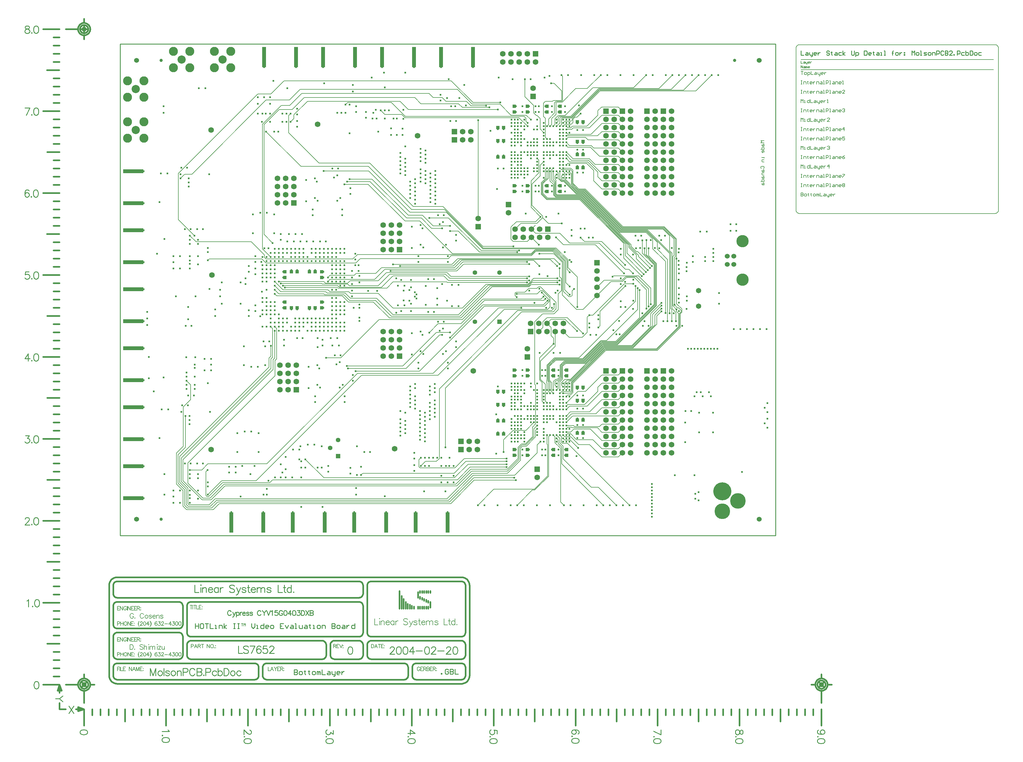
<source format=gbl>
%FSLAX24Y24*%
%MOIN*%
G70*
G01*
G75*
G04 Layer_Physical_Order=14*
%ADD10C,0.0136*%
%ADD11C,0.0123*%
%ADD12C,0.0050*%
%ADD13C,0.0056*%
%ADD14R,0.0400X0.0400*%
%ADD15C,0.0236*%
%ADD16O,0.0240X0.0800*%
%ADD17C,0.0197*%
%ADD18R,0.0866X0.0157*%
%ADD19R,0.0610X0.0197*%
%ADD20O,0.0800X0.0240*%
%ADD21R,0.0200X0.0500*%
%ADD22R,0.0197X0.0610*%
%ADD23R,0.0500X0.0600*%
%ADD24R,0.0600X0.0500*%
%ADD25R,0.0360X0.0500*%
%ADD26R,0.0500X0.0360*%
%ADD27R,0.0850X0.0420*%
%ADD28R,0.1200X0.0900*%
%ADD29R,0.0197X0.0610*%
%ADD30R,0.4000X0.4100*%
%ADD31R,0.0500X0.1000*%
%ADD32R,0.4100X0.4250*%
%ADD33R,0.0787X0.0472*%
%ADD34R,0.0900X0.1200*%
%ADD35R,0.0472X0.0787*%
%ADD36R,0.0866X0.0157*%
%ADD37R,0.0360X0.0360*%
%ADD38C,0.0394*%
%ADD39R,0.0846X0.0157*%
%ADD40R,0.0846X0.0157*%
%ADD41R,0.0157X0.0669*%
%ADD42R,0.0669X0.0157*%
%ADD43R,0.2500X0.0500*%
%ADD44R,0.2000X0.0500*%
%ADD45R,0.0500X0.2500*%
%ADD46R,0.0500X0.2000*%
%ADD47R,0.0700X0.1100*%
%ADD48R,0.1100X0.0700*%
%ADD49C,0.0120*%
%ADD50C,0.0100*%
%ADD51C,0.0400*%
%ADD52C,0.0700*%
%ADD53C,0.0200*%
%ADD54C,0.0070*%
%ADD55C,0.0216*%
%ADD56C,0.0090*%
%ADD57C,0.0080*%
%ADD58C,0.0240*%
%ADD59C,0.0680*%
%ADD60R,0.0680X0.0680*%
%ADD61C,0.1500*%
%ADD62C,0.0550*%
%ADD63C,0.1000*%
%ADD64C,0.2200*%
%ADD65C,0.0650*%
%ADD66C,0.0600*%
%ADD67C,0.1100*%
%ADD68C,0.1900*%
%ADD69R,0.0550X0.0550*%
%ADD70C,0.0051*%
D12*
X48000Y58700D02*
X51150D01*
X47300Y59400D02*
X48000Y58700D01*
X44950Y59400D02*
X47300D01*
X44850Y59500D02*
X44950Y59400D01*
X47850Y58500D02*
X50900D01*
X39100Y59250D02*
X47100D01*
X47850Y58500D01*
X45250Y59600D02*
X47450D01*
X45100Y59750D02*
X45250Y59600D01*
X47450D02*
X48100Y58950D01*
X51300D01*
X53300Y56950D01*
X45600Y59750D02*
X47900D01*
X45350Y60000D02*
X45600Y59750D01*
X47900D02*
X48100Y59550D01*
X51500D01*
X53300Y57750D01*
X48550Y61750D02*
X48800Y62000D01*
X60375Y61625D02*
X69925D01*
X48050Y61100D02*
X51500D01*
X39350Y61000D02*
X44850D01*
X47750Y60800D02*
X48050Y61100D01*
X51500D02*
X52500Y62100D01*
X59900D01*
X60375Y61625D01*
X60225Y61375D02*
X69675D01*
X47950Y60500D02*
X51500D01*
X39600Y60750D02*
X44600D01*
X47750Y60700D02*
X47950Y60500D01*
X51500D02*
X52900Y61900D01*
X59700D01*
X60225Y61375D01*
X60075Y61125D02*
X69925D01*
X46750Y60300D02*
X51900D01*
X39850Y60500D02*
X46550D01*
X46750Y60300D01*
X51900D02*
X53300Y61700D01*
X59500D01*
X60075Y61125D01*
X59925Y60875D02*
X69675D01*
X46600Y60200D02*
X52550D01*
X40100Y60250D02*
X46550D01*
X46600Y60200D01*
X52550D02*
X53300Y60950D01*
X59850D01*
X59925Y60875D01*
X44650Y60700D02*
X47750D01*
X44600Y60750D02*
X44650Y60700D01*
X39350Y59500D02*
X44850D01*
X39600Y59750D02*
X45100D01*
X39850Y60000D02*
X45350D01*
X45050Y60800D02*
X47750D01*
X44850Y61000D02*
X45050Y60800D01*
X45600Y61750D02*
X48550D01*
X81650Y64150D02*
X83900Y61900D01*
X72087Y73587D02*
Y74444D01*
X84760Y58210D02*
Y60190D01*
X80100Y61600D02*
X80200Y61700D01*
X71900Y83000D02*
X72750D01*
X71650Y82750D02*
X71900Y83000D01*
X71650Y81150D02*
X71891Y80909D01*
Y78581D02*
Y80909D01*
X71650Y81150D02*
Y82750D01*
X70150Y73300D02*
X71103Y74253D01*
Y75822D01*
X71200Y49000D02*
X71497Y48703D01*
X71200Y49000D02*
Y51700D01*
X71497Y46378D02*
Y48703D01*
X73750Y34100D02*
Y40650D01*
X73072Y41328D02*
X73750Y40650D01*
X65600Y35650D02*
X70550D01*
X72150Y37250D01*
Y41100D01*
X72087Y41163D02*
X72150Y41100D01*
X72284Y37234D02*
Y42047D01*
X70300Y35550D02*
X70600D01*
X72284Y37234D01*
X73072Y41328D02*
Y42047D01*
X73650Y41300D02*
Y41863D01*
X73465Y41235D02*
Y41654D01*
X73900Y38750D02*
Y40800D01*
X73465Y41235D02*
X73900Y40800D01*
X77500Y35900D02*
X78350D01*
X74050Y39350D02*
X77500Y35900D01*
X74050Y39350D02*
Y40900D01*
X73650Y41300D02*
X74050Y40900D01*
X73859Y41341D02*
Y42047D01*
X73950Y41250D02*
X74600D01*
X73859Y41341D02*
X73950Y41250D01*
X74253Y41654D02*
X74946D01*
X75250Y80400D02*
Y80800D01*
X75003Y80153D02*
X75250Y80400D01*
X75500Y81050D02*
X75750D01*
X75250Y80800D02*
X75500Y81050D01*
X75150Y80850D02*
X78550Y84250D01*
X75150Y80700D02*
Y80850D01*
X78550Y84250D02*
X90250D01*
X75100Y80950D02*
X78500Y84350D01*
X73950Y80950D02*
X75100D01*
X73859Y80859D02*
X73950Y80950D01*
X78500Y84350D02*
X88750D01*
X78450Y84450D02*
X87250D01*
X75050Y81050D02*
X78450Y84450D01*
X73750Y81050D02*
X75050D01*
X73650Y80950D02*
X73750Y81050D01*
X78400Y84550D02*
X85750D01*
X75000Y81150D02*
X78400Y84550D01*
X73600Y81150D02*
X75000D01*
X73465Y81015D02*
X73600Y81150D01*
X77700Y84650D02*
X82650D01*
X74300Y81250D02*
X77700Y84650D01*
X73450Y81250D02*
X74300D01*
X73072Y80872D02*
X73450Y81250D01*
X74253Y80546D02*
X74996D01*
X75150Y80700D01*
X75600Y84550D02*
X77000D01*
X73950Y82900D02*
X75600Y84550D01*
X73300Y82900D02*
X73950D01*
X73200Y82800D02*
X73300Y82900D01*
X73200Y83000D02*
X73900D01*
X73000Y82800D02*
X73200Y83000D01*
X74000Y83100D02*
Y86050D01*
X73900Y83000D02*
X74000Y83100D01*
X72284Y80834D02*
X73000Y81550D01*
X72284Y80153D02*
Y80834D01*
X73000Y81550D02*
Y82800D01*
X73200Y81400D02*
Y82800D01*
X72678Y80878D02*
X73200Y81400D01*
X73900Y83150D02*
Y84250D01*
X73850Y83100D02*
X73900Y83150D01*
X72850Y83100D02*
X73850D01*
X72750Y83000D02*
X72850Y83100D01*
X72678Y80153D02*
Y80878D01*
X73072Y80153D02*
Y80872D01*
X73650Y80337D02*
Y80950D01*
X73465Y80546D02*
Y81015D01*
X73859Y80153D02*
Y80859D01*
X74253Y80153D02*
X75003D01*
X72950Y85200D02*
X73900Y84250D01*
X77000Y45800D02*
X78800Y47600D01*
X74856Y45800D02*
X77000D01*
X78800Y47600D02*
X80800D01*
X78300D02*
Y48100D01*
X76684Y45984D02*
X78300Y47600D01*
X74646Y45984D02*
X76684D01*
X78800Y48600D02*
X80800D01*
X78300Y48100D02*
X78800Y48600D01*
Y49600D02*
X80800D01*
X76800Y47600D02*
X78800Y49600D01*
X75869Y47600D02*
X76800D01*
X78800Y46600D02*
X80800D01*
X77300Y45100D02*
X78800Y46600D01*
X74943Y45100D02*
X77300D01*
X78800Y45600D02*
X80800D01*
X78050Y44850D02*
X78800Y45600D01*
X75087Y44850D02*
X78050D01*
X74988Y42638D02*
X75350Y43000D01*
X77400D01*
X75231Y44600D02*
X80800D01*
X78800Y43600D02*
X80800D01*
X78500Y43300D02*
X78800Y43600D01*
X75450Y43300D02*
X78500D01*
X75325Y43425D02*
X75450Y43300D01*
X75072Y43228D02*
X75150Y43150D01*
X78250D01*
X78800Y42600D02*
X80800D01*
X78250Y43150D02*
X78800Y42600D01*
X74646Y43228D02*
X75072D01*
X78800Y41600D02*
X80800D01*
X77400Y43000D02*
X78800Y41600D01*
X75003Y42047D02*
X75950Y41100D01*
X74253Y42047D02*
X75003D01*
X78800Y39600D02*
X80800D01*
X77300Y41100D02*
X78800Y39600D01*
X75950Y41100D02*
X77300D01*
X74646Y42441D02*
X74959D01*
X78800Y40600D02*
X80800D01*
X77700Y41700D02*
X78800Y40600D01*
X75700Y41700D02*
X77700D01*
X74959Y42441D02*
X75700Y41700D01*
X70704Y66900D02*
X73650D01*
X77700Y56900D02*
X81516Y60716D01*
X78550Y55600D02*
Y57350D01*
X71891Y46378D02*
Y48459D01*
X71300Y51300D02*
X73099Y53099D01*
X71300Y49050D02*
Y51300D01*
Y49050D02*
X71891Y48459D01*
X77000Y54800D02*
Y56650D01*
X76400Y54200D02*
X77000Y54800D01*
X74796Y54200D02*
X76400D01*
X72600Y54396D02*
X72900Y54096D01*
X72600Y54396D02*
Y55396D01*
X72100Y56600D02*
X74550D01*
X71600Y56100D02*
X72100Y56600D01*
X71600Y55397D02*
Y56100D01*
X72603Y56400D02*
X74300D01*
X71250Y79612D02*
Y80900D01*
X69400Y83550D02*
X70450Y82500D01*
Y81600D02*
Y82500D01*
Y81600D02*
X70800Y81250D01*
X70900D01*
X71250Y80900D01*
X71550Y68800D02*
Y69000D01*
Y68800D02*
X72250Y68100D01*
X70850D02*
X71550Y68800D01*
X67700Y67650D02*
X68350Y68300D01*
X67700Y66150D02*
Y67650D01*
X68350Y68300D02*
X70700D01*
X68897Y68100D02*
X70850D01*
X70250Y72900D02*
X71250Y73900D01*
X70250Y70300D02*
Y72900D01*
Y70300D02*
X71550Y69000D01*
X67950Y65900D02*
X69697D01*
X67700Y66150D02*
X67950Y65900D01*
X71250Y73900D02*
Y75181D01*
X70150Y70050D02*
Y73300D01*
X72050Y49000D02*
X72100Y49050D01*
X72050Y48650D02*
Y49000D01*
Y48650D02*
X72087Y48613D01*
X72200Y48850D02*
X72284Y48766D01*
X72200Y48850D02*
Y50750D01*
X72284Y47559D02*
Y48766D01*
X72300Y48900D02*
X72481Y48719D01*
X72300Y48900D02*
Y50700D01*
X72400Y48950D02*
X72678Y48672D01*
Y47559D02*
Y48672D01*
X72875Y48775D02*
X73150Y49050D01*
X73350D01*
X74253Y47953D02*
Y48653D01*
X74646Y47953D02*
Y48646D01*
X73859Y48346D02*
Y48659D01*
X73465Y47953D02*
Y48765D01*
X73072Y48346D02*
Y48772D01*
X73200Y48900D01*
X73400D01*
X73662Y48762D02*
X74000Y49100D01*
X73465Y48765D02*
X73900Y49200D01*
X73400Y48900D02*
X73800Y49300D01*
X73350Y49050D02*
X73700Y49400D01*
X73859Y48659D02*
X74250Y49050D01*
X72100D02*
Y50800D01*
X73000Y51700D02*
X76000D01*
X82900Y58600D01*
X72100Y50800D02*
X73000Y51700D01*
X72200Y50750D02*
X73050Y51600D01*
X72300Y50700D02*
X73100Y51500D01*
X79350Y53800D02*
X83150Y57600D01*
X80500Y53700D02*
X83400Y56600D01*
X72400Y48950D02*
Y50650D01*
X73150Y51400D01*
X73700Y49400D02*
Y50800D01*
X74200Y51300D01*
X73800Y49300D02*
Y50750D01*
X74250Y51200D01*
X73900Y49200D02*
Y50700D01*
X74300Y51100D01*
X82450Y53200D02*
X84750Y55500D01*
Y57100D01*
X74000Y49100D02*
Y50650D01*
X74350Y51000D01*
X85000Y55600D02*
Y57000D01*
X82500Y53100D02*
X85000Y55600D01*
X73050Y51600D02*
X76450D01*
X78650Y53800D01*
X79350D01*
X73100Y51500D02*
X76500D01*
X78700Y53700D01*
X80500D01*
X73150Y51400D02*
X76550D01*
X78750Y53600D01*
X80550D01*
X74200Y51300D02*
X76600D01*
X78800Y53500D01*
X80600D01*
X74250Y51200D02*
X76650D01*
X78850Y53400D01*
X80650D01*
X74300Y51100D02*
X76700D01*
X78900Y53300D01*
X80700D01*
X74350Y51000D02*
X76750D01*
X78950Y53200D01*
X82450D01*
X74250Y49050D02*
X74950D01*
X79000Y53100D01*
X82500D01*
X75000Y48950D02*
X79050Y53000D01*
X82550D01*
X85250Y55700D01*
Y56900D01*
X74253Y48653D02*
X74550Y48950D01*
X75000D01*
X85500Y55800D02*
Y56800D01*
X82600Y52900D02*
X85500Y55800D01*
X79100Y52900D02*
X82600D01*
X75050Y48850D02*
X79100Y52900D01*
X74646Y48646D02*
X74850Y48850D01*
X75050D01*
X79150Y52800D02*
X85450D01*
X88150Y55500D01*
Y57102D01*
X87900Y57352D02*
X88150Y57102D01*
X88450Y57300D02*
Y57500D01*
X88250Y57100D02*
X88450Y57300D01*
X88250Y55450D02*
Y57100D01*
X85500Y52700D02*
X88250Y55450D01*
X79200Y52700D02*
X85500D01*
X88150Y57800D02*
X88450Y57500D01*
X88014Y57800D02*
X88150D01*
X88350Y57050D02*
X88550Y57250D01*
X88350Y55400D02*
Y57050D01*
X85550Y52600D02*
X88350Y55400D01*
X79250Y52600D02*
X85550D01*
X88550Y57250D02*
Y57650D01*
X87913Y58287D02*
X88550Y57650D01*
X74959Y47559D02*
X75050Y47650D01*
X73859Y47559D02*
X74959D01*
X75050Y47650D02*
Y48700D01*
X79150Y52800D01*
X74962Y47362D02*
X75150Y47550D01*
Y48650D01*
X79200Y52700D01*
X74965Y47165D02*
X75250Y47450D01*
X74646Y47165D02*
X74965D01*
X75250Y47450D02*
Y48600D01*
X79250Y52600D01*
X81250Y61150D02*
X81700Y61600D01*
X83000D01*
X84504Y60096D01*
X82750Y61500D02*
X84248Y60002D01*
X81300Y61000D02*
X81800Y61500D01*
X82750D01*
X83250Y61700D02*
X84760Y60190D01*
X80200Y61700D02*
X83250D01*
X76650Y65900D02*
X78750D01*
X73650Y66900D02*
X74850Y65700D01*
X81650Y62500D02*
X82091D01*
X78450Y65700D02*
X81650Y62500D01*
X74850Y65700D02*
X78450D01*
X74100Y65500D02*
X78000D01*
X79050Y61150D02*
X81250D01*
X79900Y61000D02*
X81300D01*
X71600Y71750D02*
Y72950D01*
Y71750D02*
X72150Y71200D01*
X71600Y72950D02*
X72284Y73634D01*
Y74641D01*
X71500Y71700D02*
Y73000D01*
Y71700D02*
X72100Y71100D01*
X71500Y73000D02*
X72087Y73587D01*
X71400Y71650D02*
Y73050D01*
Y71650D02*
X72050Y71000D01*
X71400Y73050D02*
X71891Y73541D01*
Y74641D01*
X73072Y73478D02*
Y73854D01*
X72678Y73372D02*
Y74641D01*
X73072Y73478D02*
X73200Y73350D01*
Y71700D02*
Y73350D01*
X72875Y73425D02*
X73100Y73200D01*
Y71650D02*
Y73200D01*
X72678Y73372D02*
X73000Y73050D01*
Y71600D02*
Y73050D01*
X72900Y71550D02*
Y72850D01*
X72481Y73269D02*
X72900Y72850D01*
Y71550D02*
X73150Y71300D01*
X73000Y71600D02*
X73200Y71400D01*
X73100Y71650D02*
X73250Y71500D01*
X73200Y71700D02*
X73300Y71600D01*
X73859Y73491D02*
Y73854D01*
X73465Y73585D02*
X73850Y73200D01*
X74150D01*
X75650Y71700D01*
X73465Y73585D02*
Y74247D01*
X74200Y73300D02*
X75700Y71800D01*
X73662Y73538D02*
X73900Y73300D01*
X74200D01*
X74250Y73400D02*
X75750Y71900D01*
X73859Y73491D02*
X73950Y73400D01*
X74250D01*
X74253Y73547D02*
X75800Y72000D01*
X74253Y73547D02*
Y74247D01*
X74953D02*
X75050Y74150D01*
Y72900D02*
Y74150D01*
X74646Y74247D02*
X74953D01*
X74959Y74641D02*
X75150Y74450D01*
Y72950D02*
Y74450D01*
X73859Y74641D02*
X74959D01*
X75012Y74838D02*
X75250Y74600D01*
Y73000D02*
Y74600D01*
X75050Y72900D02*
X75850Y72100D01*
X75150Y72950D02*
X75900Y72200D01*
X75250Y73000D02*
X75950Y72300D01*
X81450Y63850D02*
Y65650D01*
X72050Y71000D02*
X76100D01*
X81450Y65650D01*
X81650Y64150D02*
Y65600D01*
X72100Y71100D02*
X76150D01*
X81650Y65600D01*
X81850Y64450D02*
Y65550D01*
X72150Y71200D02*
X76200D01*
X81850Y65550D01*
X83000Y63800D02*
Y64250D01*
X82050Y65200D02*
X83000Y64250D01*
X82050Y65200D02*
Y65500D01*
X73150Y71300D02*
X76250D01*
X82050Y65500D01*
X83250Y64050D02*
Y64200D01*
X82200Y65250D02*
X83250Y64200D01*
X82200Y65250D02*
Y65500D01*
X73200Y71400D02*
X76300D01*
X82200Y65500D01*
X83000Y64650D02*
X83150D01*
X82350Y65300D02*
X83000Y64650D01*
X82350Y65300D02*
Y65500D01*
X73250Y71500D02*
X76350D01*
X82350Y65500D01*
X83737Y64463D02*
X85150Y63050D01*
Y58200D02*
Y63050D01*
X80550Y53600D02*
X85150Y58200D01*
X83993Y64357D02*
X85250Y63100D01*
Y58150D02*
Y63100D01*
X80600Y53500D02*
X85250Y58150D01*
X84248Y64252D02*
X85350Y63150D01*
Y58100D02*
Y63150D01*
X80650Y53400D02*
X85350Y58100D01*
X84504Y64146D02*
X85450Y63200D01*
Y58050D02*
Y63200D01*
X80700Y53300D02*
X85450Y58050D01*
X85000Y65000D02*
X86552Y63448D01*
X85000Y65000D02*
Y66200D01*
X84200Y67000D02*
X85000Y66200D01*
X81000Y67000D02*
X84200D01*
X73300Y71600D02*
X76400D01*
X81000Y67000D01*
X81050Y67100D02*
X84250D01*
X85550Y65800D01*
Y64950D02*
Y65800D01*
Y64950D02*
X86807Y63693D01*
X75650Y71700D02*
X76450D01*
X81050Y67100D01*
X81100Y67200D02*
X84300D01*
X75700Y71800D02*
X76500D01*
X81100Y67200D01*
X84300D02*
X87063Y64437D01*
X81150Y67300D02*
X84350D01*
X75750Y71900D02*
X76550D01*
X87200Y57700D02*
X87319Y57581D01*
X87200Y57700D02*
Y64450D01*
X76550Y71900D02*
X81150Y67300D01*
X84350D02*
X87200Y64450D01*
X87050Y64750D02*
X87350Y64450D01*
X87050Y64750D02*
Y66600D01*
X86250Y67400D02*
X87050Y66600D01*
X81200Y67400D02*
X86250D01*
X76600Y72000D02*
X81200Y67400D01*
X75800Y72000D02*
X76600D01*
X87350Y57700D02*
X87831Y57219D01*
X87350Y57700D02*
Y64450D01*
X81250Y67500D02*
X86300D01*
X75850Y72100D02*
X76650D01*
X87450Y58050D02*
Y64050D01*
X76650Y72100D02*
X81250Y67500D01*
X81300Y67600D02*
X86350D01*
X76700Y72200D02*
X81300Y67600D01*
X75900Y72200D02*
X76700D01*
X81350Y67700D02*
X86400D01*
X87913Y66187D01*
X75950Y72300D02*
X76750D01*
X81350Y67700D01*
X76922Y75428D02*
X77800Y74550D01*
Y73300D02*
Y74550D01*
Y73300D02*
X78800Y72300D01*
X80800D01*
X74646Y75428D02*
X76922D01*
X74868Y75600D02*
X77050D01*
X78300Y74350D01*
Y73800D02*
Y74350D01*
Y73800D02*
X78800Y73300D01*
X80800D01*
X75062Y75800D02*
X77150D01*
X78650Y74300D01*
X80800D01*
X75256Y76000D02*
X77250D01*
X77950Y75300D01*
X80800D01*
X74643Y77400D02*
X77400D01*
X78500Y76300D01*
X80800D01*
X74837Y77600D02*
X77500D01*
X77800Y77300D01*
X80800D01*
X74668Y78600D02*
X76800D01*
X77100Y78300D01*
X80800D01*
X78275Y78775D02*
X78800Y79300D01*
X80800D01*
X77450Y78950D02*
X78800Y80300D01*
X80800D01*
X74668Y78950D02*
X77450D01*
X75112Y79562D02*
X75300Y79750D01*
X77250D01*
X78800Y81300D01*
X80800D01*
X75009Y79759D02*
X75200Y79950D01*
X76950D01*
X78300Y81300D01*
Y81850D01*
X78750Y82300D01*
X80800D01*
X74646Y79759D02*
X75009D01*
X74450Y42244D02*
X74646Y42441D01*
X80800Y40600D02*
X81300Y41100D01*
X74450Y42638D02*
X74988D01*
X80800Y41600D02*
X81300Y42100D01*
X74450Y43032D02*
X74646Y43228D01*
X80800Y42600D02*
X81300Y43100D01*
X74450Y43425D02*
X75325D01*
X80800Y43600D02*
X81300Y44100D01*
X74450Y43819D02*
X75231Y44600D01*
X80800D02*
X81300Y45100D01*
X74450Y44213D02*
X75087Y44850D01*
X80800Y45600D02*
X81300Y46100D01*
X74450Y44606D02*
X74943Y45100D01*
X80800Y46600D02*
X81300Y47100D01*
X74450Y45394D02*
X74856Y45800D01*
X80800Y47600D02*
X81300Y48100D01*
X74450Y45787D02*
X74646Y45984D01*
X80800Y48600D02*
X81300Y49100D01*
X74450Y75231D02*
X74646Y75428D01*
X80800Y72300D02*
X81300Y71800D01*
X74450Y76019D02*
X74868Y75600D01*
X80800Y73300D02*
X81300Y72800D01*
X74450Y76413D02*
X75062Y75800D01*
X80800Y74300D02*
X81300Y73800D01*
X74450Y76806D02*
X75256Y76000D01*
X80800Y75300D02*
X81300Y74800D01*
X74450Y77594D02*
X74643Y77400D01*
X80800Y76300D02*
X81300Y75800D01*
X74450Y77987D02*
X74837Y77600D01*
X80800Y77300D02*
X81300Y76800D01*
X74450Y78381D02*
X74668Y78600D01*
X80800Y78300D02*
X81300Y77800D01*
X74450Y78775D02*
X78275D01*
X80800Y79300D02*
X81300Y78800D01*
X74450Y79169D02*
X74668Y78950D01*
X80800Y80300D02*
X81300Y79800D01*
X74450Y79562D02*
X75112D01*
X80800Y81300D02*
X81300Y80800D01*
X74450Y46181D02*
X75869Y47600D01*
X80800Y49600D02*
X81300Y50100D01*
X74450Y79956D02*
X74646Y79759D01*
X80800Y82300D02*
X81300Y81800D01*
X71891Y74641D02*
X72087Y74838D01*
X81450Y63850D02*
X83650Y61650D01*
X74056Y41850D02*
X74253Y41654D01*
X74946D02*
X75900Y40700D01*
X74056Y79956D02*
X74253Y80153D01*
X75750Y81050D02*
X76200Y81500D01*
X73268Y42244D02*
X73650Y41863D01*
X78350Y35900D02*
X80550Y33700D01*
X73662Y79956D02*
X73859Y80153D01*
X88750Y84350D02*
X90600Y86200D01*
X72875Y42244D02*
X73072Y42047D01*
X73750Y34100D02*
X74150Y33700D01*
X63650D02*
X65600Y35650D01*
X72087Y41163D02*
Y42244D01*
X72875Y79956D02*
X73072Y80153D01*
X82650Y84650D02*
X84200Y86200D01*
X72087Y79956D02*
X72284Y80153D01*
X73850Y86200D02*
X74000Y86050D01*
X73268Y80350D02*
X73465Y80546D01*
X85750Y84550D02*
X87400Y86200D01*
X73268Y41850D02*
X73465Y41654D01*
X73900Y38750D02*
X78950Y33700D01*
X68450D02*
X70300Y35550D01*
X72284Y42047D02*
X72481Y42244D01*
X73268Y79956D02*
X73650Y80337D01*
X87250Y84450D02*
X89000Y86200D01*
X72481Y79956D02*
X72678Y80153D01*
X77000Y84550D02*
X78650Y86200D01*
X74056Y42244D02*
X74253Y42047D01*
X80800Y39600D02*
X81300Y40100D01*
X87750Y64050D02*
Y66200D01*
X86350Y67600D02*
X87750Y66200D01*
X87657Y63957D02*
X87750Y64050D01*
X87657Y58157D02*
Y63957D01*
Y58157D02*
X88014Y57800D01*
X73662Y74838D02*
X73859Y74641D01*
X74056Y47362D02*
X74962D01*
X87600Y64200D02*
Y66200D01*
X86300Y67500D02*
X87600Y66200D01*
X87450Y64050D02*
X87600Y64200D01*
X87450Y58050D02*
X87900Y57600D01*
Y57352D02*
Y57600D01*
X74450Y74444D02*
X74646Y74247D01*
X73662Y47362D02*
X73859Y47559D01*
X74056Y80350D02*
X74253Y80546D01*
X90250Y84250D02*
X92200Y86200D01*
X73662Y42244D02*
X73859Y42047D01*
X74600Y41250D02*
X82150Y33700D01*
X74056Y74444D02*
X74253Y74247D01*
X87831Y56169D02*
Y57219D01*
X72481Y47756D02*
Y48719D01*
X83400Y56600D02*
Y59950D01*
X72284Y47559D02*
X72481Y47362D01*
X83150Y57600D02*
Y60200D01*
X72087Y47756D02*
Y48613D01*
X82900Y58600D02*
Y60450D01*
X68201Y67403D02*
X68897Y68100D01*
X71250Y75181D02*
X71694Y75625D01*
X72250Y68100D02*
X73900D01*
X73200Y66400D02*
X74100Y65500D01*
X78000D02*
X81500Y62000D01*
X69697Y65900D02*
X70201Y66403D01*
X71104Y65500D01*
X70150Y70050D02*
X71300Y68900D01*
X70700Y68300D02*
X71300Y68900D01*
X70906Y76019D02*
X71103Y75822D01*
X70201Y67403D02*
X70704Y66900D01*
X70201Y67403D02*
X70697Y67900D01*
X82091Y62500D02*
X82596Y61996D01*
X78750Y65900D02*
X81631Y63019D01*
X76200Y66350D02*
X76650Y65900D01*
X71891Y78581D02*
X72087Y78384D01*
X72600Y85200D02*
X72950D01*
X74099Y54897D02*
X74796Y54200D01*
X77000Y56650D02*
X77250Y56900D01*
X77700D01*
X81516Y60716D02*
X82616D01*
X71099Y54897D02*
X71600Y55397D01*
X74550Y56600D02*
X76500Y54650D01*
X71891Y46378D02*
X72087Y46181D01*
X73099Y53099D02*
Y54897D01*
X71497Y46378D02*
X71694Y46181D01*
X72099Y55897D02*
X72600Y55396D01*
X71200Y51700D02*
X72900Y53400D01*
X72099Y55897D02*
X72603Y56400D01*
X72900Y53400D02*
Y54096D01*
X74300Y56400D02*
X75750Y54950D01*
X78350Y55400D02*
X78550Y55600D01*
Y57350D02*
X81660Y60460D01*
X74450Y47756D02*
X74646Y47953D01*
X85500Y56800D02*
X86050Y57350D01*
X74056Y47756D02*
X74253Y47953D01*
X85250Y56900D02*
X86050Y57700D01*
X72678Y74641D02*
X72875Y74838D01*
X83250Y64050D02*
X84650Y62650D01*
X72875Y73425D02*
Y74444D01*
X83150Y64650D02*
X84900Y62900D01*
X73072Y73854D02*
X73268Y74050D01*
X86552Y57152D02*
Y63448D01*
X73268Y74444D02*
X73465Y74247D01*
X86807Y56157D02*
Y63693D01*
X73662Y73538D02*
Y74444D01*
X87063Y57137D02*
Y64437D01*
X73859Y73854D02*
X74056Y74050D01*
X87319Y56169D02*
Y57581D01*
X73859Y48346D02*
X74056Y48150D01*
X85000Y57000D02*
X86050Y58050D01*
X73662Y47756D02*
Y48762D01*
X84750Y57100D02*
X86050Y58400D01*
X73269Y47756D02*
X73465Y47953D01*
X84504Y64146D02*
Y65054D01*
X73072Y48346D02*
X73269Y48150D01*
X84248Y64252D02*
Y66048D01*
X72875Y47756D02*
Y48775D01*
X83993Y64357D02*
Y65057D01*
X72678Y47559D02*
X72875Y47362D01*
X83737Y64463D02*
Y66037D01*
X72284Y74641D02*
X72481Y74838D01*
X81850Y64450D02*
X84150Y62150D01*
X72481Y73269D02*
Y74444D01*
X83000Y63800D02*
X84400Y62400D01*
X74450Y46969D02*
X74646Y47165D01*
X74056Y74838D02*
X75012D01*
X87913Y58287D02*
Y63787D01*
Y66187D01*
X48800Y62000D02*
X51200D01*
X51900Y62700D02*
X60800D01*
X51200Y62000D02*
X51900Y62700D01*
X45600Y61250D02*
X51050D01*
X52300Y62500D02*
X60950D01*
X51050Y61250D02*
X52300Y62500D01*
X61100Y62300D02*
X61925Y63125D01*
X53000Y62300D02*
X61100D01*
X61925Y63125D02*
X69925D01*
X84504Y57946D02*
Y60096D01*
X78200Y60300D02*
X79050Y61150D01*
X50513Y73187D02*
X54950Y68750D01*
X56750D01*
X58013Y67487D01*
X50748Y73502D02*
X55150Y69100D01*
X56900D01*
X58198Y67802D01*
X54750Y68400D02*
X56550D01*
X50278Y72872D02*
X54750Y68400D01*
X61278Y67172D02*
X63850Y64600D01*
X60078Y68772D02*
X64050Y64800D01*
X59800Y69450D02*
X64250Y65000D01*
X55350Y69450D02*
X59800D01*
X50322Y74478D02*
X55350Y69450D01*
X57728Y68772D02*
X60078D01*
X64050Y64800D02*
X68700D01*
X60278Y67172D02*
X61278D01*
X63850Y64600D02*
X68450D01*
X53300Y63100D02*
X60500D01*
X72950Y63800D02*
X73625Y63125D01*
X60500Y63100D02*
X61200Y63800D01*
X72950D01*
X54150Y62900D02*
X60650D01*
X72500Y63700D02*
X73325Y62875D01*
X60650Y62900D02*
X61450Y63700D01*
X72500D01*
X45350Y61500D02*
X45600Y61750D01*
X70450Y63600D02*
X71175Y62875D01*
X60800Y62700D02*
X61700Y63600D01*
X70450D01*
X45350Y61000D02*
X45600Y61250D01*
X61825Y63375D02*
X69675D01*
X60950Y62500D02*
X61825Y63375D01*
X75150Y59300D02*
Y59850D01*
X75000Y59150D02*
X75150Y59300D01*
X56550Y68400D02*
X60550Y64400D01*
X59600Y69800D02*
X64300Y65100D01*
X55550Y69800D02*
X59600D01*
X50300Y75050D02*
X55550Y69800D01*
X42050Y75050D02*
X50300D01*
X59400Y70150D02*
X64250Y65300D01*
X55750Y70150D02*
X59400D01*
X50450Y75450D02*
X55750Y70150D01*
X44250Y75450D02*
X50450D01*
X40550Y79150D02*
X44250Y75450D01*
X40550Y79150D02*
Y81250D01*
X40800Y81500D01*
X64250Y65300D02*
X68000D01*
X69750Y60650D02*
X70475Y61375D01*
X64650Y60650D02*
X69750D01*
X38850Y61000D02*
X39850Y60000D01*
X61750Y57750D02*
X64650Y60650D01*
X70475Y61375D02*
X73375D01*
X53300Y57750D02*
X61750D01*
X69800Y60550D02*
X70375Y61125D01*
X64900Y60550D02*
X69800D01*
X38850Y60500D02*
X39600Y59750D01*
X61300Y56950D02*
X64900Y60550D01*
X70375Y61125D02*
X73625D01*
X53300Y56950D02*
X61300D01*
X69850Y60450D02*
X70275Y60875D01*
X65150Y60450D02*
X69850D01*
X51150Y58700D02*
X53100Y56750D01*
X38850Y60000D02*
X39350Y59500D01*
X53100Y56750D02*
X61450D01*
X65150Y60450D01*
X70275Y60875D02*
X73375D01*
X69900Y60350D02*
X70175Y60625D01*
X65400Y60350D02*
X69900D01*
X50900Y58500D02*
X52850Y56550D01*
X38850Y59500D02*
X39100Y59250D01*
X52850Y56550D02*
X61600D01*
X65400Y60350D01*
X70175Y60625D02*
X73625D01*
X69528Y80546D02*
Y80922D01*
X53100Y82850D02*
X54800Y81150D01*
X47750Y82850D02*
X53100D01*
X47500Y82600D02*
X47750Y82850D01*
X69528Y80546D02*
X69725Y80350D01*
X54800Y81150D02*
X69300D01*
X69528Y80922D01*
X54350Y81400D02*
X54750Y81000D01*
X51800Y81900D02*
X52300Y81400D01*
X54350D01*
X68681Y81000D02*
X69725Y79956D01*
X54750Y81000D02*
X68681D01*
X54150Y83000D02*
X55150Y82000D01*
X27850Y74100D02*
X28750D01*
X41200Y80900D02*
Y81350D01*
X40800Y80500D02*
X41200Y80900D01*
Y81350D02*
X42850Y83000D01*
X54150D01*
X55150Y82000D02*
X66100D01*
X27100Y68550D02*
Y74200D01*
X67700Y81300D02*
X69562D01*
X56700Y82700D02*
X61300D01*
X61750Y82250D01*
X60050Y63800D02*
X60400Y64150D01*
X49300Y63800D02*
X60050D01*
X48750Y63250D02*
X49300Y63800D01*
X37800Y63250D02*
X48750D01*
X37300Y63750D02*
X37800Y63250D01*
X30850Y63750D02*
X37300D01*
X48400D02*
X48950Y64300D01*
X37800Y63750D02*
X48400D01*
X37600Y63950D02*
X37800Y63750D01*
X37600Y63950D02*
Y64250D01*
X36000Y65850D02*
X37600Y64250D01*
X29250Y65850D02*
X36000D01*
X37350Y65000D02*
Y80200D01*
X39650Y82500D01*
X39400Y82000D02*
X41000D01*
X37550Y66750D02*
Y80150D01*
X39400Y82000D01*
X41000D02*
X42450Y83450D01*
X55950D02*
X56700Y82700D01*
X42450Y83450D02*
X55950D01*
X27100Y74200D02*
X36800Y83900D01*
X38400D01*
X40000Y85500D01*
X28750Y74100D02*
X37800Y83150D01*
X40650D01*
X41950Y84450D01*
X42150Y83950D02*
X57700D01*
X58200Y83450D01*
X59300D01*
X39650Y82500D02*
X40700D01*
X42150Y83950D01*
X40000Y85500D02*
X60400D01*
X27100Y68550D02*
X29050Y66600D01*
X60400Y85500D02*
X63050Y82850D01*
X66400D01*
X61150Y84450D02*
X62950Y82650D01*
X66350D01*
X27350Y73600D02*
X27850Y74100D01*
X69562Y81300D02*
X70119Y80743D01*
X41950Y84450D02*
X61150D01*
X66350Y82650D02*
X67700Y81300D01*
X59750Y83000D02*
X62250D01*
X59300Y83450D02*
X59750Y83000D01*
X37550Y66750D02*
X38600Y65700D01*
X61750Y82250D02*
X65050D01*
X62250Y83000D02*
X62800Y82450D01*
X60550Y64400D02*
X70150D01*
X48950Y64300D02*
X70200D01*
X60400Y64150D02*
X70191D01*
X75700Y57600D02*
X76500D01*
X73950Y59350D02*
X75700Y57600D01*
X73950Y59350D02*
Y63350D01*
X72925Y64375D02*
X73950Y63350D01*
X71175Y64375D02*
X72925D01*
X84248Y57698D02*
Y60002D01*
X76500Y57600D02*
X79900Y61000D01*
X72350Y58550D02*
Y58750D01*
X68200Y59300D02*
Y59600D01*
X68300Y59700D01*
X70900Y59500D02*
X71300Y59900D01*
X71550D01*
X72450Y59000D01*
X70850Y60150D02*
X71050Y60350D01*
X71300D01*
X68300Y59700D02*
X69400D01*
X69850Y60150D01*
X70850D01*
X64250Y58850D02*
X71350D01*
X61750Y56350D02*
X64250Y58850D01*
X51600Y56350D02*
X61750D01*
X46928Y51678D02*
X51600Y56350D01*
X45128Y51678D02*
X46928D01*
X71350Y58850D02*
X71650Y59150D01*
X64450Y58700D02*
X71700D01*
X57728Y54772D02*
X58805Y55850D01*
X61600D01*
X64450Y58700D01*
X71700D02*
X71900Y58900D01*
X54502Y50702D02*
X58602Y54802D01*
X54887Y50387D02*
X58987Y54487D01*
X60272Y54172D02*
X64250Y58150D01*
X71650D01*
X72150Y58650D01*
X64450Y58000D02*
X71800D01*
X56522Y50072D02*
X64450Y58000D01*
X48722Y50072D02*
X56522D01*
X71450Y59650D02*
X72350Y58750D01*
X71800Y58000D02*
X72350Y58550D01*
X58200Y49800D02*
X66200Y57800D01*
X72150Y57600D02*
X72450Y57900D01*
X66850Y57600D02*
X72150D01*
X58800Y49550D02*
X66850Y57600D01*
X72450Y57900D02*
Y59000D01*
X72650Y57450D02*
X72950Y57750D01*
X68500Y57450D02*
X72650D01*
X72850Y57300D02*
X73200Y57650D01*
X69000Y57300D02*
X72850D01*
X73200Y57650D02*
Y58450D01*
X71300Y60350D02*
X73200Y58450D01*
X59700Y40750D02*
Y48000D01*
X69000Y57300D01*
X68200Y59300D02*
X68400Y59100D01*
X58950Y39400D02*
Y47900D01*
X58600Y39050D02*
X58950Y39400D01*
X57250Y39050D02*
X58600D01*
X56700Y38500D02*
X57250Y39050D01*
X72950Y57750D02*
Y58250D01*
X58950Y47900D02*
X68500Y57450D01*
X30700Y38750D02*
X37900D01*
X29950Y38000D02*
X30700Y38750D01*
X28500Y38000D02*
X29950D01*
X37900Y38750D02*
X48950Y49800D01*
X58200D01*
X66200Y57800D02*
X68950D01*
X49450Y49550D02*
X58800D01*
X56450Y38400D02*
X56600Y38250D01*
X56450Y38400D02*
Y39250D01*
X28600Y46600D02*
Y48400D01*
X37350Y65000D02*
X38350Y64000D01*
X63700Y68700D02*
Y80700D01*
X62800Y82450D02*
X64650D01*
X67954Y42835D02*
X69528D01*
X66800Y41681D02*
X67954Y42835D01*
X66800Y40200D02*
Y41681D01*
X69528Y42835D02*
X70513Y43819D01*
X47652Y50702D02*
X54502D01*
X58602Y54802D02*
X60267D01*
X48002Y73502D02*
X50748D01*
X58198Y67802D02*
X60252D01*
X47787Y50387D02*
X54887D01*
X58987Y54487D02*
X59287D01*
X58013Y67487D02*
X59287D01*
X47687Y73187D02*
X50513D01*
X74100Y59800D02*
Y63400D01*
X30700Y63600D02*
X30850Y63750D01*
X70191Y64150D02*
X70741Y64700D01*
X74750Y59150D02*
X75000D01*
X70741Y64700D02*
X72800D01*
X74100Y63400D01*
X75150Y59850D02*
X75400Y60100D01*
X74100Y59800D02*
X74750Y59150D01*
X74250Y60000D02*
Y63450D01*
X70200Y64300D02*
X70700Y64800D01*
X28500Y66600D02*
X29250Y65850D01*
X70700Y64800D02*
X72900D01*
X74250Y63450D01*
Y60000D02*
X74875Y59375D01*
X74400Y60850D02*
Y63500D01*
X70150Y64400D02*
X70650Y64900D01*
X47378Y72872D02*
X50278D01*
X70650Y64900D02*
X73000D01*
X74400Y63500D01*
Y60850D02*
X74875Y60375D01*
X64250Y65000D02*
X73100D01*
X44828Y74478D02*
X50322D01*
X74550Y62450D02*
X74875Y62125D01*
X74550Y62450D02*
Y63550D01*
X73100Y65000D02*
X74550Y63550D01*
X64300Y65100D02*
X73200D01*
X37800Y79300D02*
X42050Y75050D01*
X75800Y57900D02*
Y61550D01*
X74650Y62700D02*
X75800Y61550D01*
X74650Y62700D02*
Y63650D01*
X73200Y65100D02*
X74650Y63650D01*
X73625Y61575D02*
X73850Y61350D01*
Y59900D02*
Y61350D01*
X73450Y59500D02*
X73850Y59900D01*
X73450Y57550D02*
Y59500D01*
X72950Y57050D02*
X73450Y57550D01*
X71550Y57050D02*
X72950D01*
X70600Y48456D02*
X70709Y48346D01*
Y43622D02*
Y48346D01*
X70600Y48456D02*
Y56100D01*
X71550Y57050D01*
X39100Y51550D02*
Y55250D01*
X38600Y51750D02*
Y55250D01*
X38900Y51350D02*
X39100Y51550D01*
X38900Y49500D02*
Y51350D01*
X38150Y51650D02*
X38400Y51900D01*
X38150Y50550D02*
Y51650D01*
X38400Y50400D02*
Y51550D01*
X38600Y51750D01*
X38650Y50250D02*
Y51450D01*
X38850Y51650D01*
X27650Y39250D02*
X38650Y50250D01*
X28250Y38850D02*
X38900Y49500D01*
X27450Y36600D02*
Y39450D01*
Y36600D02*
X28250Y35800D01*
Y33900D02*
Y35800D01*
X27450Y39450D02*
X38400Y50400D01*
X30700Y35000D02*
X32400Y36700D01*
X36600D01*
X49450Y49550D01*
X68400Y59500D02*
X70900D01*
X30800Y34750D02*
X32500Y36450D01*
X38250D01*
X38600Y36800D01*
X30450Y34900D02*
X30600Y34750D01*
X30800D01*
X30450Y34900D02*
Y37800D01*
X30950Y34550D02*
X32650Y36250D01*
X28250Y36400D02*
X30100Y34550D01*
X30950D01*
X28250Y36400D02*
Y38850D01*
X27650Y36700D02*
X30000Y34350D01*
X31100D01*
X27650Y36700D02*
Y39250D01*
X30850Y33750D02*
X31600Y34500D01*
X28250Y33900D02*
X28400Y33750D01*
X30850D01*
X27250Y36500D02*
Y39650D01*
Y36500D02*
X28050Y35700D01*
Y33800D02*
Y35700D01*
Y33800D02*
X28300Y33550D01*
X31000D01*
X27250Y39650D02*
X38150Y50550D01*
X27050Y39850D02*
X27950Y40750D01*
X27050Y36400D02*
Y39850D01*
Y36400D02*
X27850Y35600D01*
Y33700D02*
Y35600D01*
Y33700D02*
X28200Y33350D01*
X31150D01*
X26850Y40050D02*
X27700Y40900D01*
X26850Y36300D02*
Y40050D01*
Y36300D02*
X27650Y35500D01*
Y33600D02*
Y35500D01*
Y33600D02*
X28100Y33150D01*
X31350D01*
X27700Y40900D02*
Y45700D01*
X28600Y46600D01*
X56600Y38250D02*
X60850D01*
X62000Y39400D01*
X56450Y39250D02*
X56700Y39500D01*
X62000Y39400D02*
X67150D01*
X49400Y37400D02*
X49600Y37600D01*
X60750D02*
X62200Y39050D01*
X49600Y37600D02*
X60750D01*
X62200Y39050D02*
X67150D01*
X42599Y39301D02*
X44850Y37050D01*
X60800D01*
X62450Y38700D01*
X67150D01*
X30450Y37800D02*
X30650Y38000D01*
X38600Y36800D02*
X61150D01*
X62700Y38350D01*
X67150D01*
X70316Y42066D02*
Y43228D01*
X70709Y43622D01*
X70709Y42059D02*
Y42835D01*
X70513Y42063D02*
Y43032D01*
X69100Y40900D02*
X69550D01*
X70709Y42059D01*
X69050Y41050D02*
X69500D01*
X70513Y42063D01*
X68550Y40750D02*
X69000Y41200D01*
X68550Y39400D02*
Y40750D01*
X67250Y38100D02*
X68550Y39400D01*
X62800Y38100D02*
X67250D01*
X60950Y36250D02*
X62800Y38100D01*
X38850Y55500D02*
X39100Y55250D01*
X69000Y41200D02*
X69450D01*
X70316Y42066D01*
X73625Y61575D02*
Y62625D01*
X32650Y36250D02*
X60950D01*
X67250Y37850D02*
X68700Y39300D01*
X62900Y37850D02*
X67250D01*
X31100Y34350D02*
X32800Y36050D01*
X61100D01*
X62900Y37850D01*
X68700Y39300D02*
Y40700D01*
X69050Y41050D01*
X38850Y51650D02*
Y55000D01*
X70513Y43032D02*
X70906Y43425D01*
X67250Y37600D02*
X68850Y39200D01*
X63000Y37600D02*
X67250D01*
X59900Y34500D02*
X63000Y37600D01*
X68850Y39200D02*
Y40650D01*
X38350Y55500D02*
X38600Y55250D01*
X68850Y40650D02*
X69100Y40900D01*
X69400Y83550D02*
Y85700D01*
X70709Y42835D02*
X70906Y43032D01*
X71250Y79612D02*
X71694Y79169D01*
X31600Y34500D02*
X59900D01*
X68150Y37350D02*
X70906Y40106D01*
X63100Y37350D02*
X68150D01*
X31000Y33550D02*
X31750Y34300D01*
X60050D01*
X63100Y37350D01*
X38400Y51900D02*
Y53150D01*
X70906Y40106D02*
Y41060D01*
X71300Y41453D01*
X31150Y33350D02*
X31900Y34100D01*
X27950Y40750D02*
Y44600D01*
X31900Y34100D02*
X60200D01*
X63150Y37050D01*
X68100D01*
X28101Y48899D02*
X28600Y48400D01*
X31350Y33150D02*
X32100Y33900D01*
X60350D01*
X63200Y36750D01*
X68300D01*
X103100Y87924D02*
Y87634D01*
X103293D01*
X103438Y87827D02*
X103535D01*
X103583Y87779D01*
Y87634D01*
X103438D01*
X103390Y87682D01*
X103438Y87731D01*
X103583D01*
X103680Y87827D02*
Y87682D01*
X103728Y87634D01*
X103873D01*
Y87586D01*
X103825Y87537D01*
X103776D01*
X103873Y87634D02*
Y87827D01*
X104115Y87634D02*
X104018D01*
X103970Y87682D01*
Y87779D01*
X104018Y87827D01*
X104115D01*
X104163Y87779D01*
Y87731D01*
X103970D01*
X104260Y87827D02*
Y87634D01*
Y87731D01*
X104308Y87779D01*
X104356Y87827D01*
X104405D01*
X103100Y87054D02*
Y87344D01*
X103293Y87054D01*
Y87344D01*
X103438Y87247D02*
X103535D01*
X103583Y87199D01*
Y87054D01*
X103438D01*
X103390Y87102D01*
X103438Y87151D01*
X103583D01*
X103680Y87054D02*
Y87247D01*
X103728D01*
X103776Y87199D01*
Y87054D01*
Y87199D01*
X103825Y87247D01*
X103873Y87199D01*
Y87054D01*
X104115D02*
X104018D01*
X103970Y87102D01*
Y87199D01*
X104018Y87247D01*
X104115D01*
X104163Y87199D01*
Y87151D01*
X103970D01*
X56571Y13843D02*
X56550Y13886D01*
X56507Y13928D01*
X56464Y13950D01*
X56379D01*
X56336Y13928D01*
X56293Y13886D01*
X56271Y13843D01*
X56250Y13779D01*
Y13671D01*
X56271Y13607D01*
X56293Y13564D01*
X56336Y13521D01*
X56379Y13500D01*
X56464D01*
X56507Y13521D01*
X56550Y13564D01*
X56571Y13607D01*
Y13671D01*
X56464D02*
X56571D01*
X56953Y13950D02*
X56674D01*
Y13500D01*
X56953D01*
X56674Y13736D02*
X56846D01*
X57028Y13950D02*
Y13500D01*
Y13950D02*
X57221D01*
X57285Y13928D01*
X57306Y13907D01*
X57328Y13864D01*
Y13821D01*
X57306Y13779D01*
X57285Y13757D01*
X57221Y13736D01*
X57028D01*
X57178D02*
X57328Y13500D01*
X57428Y13950D02*
Y13500D01*
Y13950D02*
X57621D01*
X57685Y13928D01*
X57707Y13907D01*
X57728Y13864D01*
Y13821D01*
X57707Y13779D01*
X57685Y13757D01*
X57621Y13736D01*
X57428D02*
X57621D01*
X57685Y13714D01*
X57707Y13693D01*
X57728Y13650D01*
Y13586D01*
X57707Y13543D01*
X57685Y13521D01*
X57621Y13500D01*
X57428D01*
X58107Y13950D02*
X57829D01*
Y13500D01*
X58107D01*
X57829Y13736D02*
X58000D01*
X58182Y13950D02*
Y13500D01*
Y13950D02*
X58375D01*
X58440Y13928D01*
X58461Y13907D01*
X58482Y13864D01*
Y13821D01*
X58461Y13779D01*
X58440Y13757D01*
X58375Y13736D01*
X58182D01*
X58332D02*
X58482Y13500D01*
X58604Y13800D02*
X58583Y13779D01*
X58604Y13757D01*
X58626Y13779D01*
X58604Y13800D01*
Y13543D02*
X58583Y13521D01*
X58604Y13500D01*
X58626Y13521D01*
X58604Y13543D01*
X19650Y13950D02*
Y13500D01*
Y13950D02*
X19929D01*
X19650Y13736D02*
X19821D01*
X19980Y13950D02*
Y13500D01*
X20074Y13950D02*
Y13500D01*
X20331D01*
X20659Y13950D02*
X20381D01*
Y13500D01*
X20659D01*
X20381Y13736D02*
X20552D01*
X21088Y13950D02*
Y13500D01*
Y13950D02*
X21387Y13500D01*
Y13950D02*
Y13500D01*
X21855D02*
X21683Y13950D01*
X21512Y13500D01*
X21576Y13650D02*
X21790D01*
X21960Y13950D02*
Y13500D01*
Y13950D02*
X22131Y13500D01*
X22302Y13950D02*
X22131Y13500D01*
X22302Y13950D02*
Y13500D01*
X22709Y13950D02*
X22431D01*
Y13500D01*
X22709D01*
X22431Y13736D02*
X22602D01*
X22806Y13800D02*
X22784Y13779D01*
X22806Y13757D01*
X22827Y13779D01*
X22806Y13800D01*
Y13543D02*
X22784Y13521D01*
X22806Y13500D01*
X22827Y13521D01*
X22806Y13543D01*
X19929Y17550D02*
X19650D01*
Y17100D01*
X19929D01*
X19650Y17336D02*
X19821D01*
X20003Y17550D02*
Y17100D01*
Y17550D02*
X20303Y17100D01*
Y17550D02*
Y17100D01*
X20749Y17443D02*
X20728Y17486D01*
X20685Y17528D01*
X20642Y17550D01*
X20556D01*
X20513Y17528D01*
X20471Y17486D01*
X20449Y17443D01*
X20428Y17379D01*
Y17271D01*
X20449Y17207D01*
X20471Y17164D01*
X20513Y17121D01*
X20556Y17100D01*
X20642D01*
X20685Y17121D01*
X20728Y17164D01*
X20749Y17207D01*
Y17271D01*
X20642D02*
X20749D01*
X20852Y17550D02*
Y17100D01*
X20946Y17550D02*
Y17100D01*
Y17550D02*
X21246Y17100D01*
Y17550D02*
Y17100D01*
X21649Y17550D02*
X21370D01*
Y17100D01*
X21649D01*
X21370Y17336D02*
X21542D01*
X22002Y17550D02*
X21724D01*
Y17100D01*
X22002D01*
X21724Y17336D02*
X21895D01*
X22077Y17550D02*
Y17100D01*
Y17550D02*
X22270D01*
X22334Y17528D01*
X22356Y17507D01*
X22377Y17464D01*
Y17421D01*
X22356Y17379D01*
X22334Y17357D01*
X22270Y17336D01*
X22077D01*
X22227D02*
X22377Y17100D01*
X22499Y17400D02*
X22478Y17379D01*
X22499Y17357D01*
X22521Y17379D01*
X22499Y17400D01*
Y17143D02*
X22478Y17121D01*
X22499Y17100D01*
X22521Y17121D01*
X22499Y17143D01*
X28675Y21475D02*
Y21025D01*
X28525Y21475D02*
X28825D01*
X28879D02*
Y21025D01*
X29123Y21475D02*
Y21025D01*
X28973Y21475D02*
X29273D01*
X29326D02*
Y21025D01*
X29583D01*
X29911Y21475D02*
X29633D01*
Y21025D01*
X29911D01*
X29633Y21261D02*
X29804D01*
X30008Y21325D02*
X29986Y21304D01*
X30008Y21282D01*
X30029Y21304D01*
X30008Y21325D01*
Y21068D02*
X29986Y21046D01*
X30008Y21025D01*
X30029Y21046D01*
X30008Y21068D01*
X28650Y16489D02*
X28843D01*
X28907Y16511D01*
X28929Y16532D01*
X28950Y16575D01*
Y16639D01*
X28929Y16682D01*
X28907Y16703D01*
X28843Y16725D01*
X28650D01*
Y16275D01*
X29393D02*
X29222Y16725D01*
X29051Y16275D01*
X29115Y16425D02*
X29329D01*
X29498Y16725D02*
Y16275D01*
Y16725D02*
X29691D01*
X29755Y16703D01*
X29777Y16682D01*
X29798Y16639D01*
Y16596D01*
X29777Y16554D01*
X29755Y16532D01*
X29691Y16511D01*
X29498D01*
X29648D02*
X29798Y16275D01*
X30049Y16725D02*
Y16275D01*
X29899Y16725D02*
X30199D01*
X30606D02*
Y16275D01*
Y16725D02*
X30906Y16275D01*
Y16725D02*
Y16275D01*
X31159Y16725D02*
X31116Y16703D01*
X31073Y16661D01*
X31052Y16618D01*
X31030Y16554D01*
Y16446D01*
X31052Y16382D01*
X31073Y16339D01*
X31116Y16296D01*
X31159Y16275D01*
X31244D01*
X31287Y16296D01*
X31330Y16339D01*
X31352Y16382D01*
X31373Y16446D01*
Y16554D01*
X31352Y16618D01*
X31330Y16661D01*
X31287Y16703D01*
X31244Y16725D01*
X31159D01*
X31499Y16318D02*
X31478Y16296D01*
X31499Y16275D01*
X31521Y16296D01*
X31499Y16318D01*
X31641Y16575D02*
X31619Y16554D01*
X31641Y16532D01*
X31662Y16554D01*
X31641Y16575D01*
Y16318D02*
X31619Y16296D01*
X31641Y16275D01*
X31662Y16296D01*
X31641Y16318D01*
X19929Y21350D02*
X19650D01*
Y20900D01*
X19929D01*
X19650Y21136D02*
X19821D01*
X20003Y21350D02*
Y20900D01*
Y21350D02*
X20303Y20900D01*
Y21350D02*
Y20900D01*
X20749Y21243D02*
X20728Y21286D01*
X20685Y21328D01*
X20642Y21350D01*
X20556D01*
X20513Y21328D01*
X20471Y21286D01*
X20449Y21243D01*
X20428Y21179D01*
Y21071D01*
X20449Y21007D01*
X20471Y20964D01*
X20513Y20921D01*
X20556Y20900D01*
X20642D01*
X20685Y20921D01*
X20728Y20964D01*
X20749Y21007D01*
Y21071D01*
X20642D02*
X20749D01*
X20852Y21350D02*
Y20900D01*
X20946Y21350D02*
Y20900D01*
Y21350D02*
X21246Y20900D01*
Y21350D02*
Y20900D01*
X21649Y21350D02*
X21370D01*
Y20900D01*
X21649D01*
X21370Y21136D02*
X21542D01*
X22002Y21350D02*
X21724D01*
Y20900D01*
X22002D01*
X21724Y21136D02*
X21895D01*
X22077Y21350D02*
Y20900D01*
Y21350D02*
X22270D01*
X22334Y21328D01*
X22356Y21307D01*
X22377Y21264D01*
Y21221D01*
X22356Y21179D01*
X22334Y21157D01*
X22270Y21136D01*
X22077D01*
X22227D02*
X22377Y20900D01*
X22499Y21200D02*
X22478Y21179D01*
X22499Y21157D01*
X22521Y21179D01*
X22499Y21200D01*
Y20943D02*
X22478Y20921D01*
X22499Y20900D01*
X22521Y20921D01*
X22499Y20943D01*
X38050Y13950D02*
Y13500D01*
X38307D01*
X38699D02*
X38528Y13950D01*
X38356Y13500D01*
X38421Y13650D02*
X38635D01*
X38804Y13950D02*
X38976Y13736D01*
Y13500D01*
X39147Y13950D02*
X38976Y13736D01*
X39483Y13950D02*
X39205D01*
Y13500D01*
X39483D01*
X39205Y13736D02*
X39376D01*
X39558Y13950D02*
Y13500D01*
Y13950D02*
X39751D01*
X39815Y13928D01*
X39837Y13907D01*
X39858Y13864D01*
Y13821D01*
X39837Y13779D01*
X39815Y13757D01*
X39751Y13736D01*
X39558D01*
X39708D02*
X39858Y13500D01*
X39980Y13800D02*
X39959Y13779D01*
X39980Y13757D01*
X40002Y13779D01*
X39980Y13800D01*
Y13543D02*
X39959Y13521D01*
X39980Y13500D01*
X40002Y13521D01*
X39980Y13543D01*
X19650Y15489D02*
X19843D01*
X19907Y15511D01*
X19929Y15532D01*
X19950Y15575D01*
Y15639D01*
X19929Y15682D01*
X19907Y15703D01*
X19843Y15725D01*
X19650D01*
Y15275D01*
X20051Y15725D02*
Y15275D01*
X20351Y15725D02*
Y15275D01*
X20051Y15511D02*
X20351D01*
X20603Y15725D02*
X20561Y15703D01*
X20518Y15661D01*
X20496Y15618D01*
X20475Y15554D01*
Y15446D01*
X20496Y15382D01*
X20518Y15339D01*
X20561Y15296D01*
X20603Y15275D01*
X20689D01*
X20732Y15296D01*
X20775Y15339D01*
X20796Y15382D01*
X20818Y15446D01*
Y15554D01*
X20796Y15618D01*
X20775Y15661D01*
X20732Y15703D01*
X20689Y15725D01*
X20603D01*
X20923D02*
Y15275D01*
Y15725D02*
X21223Y15275D01*
Y15725D02*
Y15275D01*
X21625Y15725D02*
X21347D01*
Y15275D01*
X21625D01*
X21347Y15511D02*
X21518D01*
X21722Y15575D02*
X21700Y15554D01*
X21722Y15532D01*
X21743Y15554D01*
X21722Y15575D01*
Y15318D02*
X21700Y15296D01*
X21722Y15275D01*
X21743Y15296D01*
X21722Y15318D01*
X22345Y15811D02*
X22302Y15768D01*
X22259Y15703D01*
X22217Y15618D01*
X22195Y15511D01*
Y15425D01*
X22217Y15318D01*
X22259Y15232D01*
X22302Y15168D01*
X22345Y15125D01*
X22302Y15768D02*
X22259Y15682D01*
X22238Y15618D01*
X22217Y15511D01*
Y15425D01*
X22238Y15318D01*
X22259Y15254D01*
X22302Y15168D01*
X22452Y15618D02*
Y15639D01*
X22474Y15682D01*
X22495Y15703D01*
X22538Y15725D01*
X22624D01*
X22666Y15703D01*
X22688Y15682D01*
X22709Y15639D01*
Y15596D01*
X22688Y15554D01*
X22645Y15489D01*
X22431Y15275D01*
X22731D01*
X22960Y15725D02*
X22896Y15703D01*
X22853Y15639D01*
X22831Y15532D01*
Y15468D01*
X22853Y15361D01*
X22896Y15296D01*
X22960Y15275D01*
X23003D01*
X23067Y15296D01*
X23110Y15361D01*
X23131Y15468D01*
Y15532D01*
X23110Y15639D01*
X23067Y15703D01*
X23003Y15725D01*
X22960D01*
X23446D02*
X23232Y15425D01*
X23553D01*
X23446Y15725D02*
Y15275D01*
X23633Y15811D02*
X23676Y15768D01*
X23718Y15703D01*
X23761Y15618D01*
X23783Y15511D01*
Y15425D01*
X23761Y15318D01*
X23718Y15232D01*
X23676Y15168D01*
X23633Y15125D01*
X23676Y15768D02*
X23718Y15682D01*
X23740Y15618D01*
X23761Y15511D01*
Y15425D01*
X23740Y15318D01*
X23718Y15254D01*
X23676Y15168D01*
X24503Y15661D02*
X24481Y15703D01*
X24417Y15725D01*
X24374D01*
X24310Y15703D01*
X24267Y15639D01*
X24245Y15532D01*
Y15425D01*
X24267Y15339D01*
X24310Y15296D01*
X24374Y15275D01*
X24395D01*
X24460Y15296D01*
X24503Y15339D01*
X24524Y15404D01*
Y15425D01*
X24503Y15489D01*
X24460Y15532D01*
X24395Y15554D01*
X24374D01*
X24310Y15532D01*
X24267Y15489D01*
X24245Y15425D01*
X24665Y15725D02*
X24901D01*
X24772Y15554D01*
X24837D01*
X24880Y15532D01*
X24901Y15511D01*
X24922Y15446D01*
Y15404D01*
X24901Y15339D01*
X24858Y15296D01*
X24794Y15275D01*
X24730D01*
X24665Y15296D01*
X24644Y15318D01*
X24623Y15361D01*
X25045Y15618D02*
Y15639D01*
X25066Y15682D01*
X25087Y15703D01*
X25130Y15725D01*
X25216D01*
X25259Y15703D01*
X25280Y15682D01*
X25302Y15639D01*
Y15596D01*
X25280Y15554D01*
X25237Y15489D01*
X25023Y15275D01*
X25323D01*
X25424Y15468D02*
X25809D01*
X26156Y15725D02*
X25942Y15425D01*
X26264D01*
X26156Y15725D02*
Y15275D01*
X26386Y15725D02*
X26621D01*
X26493Y15554D01*
X26557D01*
X26600Y15532D01*
X26621Y15511D01*
X26643Y15446D01*
Y15404D01*
X26621Y15339D01*
X26579Y15296D01*
X26514Y15275D01*
X26450D01*
X26386Y15296D01*
X26364Y15318D01*
X26343Y15361D01*
X26872Y15725D02*
X26808Y15703D01*
X26765Y15639D01*
X26743Y15532D01*
Y15468D01*
X26765Y15361D01*
X26808Y15296D01*
X26872Y15275D01*
X26915D01*
X26979Y15296D01*
X27022Y15361D01*
X27043Y15468D01*
Y15532D01*
X27022Y15639D01*
X26979Y15703D01*
X26915Y15725D01*
X26872D01*
X27273D02*
X27208Y15703D01*
X27166Y15639D01*
X27144Y15532D01*
Y15468D01*
X27166Y15361D01*
X27208Y15296D01*
X27273Y15275D01*
X27315D01*
X27380Y15296D01*
X27423Y15361D01*
X27444Y15468D01*
Y15532D01*
X27423Y15639D01*
X27380Y15703D01*
X27315Y15725D01*
X27273D01*
X19650Y19239D02*
X19843D01*
X19907Y19261D01*
X19929Y19282D01*
X19950Y19325D01*
Y19389D01*
X19929Y19432D01*
X19907Y19453D01*
X19843Y19475D01*
X19650D01*
Y19025D01*
X20051Y19475D02*
Y19025D01*
X20351Y19475D02*
Y19025D01*
X20051Y19261D02*
X20351D01*
X20603Y19475D02*
X20561Y19453D01*
X20518Y19411D01*
X20496Y19368D01*
X20475Y19304D01*
Y19196D01*
X20496Y19132D01*
X20518Y19089D01*
X20561Y19046D01*
X20603Y19025D01*
X20689D01*
X20732Y19046D01*
X20775Y19089D01*
X20796Y19132D01*
X20818Y19196D01*
Y19304D01*
X20796Y19368D01*
X20775Y19411D01*
X20732Y19453D01*
X20689Y19475D01*
X20603D01*
X20923D02*
Y19025D01*
Y19475D02*
X21223Y19025D01*
Y19475D02*
Y19025D01*
X21625Y19475D02*
X21347D01*
Y19025D01*
X21625D01*
X21347Y19261D02*
X21518D01*
X21722Y19325D02*
X21700Y19304D01*
X21722Y19282D01*
X21743Y19304D01*
X21722Y19325D01*
Y19068D02*
X21700Y19046D01*
X21722Y19025D01*
X21743Y19046D01*
X21722Y19068D01*
X22345Y19561D02*
X22302Y19518D01*
X22259Y19453D01*
X22217Y19368D01*
X22195Y19261D01*
Y19175D01*
X22217Y19068D01*
X22259Y18982D01*
X22302Y18918D01*
X22345Y18875D01*
X22302Y19518D02*
X22259Y19432D01*
X22238Y19368D01*
X22217Y19261D01*
Y19175D01*
X22238Y19068D01*
X22259Y19004D01*
X22302Y18918D01*
X22452Y19368D02*
Y19389D01*
X22474Y19432D01*
X22495Y19453D01*
X22538Y19475D01*
X22624D01*
X22666Y19453D01*
X22688Y19432D01*
X22709Y19389D01*
Y19346D01*
X22688Y19304D01*
X22645Y19239D01*
X22431Y19025D01*
X22731D01*
X22960Y19475D02*
X22896Y19453D01*
X22853Y19389D01*
X22831Y19282D01*
Y19218D01*
X22853Y19111D01*
X22896Y19046D01*
X22960Y19025D01*
X23003D01*
X23067Y19046D01*
X23110Y19111D01*
X23131Y19218D01*
Y19282D01*
X23110Y19389D01*
X23067Y19453D01*
X23003Y19475D01*
X22960D01*
X23446D02*
X23232Y19175D01*
X23553D01*
X23446Y19475D02*
Y19025D01*
X23633Y19561D02*
X23676Y19518D01*
X23718Y19453D01*
X23761Y19368D01*
X23783Y19261D01*
Y19175D01*
X23761Y19068D01*
X23718Y18982D01*
X23676Y18918D01*
X23633Y18875D01*
X23676Y19518D02*
X23718Y19432D01*
X23740Y19368D01*
X23761Y19261D01*
Y19175D01*
X23740Y19068D01*
X23718Y19004D01*
X23676Y18918D01*
X24503Y19411D02*
X24481Y19453D01*
X24417Y19475D01*
X24374D01*
X24310Y19453D01*
X24267Y19389D01*
X24245Y19282D01*
Y19175D01*
X24267Y19089D01*
X24310Y19046D01*
X24374Y19025D01*
X24395D01*
X24460Y19046D01*
X24503Y19089D01*
X24524Y19154D01*
Y19175D01*
X24503Y19239D01*
X24460Y19282D01*
X24395Y19304D01*
X24374D01*
X24310Y19282D01*
X24267Y19239D01*
X24245Y19175D01*
X24665Y19475D02*
X24901D01*
X24772Y19304D01*
X24837D01*
X24880Y19282D01*
X24901Y19261D01*
X24922Y19196D01*
Y19154D01*
X24901Y19089D01*
X24858Y19046D01*
X24794Y19025D01*
X24730D01*
X24665Y19046D01*
X24644Y19068D01*
X24623Y19111D01*
X25045Y19368D02*
Y19389D01*
X25066Y19432D01*
X25087Y19453D01*
X25130Y19475D01*
X25216D01*
X25259Y19453D01*
X25280Y19432D01*
X25302Y19389D01*
Y19346D01*
X25280Y19304D01*
X25237Y19239D01*
X25023Y19025D01*
X25323D01*
X25424Y19218D02*
X25809D01*
X26156Y19475D02*
X25942Y19175D01*
X26264D01*
X26156Y19475D02*
Y19025D01*
X26386Y19475D02*
X26621D01*
X26493Y19304D01*
X26557D01*
X26600Y19282D01*
X26621Y19261D01*
X26643Y19196D01*
Y19154D01*
X26621Y19089D01*
X26579Y19046D01*
X26514Y19025D01*
X26450D01*
X26386Y19046D01*
X26364Y19068D01*
X26343Y19111D01*
X26872Y19475D02*
X26808Y19453D01*
X26765Y19389D01*
X26743Y19282D01*
Y19218D01*
X26765Y19111D01*
X26808Y19046D01*
X26872Y19025D01*
X26915D01*
X26979Y19046D01*
X27022Y19111D01*
X27043Y19218D01*
Y19282D01*
X27022Y19389D01*
X26979Y19453D01*
X26915Y19475D01*
X26872D01*
X27273D02*
X27208Y19453D01*
X27166Y19389D01*
X27144Y19282D01*
Y19218D01*
X27166Y19111D01*
X27208Y19046D01*
X27273Y19025D01*
X27315D01*
X27380Y19046D01*
X27423Y19111D01*
X27444Y19218D01*
Y19282D01*
X27423Y19389D01*
X27380Y19453D01*
X27315Y19475D01*
X27273D01*
X46025Y16725D02*
Y16275D01*
Y16725D02*
X46218D01*
X46282Y16703D01*
X46304Y16682D01*
X46325Y16639D01*
Y16596D01*
X46304Y16554D01*
X46282Y16532D01*
X46218Y16511D01*
X46025D01*
X46175D02*
X46325Y16275D01*
X46704Y16725D02*
X46426D01*
Y16275D01*
X46704D01*
X46426Y16511D02*
X46597D01*
X46779Y16725D02*
X46951Y16275D01*
X47122Y16725D02*
X46951Y16275D01*
X47201Y16575D02*
X47180Y16554D01*
X47201Y16532D01*
X47223Y16554D01*
X47201Y16575D01*
Y16318D02*
X47180Y16296D01*
X47201Y16275D01*
X47223Y16296D01*
X47201Y16318D01*
X50650Y16725D02*
Y16275D01*
Y16725D02*
X50800D01*
X50864Y16703D01*
X50907Y16661D01*
X50929Y16618D01*
X50950Y16554D01*
Y16446D01*
X50929Y16382D01*
X50907Y16339D01*
X50864Y16296D01*
X50800Y16275D01*
X50650D01*
X51393D02*
X51222Y16725D01*
X51051Y16275D01*
X51115Y16425D02*
X51329D01*
X51648Y16725D02*
Y16275D01*
X51498Y16725D02*
X51798D01*
X52130D02*
X51852D01*
Y16275D01*
X52130D01*
X51852Y16511D02*
X52023D01*
X52227Y16575D02*
X52205Y16554D01*
X52227Y16532D01*
X52248Y16554D01*
X52227Y16575D01*
Y16318D02*
X52205Y16296D01*
X52227Y16275D01*
X52248Y16296D01*
X52227Y16318D01*
X34800Y19250D02*
X35000D01*
X34900D01*
Y18950D01*
X35100D02*
Y19250D01*
X35200Y19150D01*
X35300Y19250D01*
Y18950D01*
D14*
X66800Y78200D02*
D03*
X66100D02*
D03*
X44600Y58500D02*
D03*
Y57800D02*
D03*
X43100D02*
D03*
X43800D02*
D03*
X41600D02*
D03*
X40900D02*
D03*
X40100D02*
D03*
Y58500D02*
D03*
X44600Y61500D02*
D03*
Y62200D02*
D03*
X43800D02*
D03*
X43100D02*
D03*
X41600D02*
D03*
X40900D02*
D03*
X40100D02*
D03*
Y61500D02*
D03*
X72100Y72000D02*
D03*
Y72700D02*
D03*
X69700Y40500D02*
D03*
Y39800D02*
D03*
X72900D02*
D03*
Y40500D02*
D03*
X68100Y72700D02*
D03*
Y72000D02*
D03*
X76500Y44100D02*
D03*
X75800D02*
D03*
Y46500D02*
D03*
X76500D02*
D03*
X72900Y50200D02*
D03*
Y49500D02*
D03*
X76500Y74900D02*
D03*
X75800D02*
D03*
Y78100D02*
D03*
X76500D02*
D03*
X72100Y82400D02*
D03*
Y81700D02*
D03*
X68100D02*
D03*
Y82400D02*
D03*
X69700D02*
D03*
Y81700D02*
D03*
X73700D02*
D03*
Y82400D02*
D03*
X66100Y79800D02*
D03*
X66800D02*
D03*
X75800Y80500D02*
D03*
X76500D02*
D03*
X66100Y76200D02*
D03*
X66800D02*
D03*
X75800Y76500D02*
D03*
X76500D02*
D03*
X69700Y72000D02*
D03*
Y72700D02*
D03*
X73700D02*
D03*
Y72000D02*
D03*
X69700Y50200D02*
D03*
Y49500D02*
D03*
X74500D02*
D03*
Y50200D02*
D03*
X66100Y46000D02*
D03*
X66800D02*
D03*
X75800Y48100D02*
D03*
X76500D02*
D03*
X66100Y42400D02*
D03*
X66800D02*
D03*
X75800Y42500D02*
D03*
X76500D02*
D03*
X68100Y39800D02*
D03*
Y40500D02*
D03*
X74500D02*
D03*
Y39800D02*
D03*
X66800Y44000D02*
D03*
X66100D02*
D03*
X66800Y47600D02*
D03*
X66100D02*
D03*
X68100Y49500D02*
D03*
Y50200D02*
D03*
D38*
X25000Y32000D02*
D03*
Y88000D02*
D03*
X95000D02*
D03*
D43*
X21600Y52850D02*
D03*
Y48950D02*
D03*
Y34550D02*
D03*
Y38450D02*
D03*
Y45650D02*
D03*
Y41750D02*
D03*
Y56150D02*
D03*
Y60050D02*
D03*
Y67250D02*
D03*
Y63350D02*
D03*
Y70550D02*
D03*
Y74450D02*
D03*
D45*
X41050Y31600D02*
D03*
X44950D02*
D03*
X52450D02*
D03*
X48550D02*
D03*
X56050D02*
D03*
X59950D02*
D03*
X37450D02*
D03*
X33550D02*
D03*
X41450Y88400D02*
D03*
X37550D02*
D03*
X51950D02*
D03*
X55850D02*
D03*
X48650D02*
D03*
X44750D02*
D03*
X59150D02*
D03*
X63050D02*
D03*
D50*
X41240Y13620D02*
Y13020D01*
X41540D01*
X41640Y13120D01*
Y13220D01*
X41540Y13320D01*
X41240D01*
X41540D01*
X41640Y13420D01*
Y13520D01*
X41540Y13620D01*
X41240D01*
X41940Y13020D02*
X42140D01*
X42240Y13120D01*
Y13320D01*
X42140Y13420D01*
X41940D01*
X41840Y13320D01*
Y13120D01*
X41940Y13020D01*
X42540Y13520D02*
Y13420D01*
X42440D01*
X42640D01*
X42540D01*
Y13120D01*
X42640Y13020D01*
X43039Y13520D02*
Y13420D01*
X42939D01*
X43139D01*
X43039D01*
Y13120D01*
X43139Y13020D01*
X43539D02*
X43739D01*
X43839Y13120D01*
Y13320D01*
X43739Y13420D01*
X43539D01*
X43439Y13320D01*
Y13120D01*
X43539Y13020D01*
X44039D02*
Y13420D01*
X44139D01*
X44239Y13320D01*
Y13020D01*
Y13320D01*
X44339Y13420D01*
X44439Y13320D01*
Y13020D01*
X44639Y13620D02*
Y13020D01*
X45039D01*
X45339Y13420D02*
X45539D01*
X45639Y13320D01*
Y13020D01*
X45339D01*
X45239Y13120D01*
X45339Y13220D01*
X45639D01*
X45839Y13420D02*
Y13120D01*
X45938Y13020D01*
X46238D01*
Y12920D01*
X46138Y12820D01*
X46038D01*
X46238Y13020D02*
Y13420D01*
X46738Y13020D02*
X46538D01*
X46438Y13120D01*
Y13320D01*
X46538Y13420D01*
X46738D01*
X46838Y13320D01*
Y13220D01*
X46438D01*
X47038Y13420D02*
Y13020D01*
Y13220D01*
X47138Y13320D01*
X47238Y13420D01*
X47338D01*
X59150Y13100D02*
Y13200D01*
X59250D01*
Y13100D01*
X59150D01*
X60050Y13600D02*
X59950Y13700D01*
X59750D01*
X59650Y13600D01*
Y13200D01*
X59750Y13100D01*
X59950D01*
X60050Y13200D01*
Y13400D01*
X59850D01*
X60250Y13700D02*
Y13100D01*
X60550D01*
X60650Y13200D01*
Y13300D01*
X60550Y13400D01*
X60250D01*
X60550D01*
X60650Y13500D01*
Y13600D01*
X60550Y13700D01*
X60250D01*
X60849D02*
Y13100D01*
X61249D01*
X100000Y30000D02*
Y90000D01*
X20000D02*
X100000D01*
X20000Y30000D02*
X100000D01*
X20000D02*
Y90000D01*
X29150Y19250D02*
Y18650D01*
Y18950D01*
X29550D01*
Y19250D01*
Y18650D01*
X30050Y19250D02*
X29850D01*
X29750Y19150D01*
Y18750D01*
X29850Y18650D01*
X30050D01*
X30150Y18750D01*
Y19150D01*
X30050Y19250D01*
X30350D02*
X30749D01*
X30550D01*
Y18650D01*
X30949Y19250D02*
Y18650D01*
X31349D01*
X31549D02*
X31749D01*
X31649D01*
Y19050D01*
X31549D01*
X32049Y18650D02*
Y19050D01*
X32349D01*
X32449Y18950D01*
Y18650D01*
X32649D02*
Y19250D01*
Y18850D02*
X32949Y19050D01*
X32649Y18850D02*
X32949Y18650D01*
X33848Y19250D02*
X34048D01*
X33948D01*
Y18650D01*
X33848D01*
X34048D01*
X34348Y19250D02*
X34548D01*
X34448D01*
Y18650D01*
X34348D01*
X34548D01*
X36048Y19250D02*
Y18850D01*
X36248Y18650D01*
X36448Y18850D01*
Y19250D01*
X36648Y18650D02*
X36848D01*
X36748D01*
Y19050D01*
X36648D01*
X37547Y19250D02*
Y18650D01*
X37247D01*
X37147Y18750D01*
Y18950D01*
X37247Y19050D01*
X37547D01*
X38047Y18650D02*
X37847D01*
X37747Y18750D01*
Y18950D01*
X37847Y19050D01*
X38047D01*
X38147Y18950D01*
Y18850D01*
X37747D01*
X38447Y18650D02*
X38647D01*
X38747Y18750D01*
Y18950D01*
X38647Y19050D01*
X38447D01*
X38347Y18950D01*
Y18750D01*
X38447Y18650D01*
X39947Y19250D02*
X39547D01*
Y18650D01*
X39947D01*
X39547Y18950D02*
X39747D01*
X40146Y19050D02*
X40346Y18650D01*
X40546Y19050D01*
X40846D02*
X41046D01*
X41146Y18950D01*
Y18650D01*
X40846D01*
X40746Y18750D01*
X40846Y18850D01*
X41146D01*
X41346Y18650D02*
X41546D01*
X41446D01*
Y19250D01*
X41346D01*
X41846Y19050D02*
Y18750D01*
X41946Y18650D01*
X42246D01*
Y19050D01*
X42546D02*
X42746D01*
X42846Y18950D01*
Y18650D01*
X42546D01*
X42446Y18750D01*
X42546Y18850D01*
X42846D01*
X43145Y19150D02*
Y19050D01*
X43046D01*
X43245D01*
X43145D01*
Y18750D01*
X43245Y18650D01*
X43545D02*
X43745D01*
X43645D01*
Y19050D01*
X43545D01*
X44145Y18650D02*
X44345D01*
X44445Y18750D01*
Y18950D01*
X44345Y19050D01*
X44145D01*
X44045Y18950D01*
Y18750D01*
X44145Y18650D01*
X44645D02*
Y19050D01*
X44945D01*
X45045Y18950D01*
Y18650D01*
X45845Y19250D02*
Y18650D01*
X46144D01*
X46244Y18750D01*
Y18850D01*
X46144Y18950D01*
X45845D01*
X46144D01*
X46244Y19050D01*
Y19150D01*
X46144Y19250D01*
X45845D01*
X46544Y18650D02*
X46744D01*
X46844Y18750D01*
Y18950D01*
X46744Y19050D01*
X46544D01*
X46444Y18950D01*
Y18750D01*
X46544Y18650D01*
X47144Y19050D02*
X47344D01*
X47444Y18950D01*
Y18650D01*
X47144D01*
X47044Y18750D01*
X47144Y18850D01*
X47444D01*
X47644Y19050D02*
Y18650D01*
Y18850D01*
X47744Y18950D01*
X47844Y19050D01*
X47944D01*
X48644Y19250D02*
Y18650D01*
X48344D01*
X48244Y18750D01*
Y18950D01*
X48344Y19050D01*
X48644D01*
D54*
X126790Y69300D02*
X126896Y69314D01*
X126995Y69355D01*
X127080Y69420D01*
X127145Y69505D01*
X127186Y69604D01*
X127200Y69710D01*
X102500D02*
X102514Y69604D01*
X102555Y69505D01*
X102620Y69420D01*
X102705Y69355D01*
X102804Y69314D01*
X102910Y69300D01*
Y89900D02*
X102804Y89886D01*
X102705Y89845D01*
X102620Y89780D01*
X102555Y89695D01*
X102514Y89596D01*
X102500Y89490D01*
X127200D02*
X127186Y89596D01*
X127145Y89695D01*
X127080Y89780D01*
X126995Y89845D01*
X126896Y89886D01*
X126790Y89900D01*
X102910D02*
X126790D01*
X102910Y69300D02*
X126790D01*
X102500Y69710D02*
Y89490D01*
X127200Y69710D02*
Y89490D01*
X103100Y88104D02*
X126600D01*
X103100Y86845D02*
X126600D01*
X103100Y86650D02*
X103373D01*
X103237D01*
Y86240D01*
X103578D02*
X103715D01*
X103783Y86308D01*
Y86445D01*
X103715Y86513D01*
X103578D01*
X103510Y86445D01*
Y86308D01*
X103578Y86240D01*
X103920Y86103D02*
Y86513D01*
X104125D01*
X104193Y86445D01*
Y86308D01*
X104125Y86240D01*
X103920D01*
X104330Y86650D02*
Y86240D01*
X104603D01*
X104808Y86513D02*
X104944D01*
X105013Y86445D01*
Y86240D01*
X104808D01*
X104739Y86308D01*
X104808Y86376D01*
X105013D01*
X105149Y86513D02*
Y86308D01*
X105218Y86240D01*
X105423D01*
Y86172D01*
X105354Y86103D01*
X105286D01*
X105423Y86240D02*
Y86513D01*
X105764Y86240D02*
X105628D01*
X105559Y86308D01*
Y86445D01*
X105628Y86513D01*
X105764D01*
X105832Y86445D01*
Y86376D01*
X105559D01*
X105969Y86513D02*
Y86240D01*
Y86376D01*
X106037Y86445D01*
X106106Y86513D01*
X106174D01*
X103100Y85509D02*
X103237D01*
X103168D01*
Y85099D01*
X103100D01*
X103237D01*
X103442D02*
Y85373D01*
X103646D01*
X103715Y85304D01*
Y85099D01*
X103920Y85441D02*
Y85373D01*
X103851D01*
X103988D01*
X103920D01*
Y85168D01*
X103988Y85099D01*
X104398D02*
X104261D01*
X104193Y85168D01*
Y85304D01*
X104261Y85373D01*
X104398D01*
X104466Y85304D01*
Y85236D01*
X104193D01*
X104603Y85373D02*
Y85099D01*
Y85236D01*
X104671Y85304D01*
X104739Y85373D01*
X104808D01*
X105013Y85099D02*
Y85373D01*
X105218D01*
X105286Y85304D01*
Y85099D01*
X105491Y85373D02*
X105628D01*
X105696Y85304D01*
Y85099D01*
X105491D01*
X105423Y85168D01*
X105491Y85236D01*
X105696D01*
X105832Y85099D02*
X105969D01*
X105901D01*
Y85509D01*
X105832D01*
X106174Y85099D02*
Y85509D01*
X106379D01*
X106447Y85441D01*
Y85304D01*
X106379Y85236D01*
X106174D01*
X106584Y85099D02*
X106720D01*
X106652D01*
Y85509D01*
X106584D01*
X106994Y85373D02*
X107130D01*
X107199Y85304D01*
Y85099D01*
X106994D01*
X106925Y85168D01*
X106994Y85236D01*
X107199D01*
X107335Y85099D02*
Y85373D01*
X107540D01*
X107609Y85304D01*
Y85099D01*
X107950D02*
X107813D01*
X107745Y85168D01*
Y85304D01*
X107813Y85373D01*
X107950D01*
X108018Y85304D01*
Y85236D01*
X107745D01*
X108155Y85099D02*
X108292D01*
X108223D01*
Y85509D01*
X108155Y85441D01*
X103100Y84369D02*
X103237D01*
X103168D01*
Y83959D01*
X103100D01*
X103237D01*
X103442D02*
Y84232D01*
X103646D01*
X103715Y84164D01*
Y83959D01*
X103920Y84301D02*
Y84232D01*
X103851D01*
X103988D01*
X103920D01*
Y84027D01*
X103988Y83959D01*
X104398D02*
X104261D01*
X104193Y84027D01*
Y84164D01*
X104261Y84232D01*
X104398D01*
X104466Y84164D01*
Y84096D01*
X104193D01*
X104603Y84232D02*
Y83959D01*
Y84096D01*
X104671Y84164D01*
X104739Y84232D01*
X104808D01*
X105013Y83959D02*
Y84232D01*
X105218D01*
X105286Y84164D01*
Y83959D01*
X105491Y84232D02*
X105628D01*
X105696Y84164D01*
Y83959D01*
X105491D01*
X105423Y84027D01*
X105491Y84096D01*
X105696D01*
X105832Y83959D02*
X105969D01*
X105901D01*
Y84369D01*
X105832D01*
X106174Y83959D02*
Y84369D01*
X106379D01*
X106447Y84301D01*
Y84164D01*
X106379Y84096D01*
X106174D01*
X106584Y83959D02*
X106720D01*
X106652D01*
Y84369D01*
X106584D01*
X106994Y84232D02*
X107130D01*
X107199Y84164D01*
Y83959D01*
X106994D01*
X106925Y84027D01*
X106994Y84096D01*
X107199D01*
X107335Y83959D02*
Y84232D01*
X107540D01*
X107609Y84164D01*
Y83959D01*
X107950D02*
X107813D01*
X107745Y84027D01*
Y84164D01*
X107813Y84232D01*
X107950D01*
X108018Y84164D01*
Y84096D01*
X107745D01*
X108428Y83959D02*
X108155D01*
X108428Y84232D01*
Y84301D01*
X108360Y84369D01*
X108223D01*
X108155Y84301D01*
X103100Y82819D02*
Y83229D01*
X103237Y83092D01*
X103373Y83229D01*
Y82819D01*
X103510D02*
X103646D01*
X103578D01*
Y83092D01*
X103510D01*
X104125Y83229D02*
Y82819D01*
X103920D01*
X103851Y82887D01*
Y83024D01*
X103920Y83092D01*
X104125D01*
X104261Y83229D02*
Y82819D01*
X104535D01*
X104739Y83092D02*
X104876D01*
X104944Y83024D01*
Y82819D01*
X104739D01*
X104671Y82887D01*
X104739Y82955D01*
X104944D01*
X105081Y83092D02*
Y82887D01*
X105149Y82819D01*
X105354D01*
Y82750D01*
X105286Y82682D01*
X105218D01*
X105354Y82819D02*
Y83092D01*
X105696Y82819D02*
X105559D01*
X105491Y82887D01*
Y83024D01*
X105559Y83092D01*
X105696D01*
X105764Y83024D01*
Y82955D01*
X105491D01*
X105901Y83092D02*
Y82819D01*
Y82955D01*
X105969Y83024D01*
X106037Y83092D01*
X106106D01*
X106311Y82819D02*
X106447D01*
X106379D01*
Y83229D01*
X106311Y83160D01*
X103100Y82088D02*
X103237D01*
X103168D01*
Y81678D01*
X103100D01*
X103237D01*
X103442D02*
Y81952D01*
X103646D01*
X103715Y81883D01*
Y81678D01*
X103920Y82020D02*
Y81952D01*
X103851D01*
X103988D01*
X103920D01*
Y81747D01*
X103988Y81678D01*
X104398D02*
X104261D01*
X104193Y81747D01*
Y81883D01*
X104261Y81952D01*
X104398D01*
X104466Y81883D01*
Y81815D01*
X104193D01*
X104603Y81952D02*
Y81678D01*
Y81815D01*
X104671Y81883D01*
X104739Y81952D01*
X104808D01*
X105013Y81678D02*
Y81952D01*
X105218D01*
X105286Y81883D01*
Y81678D01*
X105491Y81952D02*
X105628D01*
X105696Y81883D01*
Y81678D01*
X105491D01*
X105423Y81747D01*
X105491Y81815D01*
X105696D01*
X105832Y81678D02*
X105969D01*
X105901D01*
Y82088D01*
X105832D01*
X106174Y81678D02*
Y82088D01*
X106379D01*
X106447Y82020D01*
Y81883D01*
X106379Y81815D01*
X106174D01*
X106584Y81678D02*
X106720D01*
X106652D01*
Y82088D01*
X106584D01*
X106994Y81952D02*
X107130D01*
X107199Y81883D01*
Y81678D01*
X106994D01*
X106925Y81747D01*
X106994Y81815D01*
X107199D01*
X107335Y81678D02*
Y81952D01*
X107540D01*
X107609Y81883D01*
Y81678D01*
X107950D02*
X107813D01*
X107745Y81747D01*
Y81883D01*
X107813Y81952D01*
X107950D01*
X108018Y81883D01*
Y81815D01*
X107745D01*
X108155Y82020D02*
X108223Y82088D01*
X108360D01*
X108428Y82020D01*
Y81952D01*
X108360Y81883D01*
X108292D01*
X108360D01*
X108428Y81815D01*
Y81747D01*
X108360Y81678D01*
X108223D01*
X108155Y81747D01*
X103100Y80538D02*
Y80948D01*
X103237Y80811D01*
X103373Y80948D01*
Y80538D01*
X103510D02*
X103646D01*
X103578D01*
Y80811D01*
X103510D01*
X104125Y80948D02*
Y80538D01*
X103920D01*
X103851Y80606D01*
Y80743D01*
X103920Y80811D01*
X104125D01*
X104261Y80948D02*
Y80538D01*
X104535D01*
X104739Y80811D02*
X104876D01*
X104944Y80743D01*
Y80538D01*
X104739D01*
X104671Y80606D01*
X104739Y80675D01*
X104944D01*
X105081Y80811D02*
Y80606D01*
X105149Y80538D01*
X105354D01*
Y80470D01*
X105286Y80401D01*
X105218D01*
X105354Y80538D02*
Y80811D01*
X105696Y80538D02*
X105559D01*
X105491Y80606D01*
Y80743D01*
X105559Y80811D01*
X105696D01*
X105764Y80743D01*
Y80675D01*
X105491D01*
X105901Y80811D02*
Y80538D01*
Y80675D01*
X105969Y80743D01*
X106037Y80811D01*
X106106D01*
X106584Y80538D02*
X106311D01*
X106584Y80811D01*
Y80880D01*
X106516Y80948D01*
X106379D01*
X106311Y80880D01*
X103100Y79808D02*
X103237D01*
X103168D01*
Y79398D01*
X103100D01*
X103237D01*
X103442D02*
Y79671D01*
X103646D01*
X103715Y79603D01*
Y79398D01*
X103920Y79739D02*
Y79671D01*
X103851D01*
X103988D01*
X103920D01*
Y79466D01*
X103988Y79398D01*
X104398D02*
X104261D01*
X104193Y79466D01*
Y79603D01*
X104261Y79671D01*
X104398D01*
X104466Y79603D01*
Y79534D01*
X104193D01*
X104603Y79671D02*
Y79398D01*
Y79534D01*
X104671Y79603D01*
X104739Y79671D01*
X104808D01*
X105013Y79398D02*
Y79671D01*
X105218D01*
X105286Y79603D01*
Y79398D01*
X105491Y79671D02*
X105628D01*
X105696Y79603D01*
Y79398D01*
X105491D01*
X105423Y79466D01*
X105491Y79534D01*
X105696D01*
X105832Y79398D02*
X105969D01*
X105901D01*
Y79808D01*
X105832D01*
X106174Y79398D02*
Y79808D01*
X106379D01*
X106447Y79739D01*
Y79603D01*
X106379Y79534D01*
X106174D01*
X106584Y79398D02*
X106720D01*
X106652D01*
Y79808D01*
X106584D01*
X106994Y79671D02*
X107130D01*
X107199Y79603D01*
Y79398D01*
X106994D01*
X106925Y79466D01*
X106994Y79534D01*
X107199D01*
X107335Y79398D02*
Y79671D01*
X107540D01*
X107609Y79603D01*
Y79398D01*
X107950D02*
X107813D01*
X107745Y79466D01*
Y79603D01*
X107813Y79671D01*
X107950D01*
X108018Y79603D01*
Y79534D01*
X107745D01*
X108360Y79398D02*
Y79808D01*
X108155Y79603D01*
X108428D01*
X103100Y78667D02*
X103237D01*
X103168D01*
Y78257D01*
X103100D01*
X103237D01*
X103442D02*
Y78531D01*
X103646D01*
X103715Y78462D01*
Y78257D01*
X103920Y78599D02*
Y78531D01*
X103851D01*
X103988D01*
X103920D01*
Y78326D01*
X103988Y78257D01*
X104398D02*
X104261D01*
X104193Y78326D01*
Y78462D01*
X104261Y78531D01*
X104398D01*
X104466Y78462D01*
Y78394D01*
X104193D01*
X104603Y78531D02*
Y78257D01*
Y78394D01*
X104671Y78462D01*
X104739Y78531D01*
X104808D01*
X105013Y78257D02*
Y78531D01*
X105218D01*
X105286Y78462D01*
Y78257D01*
X105491Y78531D02*
X105628D01*
X105696Y78462D01*
Y78257D01*
X105491D01*
X105423Y78326D01*
X105491Y78394D01*
X105696D01*
X105832Y78257D02*
X105969D01*
X105901D01*
Y78667D01*
X105832D01*
X106174Y78257D02*
Y78667D01*
X106379D01*
X106447Y78599D01*
Y78462D01*
X106379Y78394D01*
X106174D01*
X106584Y78257D02*
X106720D01*
X106652D01*
Y78667D01*
X106584D01*
X106994Y78531D02*
X107130D01*
X107199Y78462D01*
Y78257D01*
X106994D01*
X106925Y78326D01*
X106994Y78394D01*
X107199D01*
X107335Y78257D02*
Y78531D01*
X107540D01*
X107609Y78462D01*
Y78257D01*
X107950D02*
X107813D01*
X107745Y78326D01*
Y78462D01*
X107813Y78531D01*
X107950D01*
X108018Y78462D01*
Y78394D01*
X107745D01*
X108428Y78667D02*
X108155D01*
Y78462D01*
X108292Y78531D01*
X108360D01*
X108428Y78462D01*
Y78326D01*
X108360Y78257D01*
X108223D01*
X108155Y78326D01*
X103100Y77117D02*
Y77527D01*
X103237Y77390D01*
X103373Y77527D01*
Y77117D01*
X103510D02*
X103646D01*
X103578D01*
Y77390D01*
X103510D01*
X104125Y77527D02*
Y77117D01*
X103920D01*
X103851Y77185D01*
Y77322D01*
X103920Y77390D01*
X104125D01*
X104261Y77527D02*
Y77117D01*
X104535D01*
X104739Y77390D02*
X104876D01*
X104944Y77322D01*
Y77117D01*
X104739D01*
X104671Y77185D01*
X104739Y77254D01*
X104944D01*
X105081Y77390D02*
Y77185D01*
X105149Y77117D01*
X105354D01*
Y77049D01*
X105286Y76980D01*
X105218D01*
X105354Y77117D02*
Y77390D01*
X105696Y77117D02*
X105559D01*
X105491Y77185D01*
Y77322D01*
X105559Y77390D01*
X105696D01*
X105764Y77322D01*
Y77254D01*
X105491D01*
X105901Y77390D02*
Y77117D01*
Y77254D01*
X105969Y77322D01*
X106037Y77390D01*
X106106D01*
X106311Y77459D02*
X106379Y77527D01*
X106516D01*
X106584Y77459D01*
Y77390D01*
X106516Y77322D01*
X106447D01*
X106516D01*
X106584Y77254D01*
Y77185D01*
X106516Y77117D01*
X106379D01*
X106311Y77185D01*
X103100Y76386D02*
X103237D01*
X103168D01*
Y75977D01*
X103100D01*
X103237D01*
X103442D02*
Y76250D01*
X103646D01*
X103715Y76182D01*
Y75977D01*
X103920Y76318D02*
Y76250D01*
X103851D01*
X103988D01*
X103920D01*
Y76045D01*
X103988Y75977D01*
X104398D02*
X104261D01*
X104193Y76045D01*
Y76182D01*
X104261Y76250D01*
X104398D01*
X104466Y76182D01*
Y76113D01*
X104193D01*
X104603Y76250D02*
Y75977D01*
Y76113D01*
X104671Y76182D01*
X104739Y76250D01*
X104808D01*
X105013Y75977D02*
Y76250D01*
X105218D01*
X105286Y76182D01*
Y75977D01*
X105491Y76250D02*
X105628D01*
X105696Y76182D01*
Y75977D01*
X105491D01*
X105423Y76045D01*
X105491Y76113D01*
X105696D01*
X105832Y75977D02*
X105969D01*
X105901D01*
Y76386D01*
X105832D01*
X106174Y75977D02*
Y76386D01*
X106379D01*
X106447Y76318D01*
Y76182D01*
X106379Y76113D01*
X106174D01*
X106584Y75977D02*
X106720D01*
X106652D01*
Y76386D01*
X106584D01*
X106994Y76250D02*
X107130D01*
X107199Y76182D01*
Y75977D01*
X106994D01*
X106925Y76045D01*
X106994Y76113D01*
X107199D01*
X107335Y75977D02*
Y76250D01*
X107540D01*
X107609Y76182D01*
Y75977D01*
X107950D02*
X107813D01*
X107745Y76045D01*
Y76182D01*
X107813Y76250D01*
X107950D01*
X108018Y76182D01*
Y76113D01*
X107745D01*
X108428Y76386D02*
X108292Y76318D01*
X108155Y76182D01*
Y76045D01*
X108223Y75977D01*
X108360D01*
X108428Y76045D01*
Y76113D01*
X108360Y76182D01*
X108155D01*
X103100Y74836D02*
Y75246D01*
X103237Y75110D01*
X103373Y75246D01*
Y74836D01*
X103510D02*
X103646D01*
X103578D01*
Y75110D01*
X103510D01*
X104125Y75246D02*
Y74836D01*
X103920D01*
X103851Y74905D01*
Y75041D01*
X103920Y75110D01*
X104125D01*
X104261Y75246D02*
Y74836D01*
X104535D01*
X104739Y75110D02*
X104876D01*
X104944Y75041D01*
Y74836D01*
X104739D01*
X104671Y74905D01*
X104739Y74973D01*
X104944D01*
X105081Y75110D02*
Y74905D01*
X105149Y74836D01*
X105354D01*
Y74768D01*
X105286Y74700D01*
X105218D01*
X105354Y74836D02*
Y75110D01*
X105696Y74836D02*
X105559D01*
X105491Y74905D01*
Y75041D01*
X105559Y75110D01*
X105696D01*
X105764Y75041D01*
Y74973D01*
X105491D01*
X105901Y75110D02*
Y74836D01*
Y74973D01*
X105969Y75041D01*
X106037Y75110D01*
X106106D01*
X106516Y74836D02*
Y75246D01*
X106311Y75041D01*
X106584D01*
X103100Y74106D02*
X103237D01*
X103168D01*
Y73696D01*
X103100D01*
X103237D01*
X103442D02*
Y73969D01*
X103646D01*
X103715Y73901D01*
Y73696D01*
X103920Y74037D02*
Y73969D01*
X103851D01*
X103988D01*
X103920D01*
Y73764D01*
X103988Y73696D01*
X104398D02*
X104261D01*
X104193Y73764D01*
Y73901D01*
X104261Y73969D01*
X104398D01*
X104466Y73901D01*
Y73833D01*
X104193D01*
X104603Y73969D02*
Y73696D01*
Y73833D01*
X104671Y73901D01*
X104739Y73969D01*
X104808D01*
X105013Y73696D02*
Y73969D01*
X105218D01*
X105286Y73901D01*
Y73696D01*
X105491Y73969D02*
X105628D01*
X105696Y73901D01*
Y73696D01*
X105491D01*
X105423Y73764D01*
X105491Y73833D01*
X105696D01*
X105832Y73696D02*
X105969D01*
X105901D01*
Y74106D01*
X105832D01*
X106174Y73696D02*
Y74106D01*
X106379D01*
X106447Y74037D01*
Y73901D01*
X106379Y73833D01*
X106174D01*
X106584Y73696D02*
X106720D01*
X106652D01*
Y74106D01*
X106584D01*
X106994Y73969D02*
X107130D01*
X107199Y73901D01*
Y73696D01*
X106994D01*
X106925Y73764D01*
X106994Y73833D01*
X107199D01*
X107335Y73696D02*
Y73969D01*
X107540D01*
X107609Y73901D01*
Y73696D01*
X107950D02*
X107813D01*
X107745Y73764D01*
Y73901D01*
X107813Y73969D01*
X107950D01*
X108018Y73901D01*
Y73833D01*
X107745D01*
X108155Y74106D02*
X108428D01*
Y74037D01*
X108155Y73764D01*
Y73696D01*
X103100Y72965D02*
X103237D01*
X103168D01*
Y72556D01*
X103100D01*
X103237D01*
X103442D02*
Y72829D01*
X103646D01*
X103715Y72760D01*
Y72556D01*
X103920Y72897D02*
Y72829D01*
X103851D01*
X103988D01*
X103920D01*
Y72624D01*
X103988Y72556D01*
X104398D02*
X104261D01*
X104193Y72624D01*
Y72760D01*
X104261Y72829D01*
X104398D01*
X104466Y72760D01*
Y72692D01*
X104193D01*
X104603Y72829D02*
Y72556D01*
Y72692D01*
X104671Y72760D01*
X104739Y72829D01*
X104808D01*
X105013Y72556D02*
Y72829D01*
X105218D01*
X105286Y72760D01*
Y72556D01*
X105491Y72829D02*
X105628D01*
X105696Y72760D01*
Y72556D01*
X105491D01*
X105423Y72624D01*
X105491Y72692D01*
X105696D01*
X105832Y72556D02*
X105969D01*
X105901D01*
Y72965D01*
X105832D01*
X106174Y72556D02*
Y72965D01*
X106379D01*
X106447Y72897D01*
Y72760D01*
X106379Y72692D01*
X106174D01*
X106584Y72556D02*
X106720D01*
X106652D01*
Y72965D01*
X106584D01*
X106994Y72829D02*
X107130D01*
X107199Y72760D01*
Y72556D01*
X106994D01*
X106925Y72624D01*
X106994Y72692D01*
X107199D01*
X107335Y72556D02*
Y72829D01*
X107540D01*
X107609Y72760D01*
Y72556D01*
X107950D02*
X107813D01*
X107745Y72624D01*
Y72760D01*
X107813Y72829D01*
X107950D01*
X108018Y72760D01*
Y72692D01*
X107745D01*
X108155Y72897D02*
X108223Y72965D01*
X108360D01*
X108428Y72897D01*
Y72829D01*
X108360Y72760D01*
X108428Y72692D01*
Y72624D01*
X108360Y72556D01*
X108223D01*
X108155Y72624D01*
Y72692D01*
X108223Y72760D01*
X108155Y72829D01*
Y72897D01*
X108223Y72760D02*
X108360D01*
X103100Y71825D02*
Y71415D01*
X103305D01*
X103373Y71483D01*
Y71552D01*
X103305Y71620D01*
X103100D01*
X103305D01*
X103373Y71688D01*
Y71757D01*
X103305Y71825D01*
X103100D01*
X103578Y71415D02*
X103715D01*
X103783Y71483D01*
Y71620D01*
X103715Y71688D01*
X103578D01*
X103510Y71620D01*
Y71483D01*
X103578Y71415D01*
X103988Y71757D02*
Y71688D01*
X103920D01*
X104056D01*
X103988D01*
Y71483D01*
X104056Y71415D01*
X104330Y71757D02*
Y71688D01*
X104261D01*
X104398D01*
X104330D01*
Y71483D01*
X104398Y71415D01*
X104671D02*
X104808D01*
X104876Y71483D01*
Y71620D01*
X104808Y71688D01*
X104671D01*
X104603Y71620D01*
Y71483D01*
X104671Y71415D01*
X105013D02*
Y71688D01*
X105081D01*
X105149Y71620D01*
Y71415D01*
Y71620D01*
X105218Y71688D01*
X105286Y71620D01*
Y71415D01*
X105423Y71825D02*
Y71415D01*
X105696D01*
X105901Y71688D02*
X106037D01*
X106106Y71620D01*
Y71415D01*
X105901D01*
X105832Y71483D01*
X105901Y71552D01*
X106106D01*
X106242Y71688D02*
Y71483D01*
X106311Y71415D01*
X106516D01*
Y71347D01*
X106447Y71279D01*
X106379D01*
X106516Y71415D02*
Y71688D01*
X106857Y71415D02*
X106720D01*
X106652Y71483D01*
Y71620D01*
X106720Y71688D01*
X106857D01*
X106925Y71620D01*
Y71552D01*
X106652D01*
X107062Y71688D02*
Y71415D01*
Y71552D01*
X107130Y71620D01*
X107199Y71688D01*
X107267D01*
D55*
X105700Y11800D02*
X105650Y11887D01*
X105550D01*
X105500Y11800D01*
X105550Y11713D01*
X105650D01*
X105700Y11800D01*
X105750D02*
X105715Y11896D01*
X105626Y11948D01*
X105525Y11930D01*
X105459Y11851D01*
Y11749D01*
X105525Y11670D01*
X105626Y11652D01*
X105715Y11703D01*
X105750Y11800D01*
X105800D02*
X105777Y11893D01*
X105714Y11964D01*
X105624Y11998D01*
X105529Y11987D01*
X105450Y11933D01*
X105406Y11848D01*
Y11752D01*
X105450Y11667D01*
X105529Y11613D01*
X105624Y11601D01*
X105714Y11635D01*
X105777Y11707D01*
X105800Y11800D01*
X105650D02*
X105575Y11843D01*
Y11757D01*
X105650Y11800D01*
X105625D02*
X105575D01*
X105625D01*
X106350D02*
X106343Y11900D01*
X106323Y11998D01*
X106291Y12093D01*
X106245Y12182D01*
X106189Y12265D01*
X106121Y12339D01*
X106045Y12404D01*
X105961Y12458D01*
X105870Y12500D01*
X105774Y12529D01*
X105675Y12546D01*
X105575Y12549D01*
X105475Y12539D01*
X105378Y12516D01*
X105284Y12480D01*
X105197Y12432D01*
X105116Y12373D01*
X105044Y12303D01*
X104982Y12224D01*
X104931Y12138D01*
X104892Y12046D01*
X104865Y11949D01*
X104852Y11850D01*
Y11750D01*
X104865Y11651D01*
X104892Y11554D01*
X104931Y11462D01*
X104982Y11375D01*
X105044Y11297D01*
X105116Y11227D01*
X105197Y11168D01*
X105284Y11120D01*
X105378Y11084D01*
X105475Y11060D01*
X105575Y11050D01*
X105675Y11054D01*
X105774Y11070D01*
X105870Y11100D01*
X105961Y11142D01*
X106045Y11196D01*
X106121Y11261D01*
X106189Y11335D01*
X106245Y11418D01*
X106291Y11507D01*
X106323Y11602D01*
X106343Y11700D01*
X106350Y11800D01*
X106100D02*
X106090Y11901D01*
X106060Y11997D01*
X106010Y12086D01*
X105945Y12162D01*
X105865Y12224D01*
X105774Y12269D01*
X105676Y12294D01*
X105575Y12299D01*
X105475Y12284D01*
X105380Y12249D01*
X105294Y12195D01*
X105221Y12126D01*
X105163Y12043D01*
X105123Y11950D01*
X105103Y11850D01*
Y11749D01*
X105123Y11650D01*
X105163Y11557D01*
X105221Y11474D01*
X105294Y11405D01*
X105380Y11351D01*
X105475Y11316D01*
X105575Y11301D01*
X105676Y11306D01*
X105774Y11331D01*
X105865Y11376D01*
X105945Y11437D01*
X106010Y11514D01*
X106060Y11603D01*
X106090Y11699D01*
X106100Y11800D01*
X16100Y91800D02*
X16090Y91901D01*
X16059Y91997D01*
X16010Y92086D01*
X15944Y92162D01*
X15864Y92224D01*
X15774Y92269D01*
X15676Y92294D01*
X15575Y92299D01*
X15475Y92284D01*
X15380Y92249D01*
X15294Y92195D01*
X15221Y92126D01*
X15163Y92043D01*
X15123Y91950D01*
X15103Y91851D01*
Y91749D01*
X15123Y91650D01*
X15163Y91557D01*
X15221Y91474D01*
X15294Y91405D01*
X15380Y91351D01*
X15475Y91316D01*
X15575Y91301D01*
X15676Y91306D01*
X15774Y91331D01*
X15864Y91376D01*
X15944Y91438D01*
X16010Y91514D01*
X16059Y91603D01*
X16090Y91699D01*
X16100Y91800D01*
X15800D02*
X15777Y91893D01*
X15714Y91965D01*
X15624Y91999D01*
X15529Y91987D01*
X15450Y91933D01*
X15406Y91848D01*
Y91752D01*
X15450Y91667D01*
X15529Y91613D01*
X15624Y91601D01*
X15714Y91635D01*
X15777Y91707D01*
X15800Y91800D01*
X15750D02*
X15715Y91896D01*
X15626Y91948D01*
X15525Y91930D01*
X15459Y91851D01*
Y91749D01*
X15525Y91670D01*
X15626Y91652D01*
X15715Y91704D01*
X15750Y91800D01*
X15700D02*
X15650Y91887D01*
X15550D01*
X15500Y91800D01*
X15550Y91713D01*
X15650D01*
X15700Y91800D01*
X15650D02*
X15575Y91843D01*
Y91757D01*
X15650Y91800D01*
X15625D02*
X15575D01*
X15625D01*
X16350D02*
X16343Y91900D01*
X16323Y91998D01*
X16290Y92093D01*
X16245Y92182D01*
X16189Y92265D01*
X16121Y92339D01*
X16045Y92404D01*
X15960Y92458D01*
X15870Y92500D01*
X15774Y92530D01*
X15675Y92546D01*
X15575Y92550D01*
X15475Y92540D01*
X15378Y92516D01*
X15284Y92480D01*
X15196Y92432D01*
X15116Y92373D01*
X15044Y92303D01*
X14982Y92224D01*
X14931Y92138D01*
X14892Y92046D01*
X14865Y91949D01*
X14852Y91850D01*
Y91750D01*
X14865Y91651D01*
X14892Y91554D01*
X14931Y91462D01*
X14982Y91376D01*
X15044Y91297D01*
X15116Y91227D01*
X15196Y91168D01*
X15284Y91120D01*
X15378Y91084D01*
X15475Y91060D01*
X15575Y91050D01*
X15675Y91054D01*
X15774Y91070D01*
X15870Y91100D01*
X15960Y91142D01*
X16045Y91196D01*
X16121Y91261D01*
X16189Y91335D01*
X16245Y91418D01*
X16290Y91507D01*
X16323Y91602D01*
X16343Y91700D01*
X16350Y91800D01*
X36900Y13900D02*
X36890Y13998D01*
X36862Y14091D01*
X36816Y14178D01*
X36754Y14254D01*
X36678Y14316D01*
X36591Y14362D01*
X36498Y14390D01*
X36400Y14400D01*
X36412Y12400D02*
X36509Y12408D01*
X36602Y12436D01*
X36688Y12481D01*
X36762Y12543D01*
X36823Y12619D01*
X36867Y12706D01*
X36893Y12800D01*
X36900Y12897D01*
X37900Y14400D02*
X37802Y14390D01*
X37709Y14362D01*
X37622Y14316D01*
X37546Y14254D01*
X37484Y14178D01*
X37438Y14091D01*
X37410Y13998D01*
X37400Y13900D01*
Y12900D02*
X37409Y12804D01*
X37437Y12711D01*
X37482Y12625D01*
X37543Y12550D01*
X37618Y12487D01*
X37703Y12441D01*
X37795Y12411D01*
X37891Y12400D01*
X55150Y13900D02*
X55140Y13998D01*
X55112Y14091D01*
X55066Y14178D01*
X55004Y14254D01*
X54928Y14316D01*
X54841Y14362D01*
X54748Y14390D01*
X54650Y14400D01*
X54662Y12400D02*
X54759Y12408D01*
X54852Y12436D01*
X54938Y12481D01*
X55012Y12543D01*
X55073Y12619D01*
X55117Y12706D01*
X55143Y12800D01*
X55150Y12897D01*
X55650Y12890D02*
X55660Y12793D01*
X55688Y12701D01*
X55734Y12615D01*
X55797Y12541D01*
X55872Y12480D01*
X55958Y12435D01*
X56052Y12408D01*
X56149Y12400D01*
X56150Y14400D02*
X56052Y14390D01*
X55959Y14362D01*
X55872Y14316D01*
X55796Y14254D01*
X55734Y14178D01*
X55688Y14091D01*
X55660Y13998D01*
X55650Y13900D01*
X27650Y21410D02*
X27641Y21506D01*
X27613Y21598D01*
X27567Y21682D01*
X27506Y21756D01*
X27432Y21817D01*
X27348Y21863D01*
X27256Y21891D01*
X27160Y21900D01*
X27170Y18650D02*
X27264Y18659D01*
X27354Y18687D01*
X27437Y18731D01*
X27509Y18791D01*
X27569Y18863D01*
X27613Y18946D01*
X27641Y19036D01*
X27650Y19130D01*
Y17660D02*
X27640Y17758D01*
X27611Y17851D01*
X27564Y17938D01*
X27500Y18012D01*
X27423Y18073D01*
X27336Y18117D01*
X27241Y18143D01*
X27143Y18150D01*
X28150Y18140D02*
X28159Y18044D01*
X28187Y17952D01*
X28233Y17868D01*
X28294Y17794D01*
X28368Y17733D01*
X28452Y17687D01*
X28544Y17659D01*
X28640Y17650D01*
X28150Y15390D02*
X28159Y15294D01*
X28187Y15202D01*
X28233Y15118D01*
X28294Y15044D01*
X28368Y14983D01*
X28452Y14937D01*
X28544Y14909D01*
X28640Y14900D01*
X27160D02*
X27256Y14909D01*
X27348Y14937D01*
X27432Y14983D01*
X27506Y15044D01*
X27567Y15118D01*
X27613Y15202D01*
X27641Y15294D01*
X27650Y15390D01*
X45150Y16660D02*
X45141Y16756D01*
X45113Y16848D01*
X45067Y16932D01*
X45006Y17006D01*
X44932Y17067D01*
X44848Y17113D01*
X44756Y17141D01*
X44660Y17150D01*
Y14900D02*
X44757Y14910D01*
X44849Y14938D01*
X44935Y14984D01*
X45009Y15047D01*
X45070Y15122D01*
X45115Y15208D01*
X45142Y15302D01*
X45150Y15399D01*
X45650Y15410D02*
X45660Y15312D01*
X45688Y15217D01*
X45734Y15129D01*
X45796Y15053D01*
X45872Y14989D01*
X45959Y14941D01*
X46053Y14911D01*
X46151Y14900D01*
X46130Y17150D02*
X46033Y17140D01*
X45941Y17111D01*
X45856Y17064D01*
X45782Y17000D01*
X45722Y16923D01*
X45680Y16836D01*
X45655Y16742D01*
X45651Y16645D01*
X28650Y17150D02*
X28552Y17140D01*
X28459Y17112D01*
X28372Y17066D01*
X28296Y17004D01*
X28234Y16928D01*
X28188Y16841D01*
X28160Y16748D01*
X28150Y16650D01*
X28650Y21900D02*
X28552Y21890D01*
X28459Y21862D01*
X28372Y21816D01*
X28296Y21754D01*
X28234Y21678D01*
X28188Y21591D01*
X28160Y21498D01*
X28150Y21400D01*
X19150Y15400D02*
X19159Y15304D01*
X19187Y15211D01*
X19232Y15125D01*
X19293Y15050D01*
X19368Y14987D01*
X19453Y14941D01*
X19545Y14911D01*
X19641Y14900D01*
X19650Y18150D02*
X19552Y18140D01*
X19459Y18112D01*
X19372Y18066D01*
X19296Y18004D01*
X19234Y17928D01*
X19188Y17841D01*
X19160Y17748D01*
X19150Y17650D01*
Y19150D02*
X19160Y19052D01*
X19188Y18959D01*
X19234Y18872D01*
X19296Y18796D01*
X19372Y18734D01*
X19459Y18688D01*
X19552Y18660D01*
X19650Y18650D01*
Y21900D02*
X19552Y21890D01*
X19459Y21862D01*
X19372Y21816D01*
X19296Y21754D01*
X19234Y21678D01*
X19188Y21591D01*
X19160Y21498D01*
X19150Y21400D01*
Y22900D02*
X19160Y22802D01*
X19188Y22709D01*
X19234Y22622D01*
X19296Y22546D01*
X19372Y22484D01*
X19459Y22438D01*
X19552Y22410D01*
X19650Y22400D01*
Y24400D02*
X19552Y24390D01*
X19459Y24362D01*
X19372Y24316D01*
X19296Y24254D01*
X19234Y24178D01*
X19188Y24091D01*
X19160Y23998D01*
X19150Y23900D01*
X49650D02*
X49640Y23998D01*
X49612Y24091D01*
X49566Y24178D01*
X49504Y24254D01*
X49428Y24316D01*
X49341Y24362D01*
X49248Y24390D01*
X49150Y24400D01*
X50650D02*
X50552Y24390D01*
X50459Y24362D01*
X50372Y24316D01*
X50296Y24254D01*
X50234Y24178D01*
X50188Y24091D01*
X50160Y23998D01*
X50150Y23900D01*
X49150Y22400D02*
X49248Y22410D01*
X49341Y22438D01*
X49428Y22484D01*
X49504Y22546D01*
X49566Y22622D01*
X49612Y22709D01*
X49640Y22802D01*
X49650Y22900D01*
Y21400D02*
X49640Y21498D01*
X49612Y21591D01*
X49566Y21678D01*
X49504Y21754D01*
X49428Y21816D01*
X49341Y21862D01*
X49248Y21890D01*
X49150Y21900D01*
X19650Y14400D02*
X19552Y14390D01*
X19459Y14362D01*
X19372Y14316D01*
X19296Y14254D01*
X19234Y14178D01*
X19188Y14091D01*
X19160Y13998D01*
X19150Y13900D01*
X49159Y17650D02*
X49255Y17661D01*
X49347Y17691D01*
X49432Y17737D01*
X49507Y17799D01*
X49568Y17875D01*
X49613Y17961D01*
X49641Y18054D01*
X49650Y18150D01*
X19150Y12900D02*
X19159Y12804D01*
X19187Y12711D01*
X19232Y12625D01*
X19293Y12550D01*
X19368Y12487D01*
X19453Y12441D01*
X19545Y12411D01*
X19641Y12400D01*
X49650Y16660D02*
X49641Y16756D01*
X49613Y16848D01*
X49567Y16932D01*
X49506Y17006D01*
X49432Y17067D01*
X49348Y17113D01*
X49256Y17141D01*
X49160Y17150D01*
X50150Y15390D02*
X50160Y15293D01*
X50188Y15201D01*
X50234Y15115D01*
X50297Y15041D01*
X50372Y14980D01*
X50458Y14935D01*
X50552Y14908D01*
X50649Y14900D01*
X49150Y14900D02*
X49248Y14910D01*
X49341Y14938D01*
X49428Y14984D01*
X49504Y15046D01*
X49566Y15122D01*
X49612Y15209D01*
X49640Y15302D01*
X49650Y15400D01*
X61650Y12400D02*
X61748Y12410D01*
X61841Y12438D01*
X61928Y12484D01*
X62004Y12546D01*
X62066Y12622D01*
X62112Y12709D01*
X62140Y12802D01*
X62150Y12900D01*
X62150Y13909D02*
X62139Y14005D01*
X62109Y14097D01*
X62063Y14182D01*
X62001Y14257D01*
X61925Y14318D01*
X61839Y14363D01*
X61746Y14391D01*
X61650Y14400D01*
Y14900D02*
X61748Y14910D01*
X61841Y14938D01*
X61928Y14984D01*
X62004Y15046D01*
X62066Y15122D01*
X62112Y15209D01*
X62140Y15302D01*
X62150Y15400D01*
Y23910D02*
X62140Y24008D01*
X62111Y24101D01*
X62064Y24188D01*
X62000Y24262D01*
X61923Y24323D01*
X61836Y24367D01*
X61741Y24393D01*
X61643Y24400D01*
X62650Y23900D02*
X62645Y23998D01*
X62631Y24095D01*
X62607Y24190D01*
X62574Y24283D01*
X62532Y24371D01*
X62481Y24456D01*
X62423Y24534D01*
X62357Y24607D01*
X62284Y24673D01*
X62206Y24731D01*
X62121Y24782D01*
X62033Y24824D01*
X61940Y24857D01*
X61845Y24881D01*
X61748Y24895D01*
X61650Y24900D01*
Y11900D02*
X61748Y11905D01*
X61845Y11919D01*
X61940Y11943D01*
X62033Y11976D01*
X62121Y12018D01*
X62206Y12069D01*
X62284Y12127D01*
X62357Y12193D01*
X62423Y12266D01*
X62481Y12344D01*
X62532Y12429D01*
X62574Y12517D01*
X62607Y12610D01*
X62631Y12705D01*
X62645Y12802D01*
X62650Y12900D01*
X18650Y12910D02*
X18655Y12812D01*
X18669Y12715D01*
X18693Y12620D01*
X18725Y12528D01*
X18767Y12439D01*
X18817Y12354D01*
X18874Y12275D01*
X18940Y12202D01*
X19012Y12136D01*
X19090Y12076D01*
X19173Y12025D01*
X19261Y11982D01*
X19353Y11948D01*
X19448Y11923D01*
X19545Y11907D01*
X19642Y11900D01*
X19650Y24900D02*
X19552Y24895D01*
X19455Y24881D01*
X19360Y24857D01*
X19267Y24824D01*
X19179Y24782D01*
X19094Y24731D01*
X19016Y24673D01*
X18943Y24607D01*
X18877Y24534D01*
X18819Y24456D01*
X18768Y24371D01*
X18726Y24283D01*
X18693Y24190D01*
X18669Y24095D01*
X18655Y23998D01*
X18650Y23900D01*
X50150Y18150D02*
X50160Y18052D01*
X50188Y17959D01*
X50234Y17872D01*
X50296Y17796D01*
X50372Y17734D01*
X50459Y17688D01*
X50552Y17660D01*
X50650Y17650D01*
X61650D02*
X61748Y17660D01*
X61841Y17688D01*
X61928Y17734D01*
X62004Y17796D01*
X62066Y17872D01*
X62112Y17959D01*
X62140Y18052D01*
X62150Y18150D01*
X50650Y17150D02*
X50552Y17140D01*
X50459Y17112D01*
X50372Y17066D01*
X50296Y17004D01*
X50234Y16928D01*
X50188Y16841D01*
X50160Y16748D01*
X50150Y16650D01*
X62150Y16660D02*
X62141Y16756D01*
X62113Y16848D01*
X62067Y16932D01*
X62006Y17006D01*
X61932Y17067D01*
X61848Y17113D01*
X61756Y17141D01*
X61660Y17150D01*
X15750Y11800D02*
X15715Y11896D01*
X15626Y11948D01*
X15525Y11930D01*
X15459Y11851D01*
Y11749D01*
X15525Y11670D01*
X15626Y11652D01*
X15715Y11703D01*
X15750Y11800D01*
X15700D02*
X15650Y11887D01*
X15550D01*
X15500Y11800D01*
X15550Y11713D01*
X15650D01*
X15700Y11800D01*
X15800D02*
X15777Y11893D01*
X15714Y11964D01*
X15624Y11998D01*
X15529Y11987D01*
X15450Y11933D01*
X15406Y11848D01*
Y11752D01*
X15450Y11667D01*
X15529Y11613D01*
X15624Y11601D01*
X15714Y11635D01*
X15777Y11707D01*
X15800Y11800D01*
X15650D02*
X15575Y11843D01*
Y11757D01*
X15650Y11800D01*
X15625D02*
X15575D01*
X15625D01*
X16350D02*
X16343Y11900D01*
X16323Y11998D01*
X16291Y12093D01*
X16245Y12182D01*
X16189Y12265D01*
X16121Y12339D01*
X16045Y12404D01*
X15961Y12458D01*
X15870Y12500D01*
X15774Y12529D01*
X15675Y12546D01*
X15575Y12549D01*
X15475Y12539D01*
X15378Y12516D01*
X15284Y12480D01*
X15197Y12432D01*
X15116Y12373D01*
X15044Y12303D01*
X14982Y12224D01*
X14931Y12138D01*
X14892Y12046D01*
X14865Y11949D01*
X14852Y11850D01*
Y11750D01*
X14865Y11651D01*
X14892Y11554D01*
X14931Y11462D01*
X14982Y11375D01*
X15044Y11297D01*
X15116Y11227D01*
X15197Y11168D01*
X15284Y11120D01*
X15378Y11084D01*
X15475Y11060D01*
X15575Y11050D01*
X15675Y11054D01*
X15774Y11070D01*
X15870Y11100D01*
X15961Y11142D01*
X16045Y11196D01*
X16121Y11261D01*
X16189Y11335D01*
X16245Y11418D01*
X16291Y11507D01*
X16323Y11602D01*
X16343Y11700D01*
X16350Y11800D01*
X16100D02*
X16090Y11901D01*
X16060Y11997D01*
X16010Y12086D01*
X15945Y12162D01*
X15865Y12224D01*
X15774Y12269D01*
X15676Y12294D01*
X15575Y12299D01*
X15475Y12284D01*
X15380Y12249D01*
X15294Y12195D01*
X15221Y12126D01*
X15163Y12043D01*
X15123Y11950D01*
X15103Y11850D01*
Y11749D01*
X15123Y11650D01*
X15163Y11557D01*
X15221Y11474D01*
X15294Y11405D01*
X15380Y11351D01*
X15475Y11316D01*
X15575Y11301D01*
X15676Y11306D01*
X15774Y11331D01*
X15865Y11376D01*
X15945Y11437D01*
X16010Y11514D01*
X16060Y11603D01*
X16090Y11699D01*
X16100Y11800D01*
X105250Y12150D02*
X105600Y11800D01*
X105950Y11450D01*
X105600Y11800D02*
X105950Y12150D01*
X105250Y11450D02*
X105600Y11800D01*
X105600Y9550D02*
Y11050D01*
Y12550D02*
Y13050D01*
X105600Y6800D02*
Y8800D01*
X104600Y8050D02*
Y8800D01*
X103600Y8050D02*
Y8800D01*
X102600Y8050D02*
Y8800D01*
X101600Y8050D02*
Y8800D01*
X100600Y7300D02*
Y8800D01*
X99600Y8050D02*
Y8800D01*
X98600Y8050D02*
Y8800D01*
X97600Y8050D02*
Y8800D01*
X96600Y8050D02*
Y8800D01*
X106350Y11800D02*
X106850D01*
X104350D02*
X104850D01*
X15600Y90550D02*
Y91050D01*
Y92550D02*
Y93050D01*
Y91800D02*
Y92300D01*
Y91300D02*
Y91800D01*
X13350D02*
X14850D01*
X15100D02*
X15600D01*
X16100D01*
X10600D02*
X12600D01*
X11850Y90800D02*
X12600D01*
X11850Y89800D02*
X12600D01*
X11850Y88800D02*
X12600D01*
X11850Y87800D02*
X12600D01*
X11050Y86800D02*
X12550D01*
X11850Y85800D02*
X12600D01*
X11850Y84800D02*
X12600D01*
X11850Y83800D02*
X12600D01*
X11850Y82800D02*
X12600D01*
X10600Y81800D02*
X12600D01*
X11850Y80800D02*
X12600D01*
X11850Y79800D02*
X12600D01*
X11850Y78800D02*
X12600D01*
X11850Y77800D02*
X12600D01*
X11100Y76800D02*
X12600D01*
X11850Y75800D02*
X12600D01*
X11850Y74800D02*
X12600D01*
X11850Y73800D02*
X12600D01*
X11850Y72800D02*
X12600D01*
X57850Y22980D02*
Y23230D01*
X56600Y22980D02*
Y23230D01*
X57600Y22980D02*
Y23230D01*
X57350Y22980D02*
Y23230D01*
X57100Y22980D02*
Y23230D01*
X56850Y22980D02*
Y23230D01*
X56600Y22260D02*
Y22510D01*
X56850Y22140D02*
Y22390D01*
X57100Y22020D02*
Y22270D01*
X57350Y21900D02*
Y22150D01*
X57600Y21780D02*
Y22030D01*
Y21060D02*
Y21310D01*
X57350Y21060D02*
Y21310D01*
X57100Y21060D02*
Y21310D01*
X56850Y21060D02*
Y21310D01*
X56350Y21060D02*
Y21310D01*
X56600Y21060D02*
Y21310D01*
X54350Y21060D02*
Y22620D01*
X54850Y21060D02*
Y21900D01*
X55100Y21060D02*
Y21660D01*
X55350Y21060D02*
Y21540D01*
X55600Y21060D02*
Y21420D01*
X55850Y21060D02*
Y21310D01*
X56350Y22380D02*
Y23100D01*
X57850Y21180D02*
Y21900D01*
X54100Y21060D02*
Y23220D01*
X54600Y21060D02*
Y22260D01*
X15000Y8755D02*
X15130Y8800D01*
X15000Y8845D02*
X15130Y8800D01*
X14895Y8605D02*
X15475Y8800D01*
X14895Y8995D02*
X15475Y8800D01*
X14965Y8705D02*
X15245Y8800D01*
X14965Y8895D02*
X15245Y8800D01*
X12600Y11330D02*
X12645Y11200D01*
X12555D02*
X12600Y11330D01*
Y11675D02*
X12795Y11095D01*
X12405D02*
X12600Y11675D01*
Y11445D02*
X12695Y11165D01*
X12505D02*
X12600Y11445D01*
Y11560D02*
X12745Y11130D01*
X12455D02*
X12600Y11560D01*
X12350Y11050D02*
X12600Y11800D01*
X12850Y11050D01*
X14930Y8655D02*
X15360Y8800D01*
X14930Y8945D02*
X15360Y8800D01*
X14850Y9050D02*
X15600Y8800D01*
X14850Y8550D02*
X15600Y8800D01*
X15250Y12150D02*
X15600Y11800D01*
X15950Y11450D01*
X15250D02*
X15600Y11800D01*
X15950Y12150D01*
X50150Y15400D02*
Y16650D01*
X62150Y18150D02*
Y23900D01*
X50150Y18150D02*
Y23900D01*
X18650Y12900D02*
Y23900D01*
X19150Y12900D02*
Y13900D01*
X62150Y15400D02*
Y16650D01*
Y12900D02*
Y13900D01*
X49650Y15400D02*
Y16650D01*
X45650Y15400D02*
Y16650D01*
X28150Y15400D02*
Y16650D01*
X45150Y15400D02*
Y16650D01*
X28150Y18150D02*
Y21400D01*
X49650Y18150D02*
Y21400D01*
Y22900D02*
Y23900D01*
X19150Y22900D02*
Y23900D01*
X27650Y19150D02*
Y21400D01*
X19150Y19150D02*
Y21400D01*
X27650Y15400D02*
Y17650D01*
X19150Y15400D02*
Y17650D01*
X62650Y12900D02*
Y23900D01*
X55650Y12900D02*
Y13900D01*
X55150Y12900D02*
Y13900D01*
X37400Y12900D02*
Y13900D01*
X36900Y12900D02*
Y13900D01*
X15000Y8755D02*
Y8845D01*
X14895Y8605D02*
Y8995D01*
X14965Y8705D02*
Y8895D01*
X12600Y10800D02*
Y11050D01*
X14930Y8655D02*
Y8945D01*
X14850Y8550D02*
Y9050D01*
X12600Y8800D02*
Y9550D01*
X95600Y6800D02*
Y8800D01*
X94600Y8050D02*
Y8800D01*
X93600Y8050D02*
Y8800D01*
X92600Y8050D02*
Y8800D01*
X91600Y8050D02*
Y8800D01*
X90600Y7300D02*
Y8800D01*
X89600Y8050D02*
Y8800D01*
X88600Y8050D02*
Y8800D01*
X87600Y8050D02*
Y8800D01*
X86600Y8050D02*
Y8800D01*
X85600Y6800D02*
Y8800D01*
X84600Y8050D02*
Y8800D01*
X83600Y8050D02*
Y8800D01*
X82600Y8050D02*
Y8800D01*
X81600Y8050D02*
Y8800D01*
X80600Y7300D02*
Y8800D01*
X79600Y8050D02*
Y8800D01*
X78600Y8050D02*
Y8800D01*
X77600Y8050D02*
Y8800D01*
X76600Y8050D02*
Y8800D01*
X75600Y6800D02*
Y8800D01*
X74600Y8050D02*
Y8800D01*
X73600Y8050D02*
Y8800D01*
X72600Y8050D02*
Y8800D01*
X71600Y8050D02*
Y8800D01*
X70600Y7300D02*
Y8800D01*
X69600Y8050D02*
Y8800D01*
X68600Y8050D02*
Y8800D01*
X67600Y8050D02*
Y8800D01*
X66600Y8050D02*
Y8800D01*
X65600Y6800D02*
Y8800D01*
X64600Y8050D02*
Y8800D01*
X63600Y8050D02*
Y8800D01*
X62600Y8050D02*
Y8800D01*
X61600Y8050D02*
Y8800D01*
X60600Y7300D02*
Y8800D01*
X59600Y8050D02*
Y8800D01*
X58600Y8050D02*
Y8800D01*
X57600Y8050D02*
Y8800D01*
X56600Y8050D02*
Y8800D01*
X55600Y6800D02*
Y8800D01*
X54600Y8050D02*
Y8800D01*
X53600Y8050D02*
Y8800D01*
X52600Y8050D02*
Y8800D01*
X51600Y8050D02*
Y8800D01*
X50600Y7300D02*
Y8800D01*
X49600Y8050D02*
Y8800D01*
X48600Y8050D02*
Y8800D01*
X47600Y8050D02*
Y8800D01*
X46600Y8050D02*
Y8800D01*
X45600Y6800D02*
Y8800D01*
X44600Y8050D02*
Y8800D01*
X43600Y8050D02*
Y8800D01*
X42600Y8050D02*
Y8800D01*
X41600Y8050D02*
Y8800D01*
X40600Y7300D02*
Y8800D01*
X39600Y8050D02*
Y8800D01*
X38600Y8050D02*
Y8800D01*
X37600Y8050D02*
Y8800D01*
X36600Y8050D02*
Y8800D01*
X35600Y6800D02*
Y8800D01*
X34600Y8050D02*
Y8800D01*
X33600Y8050D02*
Y8800D01*
X32600Y8050D02*
Y8800D01*
X31600Y8050D02*
Y8800D01*
X30600Y7300D02*
Y8800D01*
X29600Y8050D02*
Y8800D01*
X28600Y8050D02*
Y8800D01*
X27600Y8050D02*
Y8800D01*
X26600Y8050D02*
Y8800D01*
X25600Y6800D02*
Y8800D01*
X24600Y8050D02*
Y8800D01*
X23600Y8050D02*
Y8800D01*
X22600Y8050D02*
Y8800D01*
X21600Y8050D02*
Y8800D01*
X20600Y7300D02*
Y8800D01*
X19600Y8050D02*
Y8800D01*
X18600Y8050D02*
Y8800D01*
X17600Y8050D02*
Y8800D01*
X16600Y8050D02*
Y8800D01*
X15600Y6800D02*
Y8800D01*
X15600Y12550D02*
Y13050D01*
Y9550D02*
Y11050D01*
X50650Y17150D02*
X61650D01*
X50650Y17650D02*
X61650D01*
X28650D02*
X49150D01*
X50650Y24400D02*
X61650D01*
X50650Y14900D02*
X61650D01*
X46150Y17150D02*
X49150D01*
X46150Y14900D02*
X49150D01*
X28650D02*
X44650D01*
X28650Y17150D02*
X44650D01*
X28650Y21900D02*
X49150D01*
X19650Y22400D02*
X49150D01*
X19650Y21900D02*
X27150D01*
X19650Y18650D02*
X27150D01*
X19650Y18150D02*
X27150D01*
X19650Y14900D02*
X27150D01*
X19650Y24900D02*
X61650D01*
X19650Y11900D02*
X61650D01*
X19650Y24400D02*
X49150D01*
X56150Y14400D02*
X61650D01*
X56150Y12400D02*
X61650D01*
X37900Y14400D02*
X54650D01*
X19650D02*
X36400D01*
X19650Y12400D02*
X36400D01*
X37900D02*
X54650D01*
X14600Y8800D02*
X14850D01*
X12555Y11200D02*
X12645D01*
X12405Y11095D02*
X12795D01*
X12505Y11165D02*
X12695D01*
X12455Y11130D02*
X12745D01*
X12350Y11050D02*
X12850D01*
X12600Y8800D02*
X13350D01*
X10600Y71800D02*
X12600D01*
X11850Y70800D02*
X12600D01*
X11850Y69800D02*
X12600D01*
X11850Y68800D02*
X12600D01*
X11850Y67800D02*
X12600D01*
X11050Y66800D02*
X12550D01*
X11850Y65800D02*
X12600D01*
X11850Y64800D02*
X12600D01*
X11850Y63800D02*
X12600D01*
X11850Y62800D02*
X12600D01*
X10600Y61800D02*
X12600D01*
X11850Y60800D02*
X12600D01*
X11850Y59800D02*
X12600D01*
X11850Y58800D02*
X12600D01*
X11850Y57800D02*
X12600D01*
X11100Y56800D02*
X12600D01*
X11850Y55800D02*
X12600D01*
X11850Y54800D02*
X12600D01*
X11850Y53800D02*
X12600D01*
X11850Y52800D02*
X12600D01*
X10600Y51800D02*
X12600D01*
X11850Y50800D02*
X12600D01*
X11850Y49800D02*
X12600D01*
X11850Y48800D02*
X12600D01*
X11850Y47800D02*
X12600D01*
X11100Y46800D02*
X12600D01*
X11850Y45800D02*
X12600D01*
X11850Y44800D02*
X12600D01*
X11850Y43800D02*
X12600D01*
X11850Y42800D02*
X12600D01*
X10600Y41800D02*
X12600D01*
X11850Y40800D02*
X12600D01*
X11850Y39800D02*
X12600D01*
X11850Y38800D02*
X12600D01*
X11850Y37800D02*
X12600D01*
X11100Y36800D02*
X12600D01*
X11850Y35800D02*
X12600D01*
X11850Y34800D02*
X12600D01*
X11850Y33800D02*
X12600D01*
X11850Y32800D02*
X12600D01*
X10600Y31800D02*
X12600D01*
X11850Y30800D02*
X12600D01*
X11850Y29800D02*
X12600D01*
X11850Y28800D02*
X12600D01*
X11850Y27800D02*
X12600D01*
X11100Y26800D02*
X12600D01*
X11850Y25800D02*
X12600D01*
X11850Y24800D02*
X12600D01*
X11850Y23800D02*
X12600D01*
X11850Y22800D02*
X12600D01*
X10600Y21800D02*
X12600D01*
X11850Y20800D02*
X12600D01*
X11850Y19800D02*
X12600D01*
X11850Y18800D02*
X12600D01*
X11850Y17800D02*
X12600D01*
X11100Y16800D02*
X12600D01*
X11850Y15800D02*
X12600D01*
X11850Y14800D02*
X12600D01*
X11850Y13800D02*
X12600D01*
X11850Y12800D02*
X12600D01*
X10600Y11800D02*
X12600D01*
X13350Y11800D02*
X14850D01*
X16350D02*
X16850D01*
D56*
X103100Y89141D02*
Y88621D01*
X103447D01*
X103706Y88968D02*
X103880D01*
X103966Y88881D01*
Y88621D01*
X103706D01*
X103620Y88708D01*
X103706Y88794D01*
X103966D01*
X104140Y88968D02*
Y88708D01*
X104226Y88621D01*
X104486D01*
Y88534D01*
X104400Y88448D01*
X104313D01*
X104486Y88621D02*
Y88968D01*
X104919Y88621D02*
X104746D01*
X104660Y88708D01*
Y88881D01*
X104746Y88968D01*
X104919D01*
X105006Y88881D01*
Y88794D01*
X104660D01*
X105179Y88968D02*
Y88621D01*
Y88794D01*
X105266Y88881D01*
X105353Y88968D01*
X105439D01*
X106566Y89054D02*
X106479Y89141D01*
X106306D01*
X106219Y89054D01*
Y88968D01*
X106306Y88881D01*
X106479D01*
X106566Y88794D01*
Y88708D01*
X106479Y88621D01*
X106306D01*
X106219Y88708D01*
X106825Y89054D02*
Y88968D01*
X106739D01*
X106912D01*
X106825D01*
Y88708D01*
X106912Y88621D01*
X107259Y88968D02*
X107432D01*
X107519Y88881D01*
Y88621D01*
X107259D01*
X107172Y88708D01*
X107259Y88794D01*
X107519D01*
X108038Y88968D02*
X107778D01*
X107692Y88881D01*
Y88708D01*
X107778Y88621D01*
X108038D01*
X108212D02*
Y89141D01*
Y88794D02*
X108472Y88968D01*
X108212Y88794D02*
X108472Y88621D01*
X109251Y89141D02*
Y88708D01*
X109338Y88621D01*
X109511D01*
X109598Y88708D01*
Y89141D01*
X109771Y88448D02*
Y88968D01*
X110031D01*
X110118Y88881D01*
Y88708D01*
X110031Y88621D01*
X109771D01*
X110811Y89141D02*
Y88621D01*
X111071D01*
X111157Y88708D01*
Y89054D01*
X111071Y89141D01*
X110811D01*
X111591Y88621D02*
X111417D01*
X111331Y88708D01*
Y88881D01*
X111417Y88968D01*
X111591D01*
X111677Y88881D01*
Y88794D01*
X111331D01*
X111937Y89054D02*
Y88968D01*
X111851D01*
X112024D01*
X111937D01*
Y88708D01*
X112024Y88621D01*
X112370Y88968D02*
X112544D01*
X112630Y88881D01*
Y88621D01*
X112370D01*
X112284Y88708D01*
X112370Y88794D01*
X112630D01*
X112804Y88621D02*
X112977D01*
X112890D01*
Y88968D01*
X112804D01*
X113237Y88621D02*
X113410D01*
X113323D01*
Y89141D01*
X113237D01*
X114276Y88621D02*
Y89054D01*
Y88881D01*
X114190D01*
X114363D01*
X114276D01*
Y89054D01*
X114363Y89141D01*
X114710Y88621D02*
X114883D01*
X114970Y88708D01*
Y88881D01*
X114883Y88968D01*
X114710D01*
X114623Y88881D01*
Y88708D01*
X114710Y88621D01*
X115143Y88968D02*
Y88621D01*
Y88794D01*
X115229Y88881D01*
X115316Y88968D01*
X115403D01*
X115663D02*
X115749D01*
Y88881D01*
X115663D01*
Y88968D01*
Y88708D02*
X115749D01*
Y88621D01*
X115663D01*
Y88708D01*
X116616Y88621D02*
Y89141D01*
X116789Y88968D01*
X116962Y89141D01*
Y88621D01*
X117222D02*
X117395D01*
X117482Y88708D01*
Y88881D01*
X117395Y88968D01*
X117222D01*
X117135Y88881D01*
Y88708D01*
X117222Y88621D01*
X117655D02*
X117829D01*
X117742D01*
Y89141D01*
X117655D01*
X118088Y88621D02*
X118348D01*
X118435Y88708D01*
X118348Y88794D01*
X118175D01*
X118088Y88881D01*
X118175Y88968D01*
X118435D01*
X118695Y88621D02*
X118868D01*
X118955Y88708D01*
Y88881D01*
X118868Y88968D01*
X118695D01*
X118608Y88881D01*
Y88708D01*
X118695Y88621D01*
X119128D02*
Y88968D01*
X119388D01*
X119475Y88881D01*
Y88621D01*
X119648D02*
Y89141D01*
X119908D01*
X119995Y89054D01*
Y88881D01*
X119908Y88794D01*
X119648D01*
X120514Y89054D02*
X120428Y89141D01*
X120254D01*
X120168Y89054D01*
Y88708D01*
X120254Y88621D01*
X120428D01*
X120514Y88708D01*
X120688Y89141D02*
Y88621D01*
X120948D01*
X121034Y88708D01*
Y88794D01*
X120948Y88881D01*
X120688D01*
X120948D01*
X121034Y88968D01*
Y89054D01*
X120948Y89141D01*
X120688D01*
X121554Y88621D02*
X121207D01*
X121554Y88968D01*
Y89054D01*
X121467Y89141D01*
X121294D01*
X121207Y89054D01*
X121727Y88621D02*
Y88708D01*
X121814D01*
Y88621D01*
X121727D01*
X122161D02*
Y89141D01*
X122420D01*
X122507Y89054D01*
Y88881D01*
X122420Y88794D01*
X122161D01*
X123027Y88968D02*
X122767D01*
X122680Y88881D01*
Y88708D01*
X122767Y88621D01*
X123027D01*
X123200Y89141D02*
Y88621D01*
X123460D01*
X123547Y88708D01*
Y88794D01*
Y88881D01*
X123460Y88968D01*
X123200D01*
X123720Y89141D02*
Y88621D01*
X123980D01*
X124067Y88708D01*
Y89054D01*
X123980Y89141D01*
X123720D01*
X124326Y88621D02*
X124500D01*
X124586Y88708D01*
Y88881D01*
X124500Y88968D01*
X124326D01*
X124240Y88881D01*
Y88708D01*
X124326Y88621D01*
X125106Y88968D02*
X124846D01*
X124760Y88881D01*
Y88708D01*
X124846Y88621D01*
X125106D01*
X105700Y5743D02*
X105571Y5786D01*
X105486Y5872D01*
X105443Y6000D01*
Y6043D01*
X105486Y6171D01*
X105571Y6257D01*
X105700Y6300D01*
X105743D01*
X105871Y6257D01*
X105957Y6171D01*
X106000Y6043D01*
Y6000D01*
X105957Y5872D01*
X105871Y5786D01*
X105700Y5743D01*
X105486D01*
X105271Y5786D01*
X105143Y5872D01*
X105100Y6000D01*
Y6086D01*
X105143Y6214D01*
X105229Y6257D01*
X105186Y5456D02*
X105143Y5499D01*
X105100Y5456D01*
X105143Y5413D01*
X105186Y5456D01*
X106000Y4959D02*
X105957Y5087D01*
X105828Y5173D01*
X105614Y5216D01*
X105486D01*
X105271Y5173D01*
X105143Y5087D01*
X105100Y4959D01*
Y4873D01*
X105143Y4745D01*
X105271Y4659D01*
X105486Y4616D01*
X105614D01*
X105828Y4659D01*
X105957Y4745D01*
X106000Y4873D01*
Y4959D01*
X8950Y82200D02*
X8521Y81300D01*
X8350Y82200D02*
X8950D01*
X9194Y81386D02*
X9151Y81343D01*
X9194Y81300D01*
X9237Y81343D01*
X9194Y81386D01*
X9691Y82200D02*
X9563Y82157D01*
X9477Y82028D01*
X9434Y81814D01*
Y81686D01*
X9477Y81471D01*
X9563Y81343D01*
X9691Y81300D01*
X9777D01*
X9905Y81343D01*
X9991Y81471D01*
X10034Y81686D01*
Y81814D01*
X9991Y82028D01*
X9905Y82157D01*
X9777Y82200D01*
X9691D01*
X8564Y92200D02*
X8436Y92157D01*
X8393Y92071D01*
Y91986D01*
X8436Y91900D01*
X8521Y91857D01*
X8693Y91814D01*
X8821Y91771D01*
X8907Y91686D01*
X8950Y91600D01*
Y91471D01*
X8907Y91386D01*
X8864Y91343D01*
X8736Y91300D01*
X8564D01*
X8436Y91343D01*
X8393Y91386D01*
X8350Y91471D01*
Y91600D01*
X8393Y91686D01*
X8479Y91771D01*
X8607Y91814D01*
X8778Y91857D01*
X8864Y91900D01*
X8907Y91986D01*
Y92071D01*
X8864Y92157D01*
X8736Y92200D01*
X8564D01*
X9194Y91386D02*
X9151Y91343D01*
X9194Y91300D01*
X9237Y91343D01*
X9194Y91386D01*
X9691Y92200D02*
X9563Y92157D01*
X9477Y92028D01*
X9434Y91814D01*
Y91686D01*
X9477Y91471D01*
X9563Y91343D01*
X9691Y91300D01*
X9777D01*
X9905Y91343D01*
X9991Y91471D01*
X10034Y91686D01*
Y91814D01*
X9991Y92028D01*
X9905Y92157D01*
X9777Y92200D01*
X9691D01*
X33528Y20707D02*
X33500Y20764D01*
X33443Y20821D01*
X33386Y20850D01*
X33271D01*
X33214Y20821D01*
X33157Y20764D01*
X33129Y20707D01*
X33100Y20621D01*
Y20479D01*
X33129Y20393D01*
X33157Y20336D01*
X33214Y20279D01*
X33271Y20250D01*
X33386D01*
X33443Y20279D01*
X33500Y20336D01*
X33528Y20393D01*
X33726Y20650D02*
X33897Y20250D01*
X34068Y20650D02*
X33897Y20250D01*
X33840Y20136D01*
X33783Y20079D01*
X33726Y20050D01*
X33697D01*
X34168Y20650D02*
Y20050D01*
Y20564D02*
X34225Y20621D01*
X34283Y20650D01*
X34368D01*
X34425Y20621D01*
X34483Y20564D01*
X34511Y20479D01*
Y20421D01*
X34483Y20336D01*
X34425Y20279D01*
X34368Y20250D01*
X34283D01*
X34225Y20279D01*
X34168Y20336D01*
X34640Y20650D02*
Y20250D01*
Y20479D02*
X34668Y20564D01*
X34725Y20621D01*
X34783Y20650D01*
X34868D01*
X34922Y20479D02*
X35265D01*
Y20536D01*
X35237Y20593D01*
X35208Y20621D01*
X35151Y20650D01*
X35065D01*
X35008Y20621D01*
X34951Y20564D01*
X34922Y20479D01*
Y20421D01*
X34951Y20336D01*
X35008Y20279D01*
X35065Y20250D01*
X35151D01*
X35208Y20279D01*
X35265Y20336D01*
X35708Y20564D02*
X35679Y20621D01*
X35594Y20650D01*
X35508D01*
X35422Y20621D01*
X35394Y20564D01*
X35422Y20507D01*
X35479Y20479D01*
X35622Y20450D01*
X35679Y20421D01*
X35708Y20364D01*
Y20336D01*
X35679Y20279D01*
X35594Y20250D01*
X35508D01*
X35422Y20279D01*
X35394Y20336D01*
X36148Y20564D02*
X36119Y20621D01*
X36034Y20650D01*
X35948D01*
X35862Y20621D01*
X35834Y20564D01*
X35862Y20507D01*
X35919Y20479D01*
X36062Y20450D01*
X36119Y20421D01*
X36148Y20364D01*
Y20336D01*
X36119Y20279D01*
X36034Y20250D01*
X35948D01*
X35862Y20279D01*
X35834Y20336D01*
X37173Y20707D02*
X37145Y20764D01*
X37088Y20821D01*
X37031Y20850D01*
X36916D01*
X36859Y20821D01*
X36802Y20764D01*
X36774Y20707D01*
X36745Y20621D01*
Y20479D01*
X36774Y20393D01*
X36802Y20336D01*
X36859Y20279D01*
X36916Y20250D01*
X37031D01*
X37088Y20279D01*
X37145Y20336D01*
X37173Y20393D01*
X37342Y20850D02*
X37570Y20564D01*
Y20250D01*
X37799Y20850D02*
X37570Y20564D01*
X37876Y20850D02*
X38105Y20250D01*
X38333Y20850D02*
X38105Y20250D01*
X38410Y20736D02*
X38467Y20764D01*
X38553Y20850D01*
Y20250D01*
X39193Y20850D02*
X38907D01*
X38879Y20593D01*
X38907Y20621D01*
X38993Y20650D01*
X39079D01*
X39164Y20621D01*
X39222Y20564D01*
X39250Y20479D01*
Y20421D01*
X39222Y20336D01*
X39164Y20279D01*
X39079Y20250D01*
X38993D01*
X38907Y20279D01*
X38879Y20307D01*
X38850Y20364D01*
X39813Y20707D02*
X39784Y20764D01*
X39727Y20821D01*
X39670Y20850D01*
X39556D01*
X39499Y20821D01*
X39441Y20764D01*
X39413Y20707D01*
X39384Y20621D01*
Y20479D01*
X39413Y20393D01*
X39441Y20336D01*
X39499Y20279D01*
X39556Y20250D01*
X39670D01*
X39727Y20279D01*
X39784Y20336D01*
X39813Y20393D01*
Y20479D01*
X39670D02*
X39813D01*
X40121Y20850D02*
X40036Y20821D01*
X39979Y20736D01*
X39950Y20593D01*
Y20507D01*
X39979Y20364D01*
X40036Y20279D01*
X40121Y20250D01*
X40178D01*
X40264Y20279D01*
X40321Y20364D01*
X40350Y20507D01*
Y20593D01*
X40321Y20736D01*
X40264Y20821D01*
X40178Y20850D01*
X40121D01*
X40770D02*
X40484Y20450D01*
X40913D01*
X40770Y20850D02*
Y20250D01*
X41190Y20850D02*
X41104Y20821D01*
X41047Y20736D01*
X41018Y20593D01*
Y20507D01*
X41047Y20364D01*
X41104Y20279D01*
X41190Y20250D01*
X41247D01*
X41333Y20279D01*
X41390Y20364D01*
X41418Y20507D01*
Y20593D01*
X41390Y20736D01*
X41333Y20821D01*
X41247Y20850D01*
X41190D01*
X41610D02*
X41924D01*
X41752Y20621D01*
X41838D01*
X41895Y20593D01*
X41924Y20564D01*
X41952Y20479D01*
Y20421D01*
X41924Y20336D01*
X41867Y20279D01*
X41781Y20250D01*
X41695D01*
X41610Y20279D01*
X41581Y20307D01*
X41552Y20364D01*
X42087Y20850D02*
Y20250D01*
Y20850D02*
X42287D01*
X42372Y20821D01*
X42429Y20764D01*
X42458Y20707D01*
X42487Y20621D01*
Y20479D01*
X42458Y20393D01*
X42429Y20336D01*
X42372Y20279D01*
X42287Y20250D01*
X42087D01*
X42621Y20850D02*
X43021Y20250D01*
Y20850D02*
X42621Y20250D01*
X43155Y20850D02*
Y20250D01*
Y20850D02*
X43412D01*
X43498Y20821D01*
X43526Y20793D01*
X43555Y20736D01*
Y20678D01*
X43526Y20621D01*
X43498Y20593D01*
X43412Y20564D01*
X43155D02*
X43412D01*
X43498Y20536D01*
X43526Y20507D01*
X43555Y20450D01*
Y20364D01*
X43526Y20307D01*
X43498Y20279D01*
X43412Y20250D01*
X43155D01*
X29100Y23950D02*
Y23050D01*
X29614D01*
X29798Y23950D02*
X29841Y23907D01*
X29884Y23950D01*
X29841Y23993D01*
X29798Y23950D01*
X29841Y23650D02*
Y23050D01*
X30043Y23650D02*
Y23050D01*
Y23478D02*
X30171Y23607D01*
X30257Y23650D01*
X30385D01*
X30471Y23607D01*
X30514Y23478D01*
Y23050D01*
X30750Y23393D02*
X31264D01*
Y23478D01*
X31221Y23564D01*
X31178Y23607D01*
X31092Y23650D01*
X30964D01*
X30878Y23607D01*
X30792Y23521D01*
X30750Y23393D01*
Y23307D01*
X30792Y23179D01*
X30878Y23093D01*
X30964Y23050D01*
X31092D01*
X31178Y23093D01*
X31264Y23179D01*
X31971Y23650D02*
Y23050D01*
Y23521D02*
X31885Y23607D01*
X31799Y23650D01*
X31671D01*
X31585Y23607D01*
X31499Y23521D01*
X31457Y23393D01*
Y23307D01*
X31499Y23179D01*
X31585Y23093D01*
X31671Y23050D01*
X31799D01*
X31885Y23093D01*
X31971Y23179D01*
X32211Y23650D02*
Y23050D01*
Y23393D02*
X32254Y23521D01*
X32339Y23607D01*
X32425Y23650D01*
X32554D01*
X33942Y23821D02*
X33856Y23907D01*
X33728Y23950D01*
X33556D01*
X33428Y23907D01*
X33342Y23821D01*
Y23736D01*
X33385Y23650D01*
X33428Y23607D01*
X33513Y23564D01*
X33770Y23478D01*
X33856Y23436D01*
X33899Y23393D01*
X33942Y23307D01*
Y23179D01*
X33856Y23093D01*
X33728Y23050D01*
X33556D01*
X33428Y23093D01*
X33342Y23179D01*
X34186Y23650D02*
X34443Y23050D01*
X34700Y23650D02*
X34443Y23050D01*
X34357Y22879D01*
X34272Y22793D01*
X34186Y22750D01*
X34143D01*
X35322Y23521D02*
X35279Y23607D01*
X35150Y23650D01*
X35022D01*
X34893Y23607D01*
X34850Y23521D01*
X34893Y23436D01*
X34979Y23393D01*
X35193Y23350D01*
X35279Y23307D01*
X35322Y23221D01*
Y23179D01*
X35279Y23093D01*
X35150Y23050D01*
X35022D01*
X34893Y23093D01*
X34850Y23179D01*
X35639Y23950D02*
Y23221D01*
X35681Y23093D01*
X35767Y23050D01*
X35853D01*
X35510Y23650D02*
X35810D01*
X35981Y23393D02*
X36496D01*
Y23478D01*
X36453Y23564D01*
X36410Y23607D01*
X36324Y23650D01*
X36196D01*
X36110Y23607D01*
X36024Y23521D01*
X35981Y23393D01*
Y23307D01*
X36024Y23179D01*
X36110Y23093D01*
X36196Y23050D01*
X36324D01*
X36410Y23093D01*
X36496Y23179D01*
X36688Y23650D02*
Y23050D01*
Y23478D02*
X36817Y23607D01*
X36903Y23650D01*
X37031D01*
X37117Y23607D01*
X37160Y23478D01*
Y23050D01*
Y23478D02*
X37288Y23607D01*
X37374Y23650D01*
X37502D01*
X37588Y23607D01*
X37631Y23478D01*
Y23050D01*
X38385Y23521D02*
X38342Y23607D01*
X38214Y23650D01*
X38085D01*
X37957Y23607D01*
X37914Y23521D01*
X37957Y23436D01*
X38042Y23393D01*
X38257Y23350D01*
X38342Y23307D01*
X38385Y23221D01*
Y23179D01*
X38342Y23093D01*
X38214Y23050D01*
X38085D01*
X37957Y23093D01*
X37914Y23179D01*
X39281Y23950D02*
Y23050D01*
X39795D01*
X40022Y23950D02*
Y23221D01*
X40065Y23093D01*
X40150Y23050D01*
X40236D01*
X39893Y23650D02*
X40193D01*
X40879Y23950D02*
Y23050D01*
Y23521D02*
X40793Y23607D01*
X40708Y23650D01*
X40579D01*
X40493Y23607D01*
X40408Y23521D01*
X40365Y23393D01*
Y23307D01*
X40408Y23179D01*
X40493Y23093D01*
X40579Y23050D01*
X40708D01*
X40793Y23093D01*
X40879Y23179D01*
X41162Y23136D02*
X41119Y23093D01*
X41162Y23050D01*
X41205Y23093D01*
X41162Y23136D01*
X34425Y16525D02*
Y15625D01*
X34939D01*
X35638Y16396D02*
X35552Y16482D01*
X35423Y16525D01*
X35252D01*
X35123Y16482D01*
X35038Y16396D01*
Y16311D01*
X35081Y16225D01*
X35123Y16182D01*
X35209Y16139D01*
X35466Y16053D01*
X35552Y16011D01*
X35595Y15968D01*
X35638Y15882D01*
Y15754D01*
X35552Y15668D01*
X35423Y15625D01*
X35252D01*
X35123Y15668D01*
X35038Y15754D01*
X36439Y16525D02*
X36010Y15625D01*
X35839Y16525D02*
X36439D01*
X37154Y16396D02*
X37112Y16482D01*
X36983Y16525D01*
X36897D01*
X36769Y16482D01*
X36683Y16353D01*
X36640Y16139D01*
Y15925D01*
X36683Y15754D01*
X36769Y15668D01*
X36897Y15625D01*
X36940D01*
X37069Y15668D01*
X37154Y15754D01*
X37197Y15882D01*
Y15925D01*
X37154Y16053D01*
X37069Y16139D01*
X36940Y16182D01*
X36897D01*
X36769Y16139D01*
X36683Y16053D01*
X36640Y15925D01*
X37909Y16525D02*
X37480D01*
X37437Y16139D01*
X37480Y16182D01*
X37609Y16225D01*
X37737D01*
X37866Y16182D01*
X37951Y16096D01*
X37994Y15968D01*
Y15882D01*
X37951Y15754D01*
X37866Y15668D01*
X37737Y15625D01*
X37609D01*
X37480Y15668D01*
X37437Y15711D01*
X37394Y15796D01*
X38238Y16311D02*
Y16353D01*
X38281Y16439D01*
X38324Y16482D01*
X38410Y16525D01*
X38581D01*
X38667Y16482D01*
X38710Y16439D01*
X38753Y16353D01*
Y16268D01*
X38710Y16182D01*
X38624Y16053D01*
X38196Y15625D01*
X38795D01*
X23650Y13800D02*
Y12900D01*
Y13800D02*
X23993Y12900D01*
X24336Y13800D02*
X23993Y12900D01*
X24336Y13800D02*
Y12900D01*
X24807Y13500D02*
X24721Y13457D01*
X24636Y13371D01*
X24593Y13243D01*
Y13157D01*
X24636Y13029D01*
X24721Y12943D01*
X24807Y12900D01*
X24935D01*
X25021Y12943D01*
X25107Y13029D01*
X25150Y13157D01*
Y13243D01*
X25107Y13371D01*
X25021Y13457D01*
X24935Y13500D01*
X24807D01*
X25347Y13800D02*
Y12900D01*
X26007Y13371D02*
X25964Y13457D01*
X25835Y13500D01*
X25707D01*
X25578Y13457D01*
X25535Y13371D01*
X25578Y13286D01*
X25664Y13243D01*
X25878Y13200D01*
X25964Y13157D01*
X26007Y13071D01*
Y13029D01*
X25964Y12943D01*
X25835Y12900D01*
X25707D01*
X25578Y12943D01*
X25535Y13029D01*
X26409Y13500D02*
X26324Y13457D01*
X26238Y13371D01*
X26195Y13243D01*
Y13157D01*
X26238Y13029D01*
X26324Y12943D01*
X26409Y12900D01*
X26538D01*
X26624Y12943D01*
X26709Y13029D01*
X26752Y13157D01*
Y13243D01*
X26709Y13371D01*
X26624Y13457D01*
X26538Y13500D01*
X26409D01*
X26949D02*
Y12900D01*
Y13328D02*
X27078Y13457D01*
X27164Y13500D01*
X27292D01*
X27378Y13457D01*
X27421Y13328D01*
Y12900D01*
X27656Y13328D02*
X28042D01*
X28170Y13371D01*
X28213Y13414D01*
X28256Y13500D01*
Y13628D01*
X28213Y13714D01*
X28170Y13757D01*
X28042Y13800D01*
X27656D01*
Y12900D01*
X29100Y13586D02*
X29057Y13671D01*
X28972Y13757D01*
X28886Y13800D01*
X28715D01*
X28629Y13757D01*
X28543Y13671D01*
X28500Y13586D01*
X28458Y13457D01*
Y13243D01*
X28500Y13114D01*
X28543Y13029D01*
X28629Y12943D01*
X28715Y12900D01*
X28886D01*
X28972Y12943D01*
X29057Y13029D01*
X29100Y13114D01*
X29353Y13800D02*
Y12900D01*
Y13800D02*
X29739D01*
X29867Y13757D01*
X29910Y13714D01*
X29953Y13628D01*
Y13543D01*
X29910Y13457D01*
X29867Y13414D01*
X29739Y13371D01*
X29353D02*
X29739D01*
X29867Y13328D01*
X29910Y13286D01*
X29953Y13200D01*
Y13071D01*
X29910Y12986D01*
X29867Y12943D01*
X29739Y12900D01*
X29353D01*
X30197Y12986D02*
X30154Y12943D01*
X30197Y12900D01*
X30240Y12943D01*
X30197Y12986D01*
X30437Y13328D02*
X30823D01*
X30951Y13371D01*
X30994Y13414D01*
X31037Y13500D01*
Y13628D01*
X30994Y13714D01*
X30951Y13757D01*
X30823Y13800D01*
X30437D01*
Y12900D01*
X31753Y13371D02*
X31667Y13457D01*
X31581Y13500D01*
X31453D01*
X31367Y13457D01*
X31281Y13371D01*
X31238Y13243D01*
Y13157D01*
X31281Y13029D01*
X31367Y12943D01*
X31453Y12900D01*
X31581D01*
X31667Y12943D01*
X31753Y13029D01*
X31945Y13800D02*
Y12900D01*
Y13371D02*
X32031Y13457D01*
X32117Y13500D01*
X32245D01*
X32331Y13457D01*
X32417Y13371D01*
X32460Y13243D01*
Y13157D01*
X32417Y13029D01*
X32331Y12943D01*
X32245Y12900D01*
X32117D01*
X32031Y12943D01*
X31945Y13029D01*
X32652Y13800D02*
Y12900D01*
Y13800D02*
X32952D01*
X33081Y13757D01*
X33167Y13671D01*
X33209Y13586D01*
X33252Y13457D01*
Y13243D01*
X33209Y13114D01*
X33167Y13029D01*
X33081Y12943D01*
X32952Y12900D01*
X32652D01*
X33668Y13500D02*
X33582Y13457D01*
X33496Y13371D01*
X33454Y13243D01*
Y13157D01*
X33496Y13029D01*
X33582Y12943D01*
X33668Y12900D01*
X33796D01*
X33882Y12943D01*
X33968Y13029D01*
X34011Y13157D01*
Y13243D01*
X33968Y13371D01*
X33882Y13457D01*
X33796Y13500D01*
X33668D01*
X34722Y13371D02*
X34636Y13457D01*
X34551Y13500D01*
X34422D01*
X34336Y13457D01*
X34251Y13371D01*
X34208Y13243D01*
Y13157D01*
X34251Y13029D01*
X34336Y12943D01*
X34422Y12900D01*
X34551D01*
X34636Y12943D01*
X34722Y13029D01*
X48032Y16425D02*
X47904Y16382D01*
X47818Y16253D01*
X47775Y16039D01*
Y15911D01*
X47818Y15696D01*
X47904Y15568D01*
X48032Y15525D01*
X48118D01*
X48246Y15568D01*
X48332Y15696D01*
X48375Y15911D01*
Y16039D01*
X48332Y16253D01*
X48246Y16382D01*
X48118Y16425D01*
X48032D01*
X52943Y16211D02*
Y16253D01*
X52986Y16339D01*
X53029Y16382D01*
X53114Y16425D01*
X53286D01*
X53371Y16382D01*
X53414Y16339D01*
X53457Y16253D01*
Y16168D01*
X53414Y16082D01*
X53328Y15953D01*
X52900Y15525D01*
X53500D01*
X53958Y16425D02*
X53830Y16382D01*
X53744Y16253D01*
X53701Y16039D01*
Y15911D01*
X53744Y15696D01*
X53830Y15568D01*
X53958Y15525D01*
X54044D01*
X54173Y15568D01*
X54258Y15696D01*
X54301Y15911D01*
Y16039D01*
X54258Y16253D01*
X54173Y16382D01*
X54044Y16425D01*
X53958D01*
X54760D02*
X54631Y16382D01*
X54545Y16253D01*
X54503Y16039D01*
Y15911D01*
X54545Y15696D01*
X54631Y15568D01*
X54760Y15525D01*
X54845D01*
X54974Y15568D01*
X55060Y15696D01*
X55102Y15911D01*
Y16039D01*
X55060Y16253D01*
X54974Y16382D01*
X54845Y16425D01*
X54760D01*
X55732D02*
X55304Y15825D01*
X55946D01*
X55732Y16425D02*
Y15525D01*
X56105Y15911D02*
X56876D01*
X57399Y16425D02*
X57270Y16382D01*
X57185Y16253D01*
X57142Y16039D01*
Y15911D01*
X57185Y15696D01*
X57270Y15568D01*
X57399Y15525D01*
X57485D01*
X57613Y15568D01*
X57699Y15696D01*
X57742Y15911D01*
Y16039D01*
X57699Y16253D01*
X57613Y16382D01*
X57485Y16425D01*
X57399D01*
X57986Y16211D02*
Y16253D01*
X58029Y16339D01*
X58072Y16382D01*
X58157Y16425D01*
X58329D01*
X58415Y16382D01*
X58457Y16339D01*
X58500Y16253D01*
Y16168D01*
X58457Y16082D01*
X58372Y15953D01*
X57943Y15525D01*
X58543D01*
X58744Y15911D02*
X59516D01*
X59824Y16211D02*
Y16253D01*
X59867Y16339D01*
X59910Y16382D01*
X59996Y16425D01*
X60167D01*
X60253Y16382D01*
X60296Y16339D01*
X60338Y16253D01*
Y16168D01*
X60296Y16082D01*
X60210Y15953D01*
X59781Y15525D01*
X60381D01*
X60840Y16425D02*
X60711Y16382D01*
X60625Y16253D01*
X60583Y16039D01*
Y15911D01*
X60625Y15696D01*
X60711Y15568D01*
X60840Y15525D01*
X60925D01*
X61054Y15568D01*
X61140Y15696D01*
X61183Y15911D01*
Y16039D01*
X61140Y16253D01*
X61054Y16382D01*
X60925Y16425D01*
X60840D01*
X86000Y5700D02*
X85100Y6129D01*
X86000Y6300D02*
Y5700D01*
X85186Y5456D02*
X85143Y5499D01*
X85100Y5456D01*
X85143Y5413D01*
X85186Y5456D01*
X86000Y4959D02*
X85957Y5087D01*
X85828Y5173D01*
X85614Y5216D01*
X85486D01*
X85271Y5173D01*
X85143Y5087D01*
X85100Y4959D01*
Y4873D01*
X85143Y4745D01*
X85271Y4659D01*
X85486Y4616D01*
X85614D01*
X85828Y4659D01*
X85957Y4745D01*
X86000Y4873D01*
Y4959D01*
X66000Y5786D02*
Y6214D01*
X65614Y6257D01*
X65657Y6214D01*
X65700Y6086D01*
Y5957D01*
X65657Y5829D01*
X65571Y5743D01*
X65443Y5700D01*
X65357D01*
X65229Y5743D01*
X65143Y5829D01*
X65100Y5957D01*
Y6086D01*
X65143Y6214D01*
X65186Y6257D01*
X65271Y6300D01*
X65186Y5456D02*
X65143Y5499D01*
X65100Y5456D01*
X65143Y5413D01*
X65186Y5456D01*
X66000Y4959D02*
X65957Y5087D01*
X65828Y5173D01*
X65614Y5216D01*
X65486D01*
X65271Y5173D01*
X65143Y5087D01*
X65100Y4959D01*
Y4873D01*
X65143Y4745D01*
X65271Y4659D01*
X65486Y4616D01*
X65614D01*
X65828Y4659D01*
X65957Y4745D01*
X66000Y4873D01*
Y4959D01*
X46000Y6214D02*
Y5743D01*
X45657Y6000D01*
Y5872D01*
X45614Y5786D01*
X45571Y5743D01*
X45443Y5700D01*
X45357D01*
X45229Y5743D01*
X45143Y5829D01*
X45100Y5957D01*
Y6086D01*
X45143Y6214D01*
X45186Y6257D01*
X45271Y6300D01*
X45186Y5456D02*
X45143Y5499D01*
X45100Y5456D01*
X45143Y5413D01*
X45186Y5456D01*
X46000Y4959D02*
X45957Y5087D01*
X45828Y5173D01*
X45614Y5216D01*
X45486D01*
X45271Y5173D01*
X45143Y5087D01*
X45100Y4959D01*
Y4873D01*
X45143Y4745D01*
X45271Y4659D01*
X45486Y4616D01*
X45614D01*
X45828Y4659D01*
X45957Y4745D01*
X46000Y4873D01*
Y4959D01*
X25828Y6300D02*
X25871Y6214D01*
X26000Y6086D01*
X25100D01*
X25186Y5597D02*
X25143Y5640D01*
X25100Y5597D01*
X25143Y5554D01*
X25186Y5597D01*
X26000Y5100D02*
X25957Y5229D01*
X25828Y5314D01*
X25614Y5357D01*
X25486D01*
X25271Y5314D01*
X25143Y5229D01*
X25100Y5100D01*
Y5015D01*
X25143Y4886D01*
X25271Y4800D01*
X25486Y4757D01*
X25614D01*
X25828Y4800D01*
X25957Y4886D01*
X26000Y5015D01*
Y5100D01*
X16000Y6043D02*
X15957Y6171D01*
X15828Y6257D01*
X15614Y6300D01*
X15486D01*
X15271Y6257D01*
X15143Y6171D01*
X15100Y6043D01*
Y5957D01*
X15143Y5829D01*
X15271Y5743D01*
X15486Y5700D01*
X15614D01*
X15828Y5743D01*
X15957Y5829D01*
X16000Y5957D01*
Y6043D01*
X35786Y6257D02*
X35828D01*
X35914Y6214D01*
X35957Y6171D01*
X36000Y6086D01*
Y5914D01*
X35957Y5829D01*
X35914Y5786D01*
X35828Y5743D01*
X35743D01*
X35657Y5786D01*
X35528Y5872D01*
X35100Y6300D01*
Y5700D01*
X35186Y5456D02*
X35143Y5499D01*
X35100Y5456D01*
X35143Y5413D01*
X35186Y5456D01*
X36000Y4959D02*
X35957Y5087D01*
X35828Y5173D01*
X35614Y5216D01*
X35486D01*
X35271Y5173D01*
X35143Y5087D01*
X35100Y4959D01*
Y4873D01*
X35143Y4745D01*
X35271Y4659D01*
X35486Y4616D01*
X35614D01*
X35828Y4659D01*
X35957Y4745D01*
X36000Y4873D01*
Y4959D01*
X56000Y5872D02*
X55400Y6300D01*
Y5657D01*
X56000Y5872D02*
X55100D01*
X55186Y5456D02*
X55143Y5499D01*
X55100Y5456D01*
X55143Y5413D01*
X55186Y5456D01*
X56000Y4959D02*
X55957Y5087D01*
X55828Y5173D01*
X55614Y5216D01*
X55486D01*
X55271Y5173D01*
X55143Y5087D01*
X55100Y4959D01*
Y4873D01*
X55143Y4745D01*
X55271Y4659D01*
X55486Y4616D01*
X55614D01*
X55828Y4659D01*
X55957Y4745D01*
X56000Y4873D01*
Y4959D01*
X75871Y5786D02*
X75957Y5829D01*
X76000Y5957D01*
Y6043D01*
X75957Y6171D01*
X75828Y6257D01*
X75614Y6300D01*
X75400D01*
X75229Y6257D01*
X75143Y6171D01*
X75100Y6043D01*
Y6000D01*
X75143Y5872D01*
X75229Y5786D01*
X75357Y5743D01*
X75400D01*
X75528Y5786D01*
X75614Y5872D01*
X75657Y6000D01*
Y6043D01*
X75614Y6171D01*
X75528Y6257D01*
X75400Y6300D01*
X75186Y5503D02*
X75143Y5546D01*
X75100Y5503D01*
X75143Y5460D01*
X75186Y5503D01*
X76000Y5006D02*
X75957Y5135D01*
X75828Y5220D01*
X75614Y5263D01*
X75486D01*
X75271Y5220D01*
X75143Y5135D01*
X75100Y5006D01*
Y4920D01*
X75143Y4792D01*
X75271Y4706D01*
X75486Y4663D01*
X75614D01*
X75828Y4706D01*
X75957Y4792D01*
X76000Y4920D01*
Y5006D01*
X96000Y6086D02*
X95957Y6214D01*
X95871Y6257D01*
X95786D01*
X95700Y6214D01*
X95657Y6129D01*
X95614Y5957D01*
X95571Y5829D01*
X95486Y5743D01*
X95400Y5700D01*
X95271D01*
X95186Y5743D01*
X95143Y5786D01*
X95100Y5914D01*
Y6086D01*
X95143Y6214D01*
X95186Y6257D01*
X95271Y6300D01*
X95400D01*
X95486Y6257D01*
X95571Y6171D01*
X95614Y6043D01*
X95657Y5872D01*
X95700Y5786D01*
X95786Y5743D01*
X95871D01*
X95957Y5786D01*
X96000Y5914D01*
Y6086D01*
X95186Y5456D02*
X95143Y5499D01*
X95100Y5456D01*
X95143Y5413D01*
X95186Y5456D01*
X96000Y4959D02*
X95957Y5087D01*
X95828Y5173D01*
X95614Y5216D01*
X95486D01*
X95271Y5173D01*
X95143Y5087D01*
X95100Y4959D01*
Y4873D01*
X95143Y4745D01*
X95271Y4659D01*
X95486Y4616D01*
X95614D01*
X95828Y4659D01*
X95957Y4745D01*
X96000Y4873D01*
Y4959D01*
X8864Y62200D02*
X8436D01*
X8393Y61814D01*
X8436Y61857D01*
X8564Y61900D01*
X8693D01*
X8821Y61857D01*
X8907Y61771D01*
X8950Y61643D01*
Y61557D01*
X8907Y61429D01*
X8821Y61343D01*
X8693Y61300D01*
X8564D01*
X8436Y61343D01*
X8393Y61386D01*
X8350Y61471D01*
X9194Y61386D02*
X9151Y61343D01*
X9194Y61300D01*
X9237Y61343D01*
X9194Y61386D01*
X9691Y62200D02*
X9563Y62157D01*
X9477Y62028D01*
X9434Y61814D01*
Y61686D01*
X9477Y61471D01*
X9563Y61343D01*
X9691Y61300D01*
X9777D01*
X9905Y61343D01*
X9991Y61471D01*
X10034Y61686D01*
Y61814D01*
X9991Y62028D01*
X9905Y62157D01*
X9777Y62200D01*
X9691D01*
X8436Y42200D02*
X8907D01*
X8650Y41857D01*
X8778D01*
X8864Y41814D01*
X8907Y41771D01*
X8950Y41643D01*
Y41557D01*
X8907Y41429D01*
X8821Y41343D01*
X8693Y41300D01*
X8564D01*
X8436Y41343D01*
X8393Y41386D01*
X8350Y41471D01*
X9194Y41386D02*
X9151Y41343D01*
X9194Y41300D01*
X9237Y41343D01*
X9194Y41386D01*
X9691Y42200D02*
X9563Y42157D01*
X9477Y42028D01*
X9434Y41814D01*
Y41686D01*
X9477Y41471D01*
X9563Y41343D01*
X9691Y41300D01*
X9777D01*
X9905Y41343D01*
X9991Y41471D01*
X10034Y41686D01*
Y41814D01*
X9991Y42028D01*
X9905Y42157D01*
X9777Y42200D01*
X9691D01*
X8600Y22028D02*
X8686Y22071D01*
X8814Y22200D01*
Y21300D01*
X9303Y21386D02*
X9260Y21343D01*
X9303Y21300D01*
X9346Y21343D01*
X9303Y21386D01*
X9800Y22200D02*
X9671Y22157D01*
X9585Y22028D01*
X9543Y21814D01*
Y21686D01*
X9585Y21471D01*
X9671Y21343D01*
X9800Y21300D01*
X9885D01*
X10014Y21343D01*
X10100Y21471D01*
X10143Y21686D01*
Y21814D01*
X10100Y22028D01*
X10014Y22157D01*
X9885Y22200D01*
X9800D01*
X9732Y12200D02*
X9604Y12157D01*
X9518Y12028D01*
X9475Y11814D01*
Y11686D01*
X9518Y11471D01*
X9604Y11343D01*
X9732Y11300D01*
X9818D01*
X9946Y11343D01*
X10032Y11471D01*
X10075Y11686D01*
Y11814D01*
X10032Y12028D01*
X9946Y12157D01*
X9818Y12200D01*
X9732D01*
X8393Y31986D02*
Y32028D01*
X8436Y32114D01*
X8479Y32157D01*
X8564Y32200D01*
X8736D01*
X8821Y32157D01*
X8864Y32114D01*
X8907Y32028D01*
Y31943D01*
X8864Y31857D01*
X8778Y31728D01*
X8350Y31300D01*
X8950D01*
X9194Y31386D02*
X9151Y31343D01*
X9194Y31300D01*
X9237Y31343D01*
X9194Y31386D01*
X9691Y32200D02*
X9563Y32157D01*
X9477Y32028D01*
X9434Y31814D01*
Y31686D01*
X9477Y31471D01*
X9563Y31343D01*
X9691Y31300D01*
X9777D01*
X9905Y31343D01*
X9991Y31471D01*
X10034Y31686D01*
Y31814D01*
X9991Y32028D01*
X9905Y32157D01*
X9777Y32200D01*
X9691D01*
X8778Y52200D02*
X8350Y51600D01*
X8993D01*
X8778Y52200D02*
Y51300D01*
X9194Y51386D02*
X9151Y51343D01*
X9194Y51300D01*
X9237Y51343D01*
X9194Y51386D01*
X9691Y52200D02*
X9563Y52157D01*
X9477Y52028D01*
X9434Y51814D01*
Y51686D01*
X9477Y51471D01*
X9563Y51343D01*
X9691Y51300D01*
X9777D01*
X9905Y51343D01*
X9991Y51471D01*
X10034Y51686D01*
Y51814D01*
X9991Y52028D01*
X9905Y52157D01*
X9777Y52200D01*
X9691D01*
X8864Y72071D02*
X8821Y72157D01*
X8693Y72200D01*
X8607D01*
X8479Y72157D01*
X8393Y72028D01*
X8350Y71814D01*
Y71600D01*
X8393Y71429D01*
X8479Y71343D01*
X8607Y71300D01*
X8650D01*
X8778Y71343D01*
X8864Y71429D01*
X8907Y71557D01*
Y71600D01*
X8864Y71728D01*
X8778Y71814D01*
X8650Y71857D01*
X8607D01*
X8479Y71814D01*
X8393Y71728D01*
X8350Y71600D01*
X9147Y71386D02*
X9104Y71343D01*
X9147Y71300D01*
X9190Y71343D01*
X9147Y71386D01*
X9644Y72200D02*
X9515Y72157D01*
X9430Y72028D01*
X9387Y71814D01*
Y71686D01*
X9430Y71471D01*
X9515Y71343D01*
X9644Y71300D01*
X9730D01*
X9858Y71343D01*
X9944Y71471D01*
X9987Y71686D01*
Y71814D01*
X9944Y72028D01*
X9858Y72157D01*
X9730Y72200D01*
X9644D01*
X13000Y10425D02*
X12571Y10082D01*
X12100D01*
X13000Y9739D02*
X12571Y10082D01*
X13725Y9200D02*
X14325Y8300D01*
Y9200D02*
X13725Y8300D01*
D57*
X98600Y78200D02*
X98200D01*
X98333Y78067D01*
X98200Y77933D01*
X98600D01*
X98333Y77733D02*
Y77600D01*
X98400Y77534D01*
X98600D01*
Y77733D01*
X98533Y77800D01*
X98467Y77733D01*
Y77534D01*
X98200Y77134D02*
X98600D01*
Y77334D01*
X98533Y77400D01*
X98400D01*
X98333Y77334D01*
Y77134D01*
X98600Y76800D02*
Y76934D01*
X98533Y77000D01*
X98400D01*
X98333Y76934D01*
Y76800D01*
X98400Y76734D01*
X98467D01*
Y77000D01*
X98600Y76201D02*
Y76067D01*
Y76134D01*
X98333D01*
Y76201D01*
X98600Y75867D02*
X98333D01*
Y75667D01*
X98400Y75601D01*
X98600D01*
X98267Y74801D02*
X98200Y74868D01*
Y75001D01*
X98267Y75068D01*
X98533D01*
X98600Y75001D01*
Y74868D01*
X98533Y74801D01*
X98333Y74601D02*
Y74468D01*
X98400Y74401D01*
X98600D01*
Y74601D01*
X98533Y74668D01*
X98467Y74601D01*
Y74401D01*
X98600Y74268D02*
X98333D01*
Y74068D01*
X98400Y74001D01*
X98600D01*
X98333Y73801D02*
Y73668D01*
X98400Y73601D01*
X98600D01*
Y73801D01*
X98533Y73868D01*
X98467Y73801D01*
Y73601D01*
X98200Y73202D02*
X98600D01*
Y73402D01*
X98533Y73468D01*
X98400D01*
X98333Y73402D01*
Y73202D01*
Y73002D02*
Y72868D01*
X98400Y72802D01*
X98600D01*
Y73002D01*
X98533Y73068D01*
X98467Y73002D01*
Y72802D01*
X51050Y19850D02*
Y19100D01*
X51478D01*
X51632Y19850D02*
X51668Y19814D01*
X51703Y19850D01*
X51668Y19886D01*
X51632Y19850D01*
X51668Y19600D02*
Y19100D01*
X51836Y19600D02*
Y19100D01*
Y19457D02*
X51943Y19564D01*
X52014Y19600D01*
X52121D01*
X52193Y19564D01*
X52228Y19457D01*
Y19100D01*
X52425Y19386D02*
X52853D01*
Y19457D01*
X52817Y19528D01*
X52782Y19564D01*
X52710Y19600D01*
X52603D01*
X52532Y19564D01*
X52460Y19493D01*
X52425Y19386D01*
Y19314D01*
X52460Y19207D01*
X52532Y19136D01*
X52603Y19100D01*
X52710D01*
X52782Y19136D01*
X52853Y19207D01*
X53442Y19600D02*
Y19100D01*
Y19493D02*
X53371Y19564D01*
X53300Y19600D01*
X53192D01*
X53121Y19564D01*
X53050Y19493D01*
X53014Y19386D01*
Y19314D01*
X53050Y19207D01*
X53121Y19136D01*
X53192Y19100D01*
X53300D01*
X53371Y19136D01*
X53442Y19207D01*
X53642Y19600D02*
Y19100D01*
Y19386D02*
X53678Y19493D01*
X53749Y19564D01*
X53821Y19600D01*
X53928D01*
X55085Y19743D02*
X55013Y19814D01*
X54906Y19850D01*
X54763D01*
X54656Y19814D01*
X54585Y19743D01*
Y19671D01*
X54621Y19600D01*
X54656Y19564D01*
X54728Y19528D01*
X54942Y19457D01*
X55013Y19421D01*
X55049Y19386D01*
X55085Y19314D01*
Y19207D01*
X55013Y19136D01*
X54906Y19100D01*
X54763D01*
X54656Y19136D01*
X54585Y19207D01*
X55288Y19600D02*
X55503Y19100D01*
X55717Y19600D02*
X55503Y19100D01*
X55431Y18957D01*
X55360Y18886D01*
X55288Y18850D01*
X55253D01*
X56235Y19493D02*
X56199Y19564D01*
X56092Y19600D01*
X55985D01*
X55878Y19564D01*
X55842Y19493D01*
X55878Y19421D01*
X55949Y19386D01*
X56127Y19350D01*
X56199Y19314D01*
X56235Y19243D01*
Y19207D01*
X56199Y19136D01*
X56092Y19100D01*
X55985D01*
X55878Y19136D01*
X55842Y19207D01*
X56499Y19850D02*
Y19243D01*
X56535Y19136D01*
X56606Y19100D01*
X56677D01*
X56392Y19600D02*
X56642D01*
X56784Y19386D02*
X57213D01*
Y19457D01*
X57177Y19528D01*
X57142Y19564D01*
X57070Y19600D01*
X56963D01*
X56892Y19564D01*
X56820Y19493D01*
X56784Y19386D01*
Y19314D01*
X56820Y19207D01*
X56892Y19136D01*
X56963Y19100D01*
X57070D01*
X57142Y19136D01*
X57213Y19207D01*
X57374Y19600D02*
Y19100D01*
Y19457D02*
X57481Y19564D01*
X57552Y19600D01*
X57659D01*
X57731Y19564D01*
X57766Y19457D01*
Y19100D01*
Y19457D02*
X57874Y19564D01*
X57945Y19600D01*
X58052D01*
X58123Y19564D01*
X58159Y19457D01*
Y19100D01*
X58788Y19493D02*
X58752Y19564D01*
X58645Y19600D01*
X58538D01*
X58431Y19564D01*
X58395Y19493D01*
X58431Y19421D01*
X58502Y19386D01*
X58681Y19350D01*
X58752Y19314D01*
X58788Y19243D01*
Y19207D01*
X58752Y19136D01*
X58645Y19100D01*
X58538D01*
X58431Y19136D01*
X58395Y19207D01*
X59534Y19850D02*
Y19100D01*
X59962D01*
X60152Y19850D02*
Y19243D01*
X60187Y19136D01*
X60259Y19100D01*
X60330D01*
X60044Y19600D02*
X60294D01*
X60866Y19850D02*
Y19100D01*
Y19493D02*
X60794Y19564D01*
X60723Y19600D01*
X60616D01*
X60544Y19564D01*
X60473Y19493D01*
X60437Y19386D01*
Y19314D01*
X60473Y19207D01*
X60544Y19136D01*
X60616Y19100D01*
X60723D01*
X60794Y19136D01*
X60866Y19207D01*
X61101Y19171D02*
X61066Y19136D01*
X61101Y19100D01*
X61137Y19136D01*
X61101Y19171D01*
X21628Y20357D02*
X21600Y20414D01*
X21543Y20471D01*
X21486Y20500D01*
X21371D01*
X21314Y20471D01*
X21257Y20414D01*
X21229Y20357D01*
X21200Y20271D01*
Y20129D01*
X21229Y20043D01*
X21257Y19986D01*
X21314Y19929D01*
X21371Y19900D01*
X21486D01*
X21543Y19929D01*
X21600Y19986D01*
X21628Y20043D01*
Y20129D01*
X21486D02*
X21628D01*
X21794Y19957D02*
X21766Y19929D01*
X21794Y19900D01*
X21823Y19929D01*
X21794Y19957D01*
X22854Y20357D02*
X22825Y20414D01*
X22768Y20471D01*
X22711Y20500D01*
X22597D01*
X22540Y20471D01*
X22483Y20414D01*
X22454Y20357D01*
X22425Y20271D01*
Y20129D01*
X22454Y20043D01*
X22483Y19986D01*
X22540Y19929D01*
X22597Y19900D01*
X22711D01*
X22768Y19929D01*
X22825Y19986D01*
X22854Y20043D01*
X23165Y20300D02*
X23108Y20271D01*
X23051Y20214D01*
X23022Y20129D01*
Y20071D01*
X23051Y19986D01*
X23108Y19929D01*
X23165Y19900D01*
X23251D01*
X23308Y19929D01*
X23365Y19986D01*
X23394Y20071D01*
Y20129D01*
X23365Y20214D01*
X23308Y20271D01*
X23251Y20300D01*
X23165D01*
X23839Y20214D02*
X23811Y20271D01*
X23725Y20300D01*
X23639D01*
X23554Y20271D01*
X23525Y20214D01*
X23554Y20157D01*
X23611Y20129D01*
X23754Y20100D01*
X23811Y20071D01*
X23839Y20014D01*
Y19986D01*
X23811Y19929D01*
X23725Y19900D01*
X23639D01*
X23554Y19929D01*
X23525Y19986D01*
X23965Y20129D02*
X24308D01*
Y20186D01*
X24279Y20243D01*
X24251Y20271D01*
X24194Y20300D01*
X24108D01*
X24051Y20271D01*
X23994Y20214D01*
X23965Y20129D01*
Y20071D01*
X23994Y19986D01*
X24051Y19929D01*
X24108Y19900D01*
X24194D01*
X24251Y19929D01*
X24308Y19986D01*
X24436Y20300D02*
Y19900D01*
Y20186D02*
X24522Y20271D01*
X24579Y20300D01*
X24665D01*
X24722Y20271D01*
X24751Y20186D01*
Y19900D01*
X25222Y20214D02*
X25193Y20271D01*
X25108Y20300D01*
X25022D01*
X24936Y20271D01*
X24908Y20214D01*
X24936Y20157D01*
X24993Y20129D01*
X25136Y20100D01*
X25193Y20071D01*
X25222Y20014D01*
Y19986D01*
X25193Y19929D01*
X25108Y19900D01*
X25022D01*
X24936Y19929D01*
X24908Y19986D01*
X21200Y16700D02*
Y16100D01*
Y16700D02*
X21400D01*
X21486Y16671D01*
X21543Y16614D01*
X21571Y16557D01*
X21600Y16471D01*
Y16329D01*
X21571Y16243D01*
X21543Y16186D01*
X21486Y16129D01*
X21400Y16100D01*
X21200D01*
X21763Y16157D02*
X21734Y16129D01*
X21763Y16100D01*
X21791Y16129D01*
X21763Y16157D01*
X22794Y16614D02*
X22737Y16671D01*
X22651Y16700D01*
X22537D01*
X22451Y16671D01*
X22394Y16614D01*
Y16557D01*
X22423Y16500D01*
X22451Y16471D01*
X22508Y16443D01*
X22680Y16386D01*
X22737Y16357D01*
X22765Y16329D01*
X22794Y16271D01*
Y16186D01*
X22737Y16129D01*
X22651Y16100D01*
X22537D01*
X22451Y16129D01*
X22394Y16186D01*
X22928Y16700D02*
Y16100D01*
Y16386D02*
X23014Y16471D01*
X23071Y16500D01*
X23157D01*
X23214Y16471D01*
X23242Y16386D01*
Y16100D01*
X23457Y16700D02*
X23485Y16671D01*
X23514Y16700D01*
X23485Y16728D01*
X23457Y16700D01*
X23485Y16500D02*
Y16100D01*
X23619Y16500D02*
Y16100D01*
Y16386D02*
X23705Y16471D01*
X23762Y16500D01*
X23848D01*
X23905Y16471D01*
X23934Y16386D01*
Y16100D01*
Y16386D02*
X24019Y16471D01*
X24077Y16500D01*
X24162D01*
X24219Y16471D01*
X24248Y16386D01*
Y16100D01*
X24494Y16700D02*
X24522Y16671D01*
X24551Y16700D01*
X24522Y16728D01*
X24494Y16700D01*
X24522Y16500D02*
Y16100D01*
X24971Y16500D02*
X24656Y16100D01*
Y16500D02*
X24971D01*
X24656Y16100D02*
X24971D01*
X25096Y16500D02*
Y16214D01*
X25125Y16129D01*
X25182Y16100D01*
X25268D01*
X25325Y16129D01*
X25411Y16214D01*
Y16500D02*
Y16100D01*
D58*
X56650Y74200D02*
D03*
Y74700D02*
D03*
X57250Y75500D02*
D03*
Y76000D02*
D03*
Y76500D02*
D03*
X57850Y71200D02*
D03*
X58450Y71500D02*
D03*
X57850Y71700D02*
D03*
X58450Y72000D02*
D03*
X57850Y72200D02*
D03*
X58450Y72500D02*
D03*
Y73000D02*
D03*
X57850Y73200D02*
D03*
X55400Y71200D02*
D03*
X56000Y71500D02*
D03*
Y72000D02*
D03*
Y72500D02*
D03*
X55400Y72700D02*
D03*
X54800Y75000D02*
D03*
X54200Y75200D02*
D03*
Y75700D02*
D03*
Y76200D02*
D03*
X54800Y76000D02*
D03*
X54200Y76700D02*
D03*
X56600Y42200D02*
D03*
Y43700D02*
D03*
Y43200D02*
D03*
X57200Y42500D02*
D03*
X56600Y44700D02*
D03*
X57200Y44500D02*
D03*
X56600Y45200D02*
D03*
X57200Y44000D02*
D03*
X56600Y42700D02*
D03*
X57800Y45200D02*
D03*
X58400Y45500D02*
D03*
Y47500D02*
D03*
X57800Y47700D02*
D03*
Y47200D02*
D03*
X54200Y42700D02*
D03*
Y43200D02*
D03*
X54800Y43500D02*
D03*
X55400Y45700D02*
D03*
X56000Y46000D02*
D03*
X55400Y46200D02*
D03*
X56000Y46500D02*
D03*
X55400Y46700D02*
D03*
X56000Y47000D02*
D03*
X55400Y48200D02*
D03*
X58400Y48500D02*
D03*
X57200Y42000D02*
D03*
X56000Y48500D02*
D03*
X58450Y73500D02*
D03*
X57250Y73000D02*
D03*
X57200Y41500D02*
D03*
X57850Y74200D02*
D03*
X58450Y74000D02*
D03*
X56650Y73200D02*
D03*
X57800Y44200D02*
D03*
X58450Y70500D02*
D03*
X57250Y74500D02*
D03*
X57200Y43000D02*
D03*
X57850Y73700D02*
D03*
X56650Y77200D02*
D03*
X57200Y43500D02*
D03*
X58400Y45000D02*
D03*
X57850Y72700D02*
D03*
X58450Y71000D02*
D03*
X57850Y70700D02*
D03*
X56650Y75700D02*
D03*
X57250Y74000D02*
D03*
X56650Y76200D02*
D03*
Y73700D02*
D03*
X57800Y48200D02*
D03*
X58400Y46000D02*
D03*
X57800Y46200D02*
D03*
X58400Y46500D02*
D03*
X57800Y45700D02*
D03*
X56650Y76700D02*
D03*
X57250Y73500D02*
D03*
X56600Y44200D02*
D03*
X57200Y45000D02*
D03*
X58400Y48000D02*
D03*
X55400Y71700D02*
D03*
X54800Y77500D02*
D03*
X56000Y73500D02*
D03*
Y70500D02*
D03*
X54800Y74000D02*
D03*
X54200Y44200D02*
D03*
X55400Y47700D02*
D03*
X56000Y48000D02*
D03*
Y71000D02*
D03*
X55400Y72200D02*
D03*
Y73200D02*
D03*
X56000Y73000D02*
D03*
X54200Y74700D02*
D03*
Y74200D02*
D03*
X54800Y75500D02*
D03*
Y74500D02*
D03*
Y43000D02*
D03*
Y44000D02*
D03*
X54200Y43700D02*
D03*
X54800Y42500D02*
D03*
Y45000D02*
D03*
X56000Y45500D02*
D03*
X55400Y47200D02*
D03*
X54200Y45200D02*
D03*
X58450Y74500D02*
D03*
X57250Y77000D02*
D03*
X56600Y41700D02*
D03*
X58400Y44500D02*
D03*
X57800Y44700D02*
D03*
X54200Y42200D02*
D03*
X70906Y79956D02*
D03*
X45350Y61000D02*
D03*
Y61500D02*
D03*
X65200Y79400D02*
D03*
X38850Y62000D02*
D03*
Y62500D02*
D03*
Y57500D02*
D03*
X38350Y56500D02*
D03*
X39350Y57000D02*
D03*
X47687Y73187D02*
D03*
X48002Y73502D02*
D03*
X40600Y66800D02*
D03*
X42200D02*
D03*
X41400D02*
D03*
X40400Y65900D02*
D03*
X41200D02*
D03*
X42000D02*
D03*
X45850Y59000D02*
D03*
X46850Y60500D02*
D03*
X47350D02*
D03*
Y61000D02*
D03*
X49200Y60900D02*
D03*
Y61700D02*
D03*
X48700Y63000D02*
D03*
X48300Y60700D02*
D03*
Y61500D02*
D03*
Y62300D02*
D03*
X46350Y59000D02*
D03*
X42100Y39050D02*
D03*
Y38300D02*
D03*
X42599Y39301D02*
D03*
X30650Y38000D02*
D03*
X27950Y44600D02*
D03*
X49400Y37400D02*
D03*
X56700Y39500D02*
D03*
X38350Y55500D02*
D03*
X71300Y41453D02*
D03*
X71693Y41850D02*
D03*
X38850Y55500D02*
D03*
X65900Y40000D02*
D03*
X66800Y40200D02*
D03*
X63650Y33700D02*
D03*
X68450D02*
D03*
X74150D02*
D03*
X78950D02*
D03*
X80550D02*
D03*
X82150D02*
D03*
X75900Y40700D02*
D03*
X73268Y41850D02*
D03*
X74056D02*
D03*
X73662Y42244D02*
D03*
X73268D02*
D03*
X72875D02*
D03*
X72481D02*
D03*
X72087D02*
D03*
X64450Y33700D02*
D03*
X66050D02*
D03*
X67650D02*
D03*
X69250D02*
D03*
X70850D02*
D03*
X72450D02*
D03*
X74950D02*
D03*
X76550D02*
D03*
X78150D02*
D03*
X79750D02*
D03*
X81350D02*
D03*
X82950D02*
D03*
X75700Y39700D02*
D03*
X76200Y81500D02*
D03*
X92200Y86200D02*
D03*
X90600D02*
D03*
X89000D02*
D03*
X87400D02*
D03*
X84200D02*
D03*
X78650D02*
D03*
X73850D02*
D03*
X93000D02*
D03*
X91400D02*
D03*
X89800D02*
D03*
X88200D02*
D03*
X86600D02*
D03*
X85000D02*
D03*
X82650D02*
D03*
X81050D02*
D03*
X79450D02*
D03*
X77850D02*
D03*
X76250D02*
D03*
X74650D02*
D03*
X76000Y82500D02*
D03*
X72087Y79956D02*
D03*
X74056D02*
D03*
Y80350D02*
D03*
X73662Y79956D02*
D03*
X73268D02*
D03*
Y80350D02*
D03*
X72875Y79956D02*
D03*
X72481D02*
D03*
X72400Y86100D02*
D03*
X72600Y85200D02*
D03*
X74450Y42638D02*
D03*
Y42244D02*
D03*
X74056D02*
D03*
Y42638D02*
D03*
X73662D02*
D03*
Y43032D02*
D03*
X74056D02*
D03*
X74450D02*
D03*
Y43425D02*
D03*
X74056D02*
D03*
X73662D02*
D03*
Y43819D02*
D03*
X74056D02*
D03*
X74450D02*
D03*
Y44213D02*
D03*
X74056D02*
D03*
X73662D02*
D03*
Y44606D02*
D03*
X74056D02*
D03*
X74450D02*
D03*
Y45394D02*
D03*
X74056D02*
D03*
X73662D02*
D03*
Y45787D02*
D03*
X74056D02*
D03*
X74450D02*
D03*
Y46181D02*
D03*
X73662D02*
D03*
X74056D02*
D03*
Y46575D02*
D03*
X73662D02*
D03*
X74056Y46968D02*
D03*
X73662D02*
D03*
X83400Y59950D02*
D03*
X83150Y60200D02*
D03*
X82900Y60450D02*
D03*
X86050Y58400D02*
D03*
Y58050D02*
D03*
Y57700D02*
D03*
Y57350D02*
D03*
X84760Y66060D02*
D03*
X84504Y65054D02*
D03*
X84248Y66048D02*
D03*
X83993Y65057D02*
D03*
X83737Y66037D02*
D03*
X87900Y57600D02*
D03*
X86296Y56154D02*
D03*
X86552Y57152D02*
D03*
X86807Y56157D02*
D03*
X87063Y57137D02*
D03*
X87319Y56169D02*
D03*
X87831Y56169D02*
D03*
X87657Y58157D02*
D03*
X87913Y63787D02*
D03*
X88181Y63531D02*
D03*
X89175Y63275D02*
D03*
X88181Y63019D02*
D03*
X89137Y62763D02*
D03*
X88193Y62507D02*
D03*
X89148Y62252D02*
D03*
X88196Y61996D02*
D03*
X88178Y61228D02*
D03*
X88189Y57389D02*
D03*
X89145Y57645D02*
D03*
X88187Y58413D02*
D03*
X89169Y58669D02*
D03*
X88175Y58925D02*
D03*
X89169Y59181D02*
D03*
X88187Y59437D02*
D03*
X88196Y60204D02*
D03*
X81631Y63019D02*
D03*
X76200Y66350D02*
D03*
X82596Y61996D02*
D03*
X82616Y60716D02*
D03*
X81660Y60460D02*
D03*
X77250Y56900D02*
D03*
X76500Y54650D02*
D03*
X75750Y54950D02*
D03*
X86500Y66600D02*
D03*
X85800D02*
D03*
X87319Y65081D02*
D03*
X86040Y66040D02*
D03*
X85784Y65066D02*
D03*
X85272Y65078D02*
D03*
X83600Y66600D02*
D03*
X82900D02*
D03*
X83225Y66025D02*
D03*
X83481Y65081D02*
D03*
X82969Y65069D02*
D03*
X82599Y64299D02*
D03*
X87575Y57125D02*
D03*
X83737Y57137D02*
D03*
X83993Y56157D02*
D03*
X82619Y58669D02*
D03*
X82595Y57645D02*
D03*
X81649Y57901D02*
D03*
X81622Y60972D02*
D03*
X82628Y61228D02*
D03*
X80550Y54550D02*
D03*
X80950D02*
D03*
X80200Y55050D02*
D03*
X81100Y65000D02*
D03*
Y64300D02*
D03*
X80900Y56200D02*
D03*
X81100Y57900D02*
D03*
Y58600D02*
D03*
Y60700D02*
D03*
Y61400D02*
D03*
X78100Y54500D02*
D03*
X77400D02*
D03*
X77250Y55400D02*
D03*
Y55900D02*
D03*
X78350Y56400D02*
D03*
Y56900D02*
D03*
Y55400D02*
D03*
X72900Y53400D02*
D03*
X73700Y52300D02*
D03*
X72900D02*
D03*
X71200D02*
D03*
X70513Y43819D02*
D03*
X72087Y46181D02*
D03*
X71694Y46181D02*
D03*
Y43032D02*
D03*
X69400Y85700D02*
D03*
X71104Y65500D02*
D03*
X73900Y68100D02*
D03*
X73200Y66400D02*
D03*
X75100Y66600D02*
D03*
Y67300D02*
D03*
X77700Y66350D02*
D03*
X77200D02*
D03*
X76200Y67450D02*
D03*
X76700D02*
D03*
X71300Y68900D02*
D03*
X72000D02*
D03*
X73500Y69300D02*
D03*
X69500D02*
D03*
X70513Y74444D02*
D03*
X70906Y74444D02*
D03*
Y74838D02*
D03*
X74843Y80350D02*
D03*
X74450Y80743D02*
D03*
X74300Y81700D02*
D03*
X74843Y74050D02*
D03*
X74450Y73657D02*
D03*
X74300Y72700D02*
D03*
X72875Y77987D02*
D03*
X72700Y81700D02*
D03*
X72481Y77594D02*
D03*
X71694Y77594D02*
D03*
X72875Y76806D02*
D03*
X72481Y76413D02*
D03*
X72700Y72700D02*
D03*
X72087Y76806D02*
D03*
X74843Y48150D02*
D03*
X74450Y48543D02*
D03*
X74843Y41850D02*
D03*
X74450Y41457D02*
D03*
X72875Y45787D02*
D03*
X72481Y45394D02*
D03*
X71694D02*
D03*
X72875Y44606D02*
D03*
X72481Y44213D02*
D03*
X72087Y44606D02*
D03*
X70513Y77594D02*
D03*
X70119Y77987D02*
D03*
X69100Y81700D02*
D03*
X69725Y77594D02*
D03*
X70906Y76806D02*
D03*
X70119D02*
D03*
X69725Y76413D02*
D03*
X68150Y80743D02*
D03*
X67757Y80350D02*
D03*
X68150Y73657D02*
D03*
X66800Y78000D02*
D03*
Y74800D02*
D03*
X67757Y74050D02*
D03*
X70513Y45394D02*
D03*
X70119Y45787D02*
D03*
X69100Y72700D02*
D03*
X69725Y45394D02*
D03*
X70906Y44606D02*
D03*
X70119Y44606D02*
D03*
X69725Y44213D02*
D03*
X68150Y48543D02*
D03*
X67757Y48150D02*
D03*
X68150Y41457D02*
D03*
X67757Y41850D02*
D03*
X71694Y46968D02*
D03*
X71100Y81700D02*
D03*
X71694Y43819D02*
D03*
X70700Y81700D02*
D03*
X70906Y78381D02*
D03*
X71100Y72700D02*
D03*
X70906Y75231D02*
D03*
X70700Y72700D02*
D03*
X74843Y79169D02*
D03*
X73500Y81700D02*
D03*
X73268Y80743D02*
D03*
Y77987D02*
D03*
Y76413D02*
D03*
X72481Y78381D02*
D03*
X71900Y81700D02*
D03*
X70513Y78381D02*
D03*
X72481Y76019D02*
D03*
X74843Y75231D02*
D03*
X73500Y72700D02*
D03*
X73269Y73657D02*
D03*
X71900Y72700D02*
D03*
X69900Y81700D02*
D03*
X69331Y80743D02*
D03*
X68300Y81700D02*
D03*
X69331Y78381D02*
D03*
X69331Y76806D02*
D03*
X59900Y83400D02*
D03*
X59100Y83800D02*
D03*
X67757Y79169D02*
D03*
X66800Y79600D02*
D03*
Y76400D02*
D03*
X70119Y76019D02*
D03*
X67757Y75231D02*
D03*
X69900Y72700D02*
D03*
X69331Y73657D02*
D03*
X68300Y72700D02*
D03*
X60500Y60600D02*
D03*
X60000Y64100D02*
D03*
X59750Y65500D02*
D03*
X59500Y69100D02*
D03*
X59400Y68250D02*
D03*
X56900Y67500D02*
D03*
X59289Y60700D02*
D03*
X57600Y61300D02*
D03*
X74843Y46969D02*
D03*
X73269Y48543D02*
D03*
X73268Y45394D02*
D03*
X74843Y43031D02*
D03*
X73268Y43819D02*
D03*
Y41457D02*
D03*
X72481Y46181D02*
D03*
X72087Y43819D02*
D03*
X60500Y58000D02*
D03*
X59900Y58660D02*
D03*
X59500Y56100D02*
D03*
X59750Y52500D02*
D03*
X69331Y48543D02*
D03*
X60000Y51100D02*
D03*
X58700Y58148D02*
D03*
X57300Y60452D02*
D03*
Y58148D02*
D03*
X59400Y55250D02*
D03*
X57600Y57300D02*
D03*
X56650Y54900D02*
D03*
X56900Y54500D02*
D03*
X56650Y52500D02*
D03*
X70119Y46181D02*
D03*
X69331Y45787D02*
D03*
X70119Y43819D02*
D03*
X69331Y44213D02*
D03*
Y41457D02*
D03*
X67757Y46969D02*
D03*
X67757Y43032D02*
D03*
X57200Y39500D02*
D03*
Y38500D02*
D03*
X48400Y84200D02*
D03*
X48800Y82400D02*
D03*
X48000Y82600D02*
D03*
X56650Y67900D02*
D03*
X48000Y79100D02*
D03*
X56650Y65500D02*
D03*
X47100Y69800D02*
D03*
X46600Y74800D02*
D03*
X46500Y73950D02*
D03*
X44900Y85200D02*
D03*
X43750Y73600D02*
D03*
X46850Y71200D02*
D03*
X45100Y65900D02*
D03*
X44000Y73200D02*
D03*
X43750Y71200D02*
D03*
X56400Y63400D02*
D03*
X47350Y63000D02*
D03*
X46850D02*
D03*
X46350D02*
D03*
X45850D02*
D03*
X49100D02*
D03*
X45350Y65000D02*
D03*
Y64500D02*
D03*
Y64000D02*
D03*
Y63500D02*
D03*
X43800Y62400D02*
D03*
X44800Y62200D02*
D03*
X41600Y81400D02*
D03*
Y80600D02*
D03*
X40300Y81500D02*
D03*
Y80500D02*
D03*
X43500Y69800D02*
D03*
X39600Y66100D02*
D03*
X30850Y74100D02*
D03*
X27450Y74900D02*
D03*
X25750Y74200D02*
D03*
X27350Y74100D02*
D03*
X29400Y67400D02*
D03*
X28600D02*
D03*
X24800Y70700D02*
D03*
X39350Y65000D02*
D03*
Y64500D02*
D03*
Y64000D02*
D03*
X40900Y62400D02*
D03*
X39900Y62200D02*
D03*
X39350Y63500D02*
D03*
X38850Y63000D02*
D03*
X38350D02*
D03*
X37850D02*
D03*
X29500Y66100D02*
D03*
X28500D02*
D03*
X37350Y63000D02*
D03*
X36500Y62600D02*
D03*
X47350Y57000D02*
D03*
X46850D02*
D03*
X46350D02*
D03*
X45850D02*
D03*
X45350Y56500D02*
D03*
X44800Y57800D02*
D03*
X45350Y56000D02*
D03*
Y55500D02*
D03*
Y55000D02*
D03*
X56400Y51100D02*
D03*
X55900Y39400D02*
D03*
X48900Y40900D02*
D03*
X55900Y38600D02*
D03*
X52300Y34800D02*
D03*
X48900Y37400D02*
D03*
X48800Y35800D02*
D03*
X46900Y52000D02*
D03*
X46800Y51150D02*
D03*
X44700Y53900D02*
D03*
X44300Y50400D02*
D03*
X48100Y37550D02*
D03*
X47150Y48400D02*
D03*
X47400Y47000D02*
D03*
X43100Y57600D02*
D03*
X39900Y57800D02*
D03*
X40900Y57600D02*
D03*
X39350Y56500D02*
D03*
Y56000D02*
D03*
X38850Y57000D02*
D03*
X37850Y57500D02*
D03*
X36500Y57400D02*
D03*
X38350Y57000D02*
D03*
X39350Y55500D02*
D03*
X37350Y57000D02*
D03*
X44050Y50800D02*
D03*
X40000Y53900D02*
D03*
X44050Y48400D02*
D03*
X39350Y55000D02*
D03*
X43800Y47000D02*
D03*
X30950Y45100D02*
D03*
X29400Y38800D02*
D03*
X29500Y37500D02*
D03*
X27550Y45900D02*
D03*
X27450Y45100D02*
D03*
X25850Y45400D02*
D03*
X24800Y41900D02*
D03*
X28600Y38800D02*
D03*
X28500Y37500D02*
D03*
X54550Y80850D02*
D03*
X52300Y84700D02*
D03*
X52299Y80899D02*
D03*
X51299D02*
D03*
X50799D02*
D03*
X50000Y81000D02*
D03*
X44600Y40900D02*
D03*
X38800Y69200D02*
D03*
X42000Y40900D02*
D03*
X37700Y50800D02*
D03*
X44599Y38299D02*
D03*
X42599D02*
D03*
X45400Y37800D02*
D03*
X39800Y37700D02*
D03*
X39600Y37100D02*
D03*
X37900Y35000D02*
D03*
X37500D02*
D03*
X36200Y69200D02*
D03*
X32400Y60900D02*
D03*
X30900Y60100D02*
D03*
X35100Y50800D02*
D03*
X32400Y58300D02*
D03*
X29200Y59200D02*
D03*
X28700Y55600D02*
D03*
X28300Y57900D02*
D03*
X29150Y51750D02*
D03*
X29101Y49399D02*
D03*
X36900Y40200D02*
D03*
X34300D02*
D03*
X34900Y38500D02*
D03*
X34100Y38400D02*
D03*
X33300D02*
D03*
X29101Y48399D02*
D03*
X25300Y49300D02*
D03*
X29101Y47899D02*
D03*
X29000Y47100D02*
D03*
X72087Y78384D02*
D03*
X74843Y80743D02*
D03*
X74450Y80350D02*
D03*
X74300Y82400D02*
D03*
X73500D02*
D03*
X74056Y80743D02*
D03*
X72700Y82400D02*
D03*
X74843Y79956D02*
D03*
X72481Y77987D02*
D03*
X72875Y77594D02*
D03*
X72087Y77987D02*
D03*
Y77594D02*
D03*
X72481Y76806D02*
D03*
X74843Y74444D02*
D03*
X72875Y76413D02*
D03*
X72087Y76413D02*
D03*
X74450Y74050D02*
D03*
X74843Y73657D02*
D03*
X74300Y72000D02*
D03*
X74056Y73657D02*
D03*
X73500Y72000D02*
D03*
X72700D02*
D03*
X71900Y82400D02*
D03*
X71100D02*
D03*
X70906Y80743D02*
D03*
X71694Y78381D02*
D03*
X70700Y82400D02*
D03*
X69900D02*
D03*
X69100D02*
D03*
X71694Y77987D02*
D03*
X70906D02*
D03*
X70513Y77987D02*
D03*
X69725Y77987D02*
D03*
X70906Y77594D02*
D03*
X70119D02*
D03*
X63050Y87150D02*
D03*
X68300Y82400D02*
D03*
X68544Y80743D02*
D03*
X62000Y85000D02*
D03*
X60100Y85700D02*
D03*
X62200Y82500D02*
D03*
X61400Y83400D02*
D03*
X68150Y80350D02*
D03*
X67757Y80743D02*
D03*
Y79956D02*
D03*
X66100Y79600D02*
D03*
X71694Y76806D02*
D03*
Y76413D02*
D03*
X70513Y76806D02*
D03*
X71694Y76019D02*
D03*
X71694Y73657D02*
D03*
X71900Y72000D02*
D03*
X70906Y76413D02*
D03*
X70513Y76413D02*
D03*
X70906Y75625D02*
D03*
X71100Y72000D02*
D03*
X70700D02*
D03*
X70119Y76413D02*
D03*
X69725Y76806D02*
D03*
X68150Y74050D02*
D03*
X66100Y78000D02*
D03*
Y76400D02*
D03*
X67757Y74444D02*
D03*
X66100Y74800D02*
D03*
X68544Y73657D02*
D03*
X69900Y72000D02*
D03*
X69100D02*
D03*
X68300D02*
D03*
X67757Y73657D02*
D03*
X60000Y63400D02*
D03*
X74843Y48543D02*
D03*
X74056D02*
D03*
X74843Y47756D02*
D03*
X74450Y48150D02*
D03*
X74843Y42244D02*
D03*
X72875Y45394D02*
D03*
X72481Y45787D02*
D03*
X72481Y44606D02*
D03*
X72875Y44213D02*
D03*
X74843Y41457D02*
D03*
X74450Y41850D02*
D03*
X74056Y41457D02*
D03*
X71694Y46575D02*
D03*
X72087Y45787D02*
D03*
X71694Y45787D02*
D03*
X70906Y48543D02*
D03*
X70906Y46181D02*
D03*
Y45787D02*
D03*
X70513Y45787D02*
D03*
X72087Y45394D02*
D03*
X70906Y45394D02*
D03*
X70119Y45394D02*
D03*
X68544Y48543D02*
D03*
X67757D02*
D03*
X61300Y60600D02*
D03*
Y58000D02*
D03*
X60000Y50400D02*
D03*
X68150Y48150D02*
D03*
X69725Y45787D02*
D03*
X67757Y47756D02*
D03*
X71694Y44606D02*
D03*
X70513Y44606D02*
D03*
X69725Y44606D02*
D03*
X72087Y44213D02*
D03*
X71694Y44213D02*
D03*
Y41457D02*
D03*
X70906Y44213D02*
D03*
X70513Y44213D02*
D03*
X70906Y43819D02*
D03*
X70119Y44213D02*
D03*
X68150Y41850D02*
D03*
X68544Y41457D02*
D03*
X67757Y42244D02*
D03*
X67757Y41457D02*
D03*
X60700Y38500D02*
D03*
Y37300D02*
D03*
X60200Y39500D02*
D03*
X60700Y36500D02*
D03*
X59950D02*
D03*
Y32850D02*
D03*
X59150Y87150D02*
D03*
X59100Y83100D02*
D03*
X55850Y87150D02*
D03*
X54800Y86500D02*
D03*
X51950Y87150D02*
D03*
X48650D02*
D03*
X52200Y86500D02*
D03*
X50700Y85900D02*
D03*
X58800Y69100D02*
D03*
X54550Y81950D02*
D03*
X52799Y81901D02*
D03*
X52299D02*
D03*
X50000Y81700D02*
D03*
X48800D02*
D03*
X51500Y79300D02*
D03*
X48400Y85000D02*
D03*
X47500Y81600D02*
D03*
X44750Y87150D02*
D03*
X41450D02*
D03*
X41600Y82100D02*
D03*
Y79900D02*
D03*
X46100Y73700D02*
D03*
X45900Y74800D02*
D03*
X47100Y69100D02*
D03*
X46500Y70850D02*
D03*
X42700Y73400D02*
D03*
X44100Y70850D02*
D03*
X42700Y70800D02*
D03*
X59000Y68000D02*
D03*
X59400Y65150D02*
D03*
X57000D02*
D03*
X56400Y64100D02*
D03*
X55600Y67700D02*
D03*
Y65100D02*
D03*
X49100Y62300D02*
D03*
X58700Y60196D02*
D03*
X58300Y61300D02*
D03*
X58700Y58916D02*
D03*
X47350Y61500D02*
D03*
X46850D02*
D03*
X46350D02*
D03*
X44400Y65900D02*
D03*
X43850Y65000D02*
D03*
Y64500D02*
D03*
Y64000D02*
D03*
X43500Y69100D02*
D03*
X45850Y61500D02*
D03*
X44800D02*
D03*
X43850Y63500D02*
D03*
X41350D02*
D03*
X43100Y62400D02*
D03*
X41600D02*
D03*
X40400Y84600D02*
D03*
X38700Y85500D02*
D03*
X38300Y83500D02*
D03*
Y82700D02*
D03*
X37550Y87150D02*
D03*
Y83500D02*
D03*
X36800D02*
D03*
Y82700D02*
D03*
X39800Y81500D02*
D03*
Y80500D02*
D03*
X38800Y66900D02*
D03*
X38300Y81500D02*
D03*
Y80500D02*
D03*
X36800Y81500D02*
D03*
X37300Y80500D02*
D03*
X28150Y74900D02*
D03*
X28350Y73600D02*
D03*
X24950Y74200D02*
D03*
X30100Y67400D02*
D03*
X27900D02*
D03*
X22850Y74450D02*
D03*
Y70550D02*
D03*
Y67250D02*
D03*
X40850Y65000D02*
D03*
X39600Y66800D02*
D03*
X40850Y64500D02*
D03*
Y64000D02*
D03*
X39900Y61500D02*
D03*
X38850Y65000D02*
D03*
X36200Y66900D02*
D03*
X38850Y64500D02*
D03*
Y64000D02*
D03*
Y61500D02*
D03*
X36500Y61900D02*
D03*
X38350Y61500D02*
D03*
X37850D02*
D03*
X37350D02*
D03*
X34700Y60900D02*
D03*
X37850Y59000D02*
D03*
X37350D02*
D03*
X29500Y65600D02*
D03*
X28500D02*
D03*
X29500Y64100D02*
D03*
X28500D02*
D03*
X25400Y66200D02*
D03*
X24500Y64400D02*
D03*
X27300Y64100D02*
D03*
X26500D02*
D03*
X29500Y63100D02*
D03*
X26500Y63350D02*
D03*
X28500Y62600D02*
D03*
X27300D02*
D03*
X26800Y59200D02*
D03*
X22850Y63350D02*
D03*
X26500Y62600D02*
D03*
X22850Y60050D02*
D03*
X58300Y57300D02*
D03*
X58800Y56100D02*
D03*
X59000Y55000D02*
D03*
X55600Y54700D02*
D03*
X47350Y58500D02*
D03*
X46850D02*
D03*
X46350D02*
D03*
X45850D02*
D03*
X59400Y52150D02*
D03*
X57000D02*
D03*
X56400Y50400D02*
D03*
X55600Y52100D02*
D03*
X46200Y52000D02*
D03*
X46400Y50900D02*
D03*
X44800Y58500D02*
D03*
X43800Y57600D02*
D03*
X43850Y56500D02*
D03*
Y56000D02*
D03*
X41600Y57600D02*
D03*
X41350Y56500D02*
D03*
Y56000D02*
D03*
X43850Y55500D02*
D03*
X44700Y53200D02*
D03*
X43850Y55000D02*
D03*
X40850Y55500D02*
D03*
X43000Y50600D02*
D03*
X40850Y55000D02*
D03*
X59200Y39500D02*
D03*
X57700D02*
D03*
X59200Y38500D02*
D03*
X57700D02*
D03*
X55900Y40100D02*
D03*
Y37900D02*
D03*
X49400Y38400D02*
D03*
X59200Y37300D02*
D03*
Y36500D02*
D03*
X59700Y35400D02*
D03*
X57100D02*
D03*
X56050Y32850D02*
D03*
X52450D02*
D03*
X48800Y35000D02*
D03*
X47400Y46300D02*
D03*
X46800Y48050D02*
D03*
X48100Y38250D02*
D03*
X45400Y38500D02*
D03*
X44400Y48050D02*
D03*
X43000Y48000D02*
D03*
X43800Y46300D02*
D03*
X44099Y38299D02*
D03*
X48550Y32850D02*
D03*
X44700Y33500D02*
D03*
X44950Y32850D02*
D03*
X42100Y33500D02*
D03*
X41050Y32850D02*
D03*
X39900Y58500D02*
D03*
X40000Y53200D02*
D03*
X38850Y58500D02*
D03*
X38350D02*
D03*
X34700Y58300D02*
D03*
X36500Y58100D02*
D03*
X28300Y56400D02*
D03*
X37700Y53100D02*
D03*
X35100D02*
D03*
X30700Y48600D02*
D03*
X28300Y47100D02*
D03*
X28099Y49899D02*
D03*
X28250Y45900D02*
D03*
X28450Y44600D02*
D03*
X28000Y55600D02*
D03*
X28050Y51750D02*
D03*
X23500Y51800D02*
D03*
X23300Y57300D02*
D03*
Y56500D02*
D03*
X22850Y56150D02*
D03*
X23300Y55700D02*
D03*
X22850Y52850D02*
D03*
X28099Y49399D02*
D03*
X25050Y45400D02*
D03*
X24100Y47600D02*
D03*
X23500Y49200D02*
D03*
X22850Y48950D02*
D03*
Y45650D02*
D03*
X39600Y38700D02*
D03*
X36900Y42500D02*
D03*
X38900Y37100D02*
D03*
X36400Y38500D02*
D03*
X35900Y37500D02*
D03*
X34300Y42500D02*
D03*
X30100Y38800D02*
D03*
X34100Y37700D02*
D03*
X33300D02*
D03*
X38100Y36700D02*
D03*
X37900Y35700D02*
D03*
X37450Y32850D02*
D03*
X34700Y34750D02*
D03*
X33550Y32850D02*
D03*
X29500Y37000D02*
D03*
X28500D02*
D03*
X29500Y35500D02*
D03*
X22850Y41750D02*
D03*
X27900Y38800D02*
D03*
X25400Y37500D02*
D03*
X22850Y38450D02*
D03*
X28500Y35500D02*
D03*
X29500Y34500D02*
D03*
X27300Y35500D02*
D03*
X26500D02*
D03*
X28500Y34000D02*
D03*
X27300D02*
D03*
X26500Y34750D02*
D03*
X25400Y35000D02*
D03*
X22850Y34550D02*
D03*
X26500Y34000D02*
D03*
X35300Y61400D02*
D03*
X30700Y65100D02*
D03*
X35300Y60700D02*
D03*
X30700Y64600D02*
D03*
X35700Y62900D02*
D03*
X37850Y62000D02*
D03*
X25300Y82400D02*
D03*
X37350Y62000D02*
D03*
X35700Y62200D02*
D03*
X25300Y81600D02*
D03*
X39300Y79300D02*
D03*
X37850Y63500D02*
D03*
X36500Y64100D02*
D03*
X38800Y79300D02*
D03*
X37238Y63400D02*
D03*
X36500D02*
D03*
X58200Y39500D02*
D03*
X38200Y53700D02*
D03*
X58700Y39500D02*
D03*
X37500Y53700D02*
D03*
X37850Y58000D02*
D03*
X35700Y57500D02*
D03*
X30700Y36500D02*
D03*
X37350Y57500D02*
D03*
X35700Y56800D02*
D03*
X30700Y36000D02*
D03*
X38850Y56000D02*
D03*
X38350Y63500D02*
D03*
X38850D02*
D03*
X40350D02*
D03*
X38350Y64500D02*
D03*
X46850Y63500D02*
D03*
X42850Y56000D02*
D03*
X42900Y41100D02*
D03*
X36000Y50600D02*
D03*
X43700Y41100D02*
D03*
X36800Y50600D02*
D03*
X32200Y59200D02*
D03*
X28099Y47899D02*
D03*
X32200Y60000D02*
D03*
X28099Y48399D02*
D03*
X50900Y81600D02*
D03*
X37900Y69400D02*
D03*
X51194Y81944D02*
D03*
X37100Y69400D02*
D03*
X61000Y53000D02*
D03*
Y53700D02*
D03*
Y66000D02*
D03*
Y66700D02*
D03*
X48400Y48900D02*
D03*
Y49600D02*
D03*
X48100Y72400D02*
D03*
Y71700D02*
D03*
X37850Y61000D02*
D03*
X28350Y72600D02*
D03*
X37350Y61000D02*
D03*
X28350Y73100D02*
D03*
X37850Y62500D02*
D03*
X30400Y84600D02*
D03*
X37350Y62500D02*
D03*
X29600Y84600D02*
D03*
X46500Y81600D02*
D03*
X37850Y64000D02*
D03*
X47000Y81600D02*
D03*
X37350Y64000D02*
D03*
X60400Y82400D02*
D03*
X60300Y80600D02*
D03*
X38100Y65050D02*
D03*
X60900Y82400D02*
D03*
X61000Y80600D02*
D03*
X37600Y65050D02*
D03*
X50500Y40200D02*
D03*
X37850Y55500D02*
D03*
X49800Y40200D02*
D03*
X37350Y55500D02*
D03*
X37850Y57000D02*
D03*
X35200Y42700D02*
D03*
X37100Y56750D02*
D03*
X36000Y42700D02*
D03*
X37850Y58500D02*
D03*
X28450Y43600D02*
D03*
X37350Y58500D02*
D03*
X28450Y44100D02*
D03*
X37850Y60000D02*
D03*
X31600Y57600D02*
D03*
X37300Y59750D02*
D03*
X31600Y56800D02*
D03*
X39850Y63500D02*
D03*
X38350Y62000D02*
D03*
X43350Y56000D02*
D03*
X39850Y56500D02*
D03*
X48700Y64400D02*
D03*
Y63700D02*
D03*
X43550Y65900D02*
D03*
X43350Y63500D02*
D03*
X42750Y65900D02*
D03*
X42850Y64000D02*
D03*
X42350Y55500D02*
D03*
X42250Y54100D02*
D03*
X41850Y55500D02*
D03*
X41600Y54100D02*
D03*
X48300Y59900D02*
D03*
X46350Y60000D02*
D03*
X45850D02*
D03*
X48300Y59200D02*
D03*
X45850Y63500D02*
D03*
X46350Y64000D02*
D03*
Y63500D02*
D03*
X41350Y64000D02*
D03*
X42350Y63500D02*
D03*
X41850Y64000D02*
D03*
X42850Y63500D02*
D03*
X45850Y58000D02*
D03*
Y57500D02*
D03*
X46357D02*
D03*
X46350Y56500D02*
D03*
X39850Y64000D02*
D03*
X41850Y63500D02*
D03*
X44350Y56000D02*
D03*
Y56500D02*
D03*
X46350Y58000D02*
D03*
X40850Y63500D02*
D03*
X38850Y58000D02*
D03*
X38350Y62500D02*
D03*
Y64000D02*
D03*
X42350Y56500D02*
D03*
X45850Y62500D02*
D03*
Y64000D02*
D03*
X42350Y56000D02*
D03*
X46350D02*
D03*
X45850Y56500D02*
D03*
Y61000D02*
D03*
X46350Y62000D02*
D03*
X45850D02*
D03*
X46350Y62500D02*
D03*
X44850Y64000D02*
D03*
Y63500D02*
D03*
X44350Y64000D02*
D03*
Y63500D02*
D03*
X39850Y56000D02*
D03*
X40350Y56500D02*
D03*
X41850Y56000D02*
D03*
Y56500D02*
D03*
X40350Y56000D02*
D03*
X42850Y56500D02*
D03*
X45850Y56000D02*
D03*
X43350Y56500D02*
D03*
X47350Y63500D02*
D03*
X38350Y58000D02*
D03*
Y57500D02*
D03*
X70906Y79562D02*
D03*
X70513Y79562D02*
D03*
X71694Y79169D02*
D03*
X71694Y80353D02*
D03*
X71800Y85900D02*
D03*
X70100Y85700D02*
D03*
X66200Y85900D02*
D03*
X49200Y57800D02*
D03*
X48500D02*
D03*
X66800Y47400D02*
D03*
X66100D02*
D03*
Y45800D02*
D03*
X66800D02*
D03*
Y44200D02*
D03*
X66100D02*
D03*
Y42600D02*
D03*
X66800D02*
D03*
X68300Y49500D02*
D03*
Y50200D02*
D03*
X69100D02*
D03*
Y49500D02*
D03*
X69900D02*
D03*
Y50200D02*
D03*
X71500D02*
D03*
Y49500D02*
D03*
X71900D02*
D03*
Y50200D02*
D03*
X72700D02*
D03*
Y49500D02*
D03*
X73500Y50200D02*
D03*
Y49500D02*
D03*
X74300Y50200D02*
D03*
Y49500D02*
D03*
X68300Y40500D02*
D03*
Y39800D02*
D03*
X69100Y40500D02*
D03*
Y39800D02*
D03*
X69900Y40500D02*
D03*
Y39800D02*
D03*
X71500Y40500D02*
D03*
Y39800D02*
D03*
X71900Y40500D02*
D03*
Y39800D02*
D03*
X72700Y40500D02*
D03*
Y39800D02*
D03*
X73500D02*
D03*
Y40500D02*
D03*
X74300D02*
D03*
Y39800D02*
D03*
X71694Y42638D02*
D03*
Y42244D02*
D03*
X70906Y42638D02*
D03*
Y42244D02*
D03*
X71694Y79562D02*
D03*
Y79956D02*
D03*
X71694Y78775D02*
D03*
X70906Y76019D02*
D03*
X71694Y75625D02*
D03*
Y75231D02*
D03*
Y74838D02*
D03*
X70906Y43425D02*
D03*
Y43032D02*
D03*
Y46575D02*
D03*
Y46968D02*
D03*
Y47362D02*
D03*
X71694D02*
D03*
Y47756D02*
D03*
X72087Y47362D02*
D03*
X70906Y47756D02*
D03*
X71694Y74444D02*
D03*
X72087Y47756D02*
D03*
X72481D02*
D03*
Y47362D02*
D03*
X72875Y47756D02*
D03*
X72875Y47362D02*
D03*
X73269Y47756D02*
D03*
Y48150D02*
D03*
X73662Y47756D02*
D03*
X74056Y48150D02*
D03*
Y47756D02*
D03*
X74450D02*
D03*
X75800Y47900D02*
D03*
X76500D02*
D03*
Y47100D02*
D03*
X75800D02*
D03*
Y46300D02*
D03*
X76500D02*
D03*
Y45500D02*
D03*
X75800D02*
D03*
Y44300D02*
D03*
X76500D02*
D03*
Y43500D02*
D03*
X75800D02*
D03*
Y42700D02*
D03*
X76500D02*
D03*
Y41900D02*
D03*
X75800D02*
D03*
X83800Y55600D02*
D03*
X84500D02*
D03*
X87900D02*
D03*
X88600D02*
D03*
X73662Y47362D02*
D03*
X74056D02*
D03*
X74450Y46969D02*
D03*
X84504Y57946D02*
D03*
X84248Y57698D02*
D03*
X84760Y58210D02*
D03*
X81500Y62000D02*
D03*
X80100Y61600D02*
D03*
X72087Y74444D02*
D03*
Y74838D02*
D03*
X72481D02*
D03*
Y74444D02*
D03*
X72875Y74838D02*
D03*
Y74444D02*
D03*
X73268D02*
D03*
Y74050D02*
D03*
X73662Y74444D02*
D03*
Y74838D02*
D03*
X74056D02*
D03*
Y74444D02*
D03*
Y74050D02*
D03*
X74450Y74444D02*
D03*
X56150Y58916D02*
D03*
X55972Y59172D02*
D03*
X55500Y58300D02*
D03*
X54700Y58100D02*
D03*
X53900D02*
D03*
X55500Y57400D02*
D03*
X54300D02*
D03*
X53700Y57200D02*
D03*
X54600Y58700D02*
D03*
X55300Y58660D02*
D03*
X56150Y59428D02*
D03*
X55950Y59684D02*
D03*
X55300Y59940D02*
D03*
X55500Y60300D02*
D03*
Y61200D02*
D03*
X54300D02*
D03*
X53700Y61400D02*
D03*
X54600Y59900D02*
D03*
X53900Y60500D02*
D03*
X54700D02*
D03*
X83650Y61650D02*
D03*
X83900Y61900D02*
D03*
X84150Y62150D02*
D03*
X84400Y62400D02*
D03*
X84650Y62650D02*
D03*
X84900Y62900D02*
D03*
X75800Y74300D02*
D03*
Y75100D02*
D03*
X76500D02*
D03*
Y74300D02*
D03*
X75800Y76700D02*
D03*
X76500D02*
D03*
Y77900D02*
D03*
X75800D02*
D03*
Y77100D02*
D03*
X76500D02*
D03*
X75800Y79500D02*
D03*
X76500D02*
D03*
Y80300D02*
D03*
X75800D02*
D03*
X74450Y75231D02*
D03*
X74056D02*
D03*
X73662D02*
D03*
Y75625D02*
D03*
X74056D02*
D03*
X73662Y76019D02*
D03*
X74056D02*
D03*
X74450D02*
D03*
Y76413D02*
D03*
X74056D02*
D03*
X73662D02*
D03*
Y76806D02*
D03*
X74056D02*
D03*
X74450D02*
D03*
Y77594D02*
D03*
X74056D02*
D03*
X73662D02*
D03*
Y77987D02*
D03*
X74056D02*
D03*
X74450D02*
D03*
Y78381D02*
D03*
X74056D02*
D03*
X73662D02*
D03*
Y78775D02*
D03*
X74056D02*
D03*
X74450D02*
D03*
Y79169D02*
D03*
X74056D02*
D03*
X73662D02*
D03*
Y79562D02*
D03*
X74056D02*
D03*
X74450D02*
D03*
Y79956D02*
D03*
X69725Y79956D02*
D03*
X51800Y81900D02*
D03*
X47500Y82600D02*
D03*
X50250Y59850D02*
D03*
X51350D02*
D03*
X38850Y61000D02*
D03*
Y60500D02*
D03*
Y60000D02*
D03*
Y59500D02*
D03*
X72000Y57800D02*
D03*
X72700D02*
D03*
X39350Y61000D02*
D03*
X39600Y60750D02*
D03*
X39850Y60500D02*
D03*
X40100Y60250D02*
D03*
X69925Y61625D02*
D03*
X69675Y61375D02*
D03*
X69925Y61125D02*
D03*
X69675Y60875D02*
D03*
X70550Y58400D02*
D03*
X74250Y64600D02*
D03*
X73625Y60625D02*
D03*
X73375Y60875D02*
D03*
X94900Y55200D02*
D03*
X95700D02*
D03*
X96500D02*
D03*
X97300D02*
D03*
X98100D02*
D03*
X98900D02*
D03*
X93100Y58300D02*
D03*
Y59600D02*
D03*
X91400Y64000D02*
D03*
Y63500D02*
D03*
X89900Y64100D02*
D03*
Y63400D02*
D03*
X90800Y67100D02*
D03*
X91600D02*
D03*
X92400Y65000D02*
D03*
Y64500D02*
D03*
Y64000D02*
D03*
Y63500D02*
D03*
X95200Y67200D02*
D03*
X94500D02*
D03*
Y68000D02*
D03*
X95200D02*
D03*
X92100Y47000D02*
D03*
X91100D02*
D03*
X90100D02*
D03*
X89000Y45200D02*
D03*
X88950Y43800D02*
D03*
Y41400D02*
D03*
X90650Y45000D02*
D03*
Y42600D02*
D03*
X92350D02*
D03*
Y45000D02*
D03*
X90100Y37350D02*
D03*
X87700D02*
D03*
X95900Y37750D02*
D03*
X98650Y45600D02*
D03*
Y43700D02*
D03*
X92900Y52800D02*
D03*
X92500D02*
D03*
X92100D02*
D03*
X91700D02*
D03*
X91300D02*
D03*
X90900D02*
D03*
X90500D02*
D03*
X90100D02*
D03*
X89700D02*
D03*
X89300D02*
D03*
X90850Y47500D02*
D03*
X90350D02*
D03*
X91850D02*
D03*
X99000Y45050D02*
D03*
Y44250D02*
D03*
X89700Y45200D02*
D03*
X90600Y35300D02*
D03*
Y34300D02*
D03*
X90200Y34500D02*
D03*
Y35100D02*
D03*
X84900Y36300D02*
D03*
Y35900D02*
D03*
Y35500D02*
D03*
Y35100D02*
D03*
Y34700D02*
D03*
Y34300D02*
D03*
Y33900D02*
D03*
Y33500D02*
D03*
Y32300D02*
D03*
Y33100D02*
D03*
Y32700D02*
D03*
X99000Y43150D02*
D03*
Y46150D02*
D03*
X88155Y64555D02*
D03*
X88200Y65000D02*
D03*
X74875Y63625D02*
D03*
X75075Y63375D02*
D03*
X73625Y62625D02*
D03*
X68400Y59500D02*
D03*
Y59100D02*
D03*
X47378Y72872D02*
D03*
X60278Y67172D02*
D03*
X28500Y38000D02*
D03*
Y66600D02*
D03*
X30700Y63600D02*
D03*
Y35000D02*
D03*
X56700Y38500D02*
D03*
X59700Y40750D02*
D03*
X37800Y79300D02*
D03*
X73400Y59875D02*
D03*
X73125Y59625D02*
D03*
X69925Y59875D02*
D03*
X45128Y51678D02*
D03*
X57728Y68772D02*
D03*
X71175Y61875D02*
D03*
X44828Y74478D02*
D03*
X67900Y85700D02*
D03*
X48722Y50072D02*
D03*
X47787Y50387D02*
D03*
X47652Y50702D02*
D03*
X60267Y54802D02*
D03*
X70513Y47756D02*
D03*
X70119Y48150D02*
D03*
Y48543D02*
D03*
X70513Y74838D02*
D03*
X69725Y74444D02*
D03*
X68938Y74838D02*
D03*
X48000Y73500D02*
D03*
X59287Y67487D02*
D03*
X60252Y67802D02*
D03*
X75400Y60100D02*
D03*
X75800Y57900D02*
D03*
X53050Y78900D02*
D03*
Y79700D02*
D03*
X54450Y79650D02*
D03*
X53750Y78900D02*
D03*
X54450D02*
D03*
X41850Y40500D02*
D03*
X42100Y37100D02*
D03*
X40200D02*
D03*
Y39600D02*
D03*
Y38100D02*
D03*
X31100Y51550D02*
D03*
Y50850D02*
D03*
X30300Y51550D02*
D03*
X31100Y50150D02*
D03*
X30300D02*
D03*
X60150Y38500D02*
D03*
X59750D02*
D03*
X41850Y39300D02*
D03*
X41100Y40500D02*
D03*
X41000Y37100D02*
D03*
X28500Y34950D02*
D03*
Y34550D02*
D03*
X29100Y50850D02*
D03*
Y50450D02*
D03*
X28500Y63550D02*
D03*
Y63150D02*
D03*
X37750Y81500D02*
D03*
X37350D02*
D03*
X53350Y80900D02*
D03*
X53750D02*
D03*
X47350Y55000D02*
D03*
Y55500D02*
D03*
X46850D02*
D03*
Y56000D02*
D03*
X47350D02*
D03*
X46850Y55000D02*
D03*
X46350D02*
D03*
Y55500D02*
D03*
X45850Y55000D02*
D03*
Y55500D02*
D03*
X44350D02*
D03*
X43350D02*
D03*
X41350D02*
D03*
X44850Y55000D02*
D03*
X44350D02*
D03*
X43350D02*
D03*
X42850D02*
D03*
X41350D02*
D03*
X41850D02*
D03*
X39850Y55500D02*
D03*
Y55000D02*
D03*
X40350D02*
D03*
X38350Y56000D02*
D03*
X47350Y58000D02*
D03*
Y57500D02*
D03*
X46850Y58000D02*
D03*
Y57500D02*
D03*
X44850Y55500D02*
D03*
Y56000D02*
D03*
Y56500D02*
D03*
X49200Y56600D02*
D03*
Y56200D02*
D03*
Y58200D02*
D03*
X44100Y54100D02*
D03*
X45700D02*
D03*
X46500D02*
D03*
X44100Y53000D02*
D03*
X45900Y53200D02*
D03*
X46700D02*
D03*
X68150Y45394D02*
D03*
X67757D02*
D03*
Y45787D02*
D03*
X68150D02*
D03*
Y46181D02*
D03*
X67757D02*
D03*
Y46575D02*
D03*
X68150D02*
D03*
Y46968D02*
D03*
Y47756D02*
D03*
X68544Y48150D02*
D03*
X68938Y48543D02*
D03*
X67757Y44213D02*
D03*
X68150Y43819D02*
D03*
X67757D02*
D03*
Y43425D02*
D03*
X68150Y43425D02*
D03*
X68150Y43032D02*
D03*
X68150Y42244D02*
D03*
X68544Y41850D02*
D03*
X68150Y44606D02*
D03*
X66100Y48200D02*
D03*
X65900Y44800D02*
D03*
X69331Y47756D02*
D03*
X68938Y48150D02*
D03*
X68544Y47756D02*
D03*
X68150Y47362D02*
D03*
X68544Y46969D02*
D03*
Y46575D02*
D03*
Y45394D02*
D03*
Y44606D02*
D03*
Y44213D02*
D03*
Y43819D02*
D03*
Y43425D02*
D03*
X68150Y42638D02*
D03*
X68544Y42244D02*
D03*
X69331D02*
D03*
X68938Y41850D02*
D03*
X69331D02*
D03*
X68544Y43031D02*
D03*
X69331Y47362D02*
D03*
X68938Y47756D02*
D03*
X68544Y47362D02*
D03*
X68938Y46969D02*
D03*
Y46575D02*
D03*
Y46181D02*
D03*
Y45787D02*
D03*
Y45394D02*
D03*
Y44606D02*
D03*
Y44213D02*
D03*
Y43819D02*
D03*
Y43425D02*
D03*
Y43031D02*
D03*
X68544Y42638D02*
D03*
X68938Y42244D02*
D03*
X69331Y42638D02*
D03*
X39850Y65000D02*
D03*
Y64500D02*
D03*
X40350Y65000D02*
D03*
Y64500D02*
D03*
X41350D02*
D03*
Y65000D02*
D03*
X41850D02*
D03*
Y64500D02*
D03*
X42350D02*
D03*
Y65000D02*
D03*
Y64000D02*
D03*
X43350Y64500D02*
D03*
Y65000D02*
D03*
X44850D02*
D03*
Y64500D02*
D03*
X44350Y65000D02*
D03*
Y64500D02*
D03*
X45850Y65000D02*
D03*
Y64500D02*
D03*
X46350Y65000D02*
D03*
X46350Y64500D02*
D03*
X46850Y65000D02*
D03*
X47350D02*
D03*
Y64500D02*
D03*
X46850D02*
D03*
Y62500D02*
D03*
X47350D02*
D03*
Y62000D02*
D03*
X46850D02*
D03*
X46350Y61000D02*
D03*
X46850D02*
D03*
X69725Y74838D02*
D03*
X69331D02*
D03*
Y74444D02*
D03*
Y74050D02*
D03*
X68938D02*
D03*
Y74444D02*
D03*
X68544Y74050D02*
D03*
Y74444D02*
D03*
X68150D02*
D03*
X67757Y74838D02*
D03*
X68150D02*
D03*
X68544D02*
D03*
Y75231D02*
D03*
X68938D02*
D03*
Y75625D02*
D03*
X68544D02*
D03*
X68150D02*
D03*
X67757D02*
D03*
Y76019D02*
D03*
X68150D02*
D03*
X68544D02*
D03*
X68938D02*
D03*
Y76413D02*
D03*
X68544D02*
D03*
X68150D02*
D03*
X67757D02*
D03*
Y76806D02*
D03*
X68150D02*
D03*
X68938D02*
D03*
X67757Y77594D02*
D03*
X68150D02*
D03*
X68938D02*
D03*
Y77987D02*
D03*
X68544D02*
D03*
X68150D02*
D03*
X67757D02*
D03*
Y78381D02*
D03*
X68150D02*
D03*
X68544D02*
D03*
X68938D02*
D03*
X68150Y78775D02*
D03*
X68544D02*
D03*
X68938D02*
D03*
Y79169D02*
D03*
X68544D02*
D03*
X68150D02*
D03*
Y79562D02*
D03*
X68544D02*
D03*
X68150Y79956D02*
D03*
X68544D02*
D03*
Y80350D02*
D03*
X68938D02*
D03*
Y79956D02*
D03*
X69331Y79562D02*
D03*
Y79956D02*
D03*
X66000Y72300D02*
D03*
X53000Y62300D02*
D03*
X54150Y62900D02*
D03*
X53300Y63100D02*
D03*
X73325Y62875D02*
D03*
X73625Y63125D02*
D03*
X71175Y62875D02*
D03*
X69675Y63375D02*
D03*
X69925Y63125D02*
D03*
X74875Y60375D02*
D03*
Y62125D02*
D03*
X71175Y64375D02*
D03*
X73625Y61125D02*
D03*
X73375Y61375D02*
D03*
X68700Y64800D02*
D03*
X68450Y64600D02*
D03*
X74875Y59375D02*
D03*
X68000Y65300D02*
D03*
X40800Y81500D02*
D03*
X71175Y60125D02*
D03*
X69725Y80350D02*
D03*
X70119Y80743D02*
D03*
X66100Y82000D02*
D03*
X27350Y73600D02*
D03*
X40800Y80500D02*
D03*
X29050Y66600D02*
D03*
X38600Y65700D02*
D03*
X66400Y82850D02*
D03*
X65050Y82250D02*
D03*
X64650Y82450D02*
D03*
X69725Y74050D02*
D03*
X71450Y59650D02*
D03*
X71650Y59150D02*
D03*
X71900Y58900D02*
D03*
X72150Y58650D02*
D03*
X57728Y54772D02*
D03*
X59287Y54487D02*
D03*
X60272Y54172D02*
D03*
X68950Y57800D02*
D03*
X72950Y58250D02*
D03*
X28101Y48899D02*
D03*
X63700Y80700D02*
D03*
X72175Y61650D02*
D03*
X38850Y55000D02*
D03*
X38400Y53150D02*
D03*
X67150Y39400D02*
D03*
Y39050D02*
D03*
Y38700D02*
D03*
Y38350D02*
D03*
X68100Y37050D02*
D03*
X68300Y36750D02*
D03*
D59*
X52100Y54900D02*
D03*
X53100D02*
D03*
X54100D02*
D03*
X52100Y53900D02*
D03*
X53100D02*
D03*
X54100D02*
D03*
X52100Y52900D02*
D03*
X53100D02*
D03*
X54100D02*
D03*
X52100Y51900D02*
D03*
X53100D02*
D03*
X39500Y50800D02*
D03*
X40500D02*
D03*
X41500D02*
D03*
X39500Y49800D02*
D03*
X40500D02*
D03*
X41500D02*
D03*
X39500Y48800D02*
D03*
X40500D02*
D03*
X41500D02*
D03*
X39500Y47800D02*
D03*
X40500D02*
D03*
X40200Y70600D02*
D03*
X39200D02*
D03*
X41200Y71600D02*
D03*
X40200D02*
D03*
X39200D02*
D03*
X41200Y72600D02*
D03*
X40200D02*
D03*
X39200D02*
D03*
X41200Y73600D02*
D03*
X40200D02*
D03*
X39200D02*
D03*
X85300Y40100D02*
D03*
X80300D02*
D03*
Y41100D02*
D03*
X86300Y40100D02*
D03*
X81300D02*
D03*
X71201Y66403D02*
D03*
X68201Y67403D02*
D03*
X71201D02*
D03*
X69201D02*
D03*
X70201Y66403D02*
D03*
Y67403D02*
D03*
X69201Y66403D02*
D03*
X72201D02*
D03*
X68201D02*
D03*
X78200Y60300D02*
D03*
Y61300D02*
D03*
Y59300D02*
D03*
X68701Y88803D02*
D03*
X63700Y68700D02*
D03*
X69701Y88803D02*
D03*
X66701D02*
D03*
X62600Y40500D02*
D03*
Y41500D02*
D03*
X61800Y78300D02*
D03*
Y79300D02*
D03*
X80300Y42100D02*
D03*
Y43100D02*
D03*
Y44100D02*
D03*
Y45100D02*
D03*
Y46100D02*
D03*
Y47100D02*
D03*
Y48100D02*
D03*
Y49100D02*
D03*
Y71800D02*
D03*
Y72800D02*
D03*
Y73800D02*
D03*
Y74800D02*
D03*
Y75800D02*
D03*
Y76800D02*
D03*
Y77800D02*
D03*
Y78800D02*
D03*
Y79800D02*
D03*
Y80800D02*
D03*
Y50100D02*
D03*
Y81800D02*
D03*
X81300Y41100D02*
D03*
Y42100D02*
D03*
Y43100D02*
D03*
Y44100D02*
D03*
Y45100D02*
D03*
Y46100D02*
D03*
Y47100D02*
D03*
Y48100D02*
D03*
Y49100D02*
D03*
X86300Y71800D02*
D03*
Y72800D02*
D03*
Y73800D02*
D03*
Y74800D02*
D03*
Y75800D02*
D03*
Y76800D02*
D03*
Y77800D02*
D03*
Y78800D02*
D03*
Y79800D02*
D03*
Y80800D02*
D03*
X81300Y71800D02*
D03*
Y72800D02*
D03*
Y73800D02*
D03*
Y74800D02*
D03*
Y75800D02*
D03*
Y76800D02*
D03*
Y77800D02*
D03*
Y78800D02*
D03*
Y79800D02*
D03*
Y80800D02*
D03*
X67701Y88803D02*
D03*
X82300Y40100D02*
D03*
Y41100D02*
D03*
Y42100D02*
D03*
Y43100D02*
D03*
Y44100D02*
D03*
Y45100D02*
D03*
Y46100D02*
D03*
Y47100D02*
D03*
Y48100D02*
D03*
Y49100D02*
D03*
Y50100D02*
D03*
X79300Y40100D02*
D03*
Y41100D02*
D03*
Y42100D02*
D03*
Y43100D02*
D03*
Y44100D02*
D03*
Y45100D02*
D03*
Y46100D02*
D03*
Y47100D02*
D03*
Y48100D02*
D03*
Y49100D02*
D03*
X87300Y71800D02*
D03*
Y72800D02*
D03*
Y73800D02*
D03*
Y74800D02*
D03*
Y75800D02*
D03*
Y76800D02*
D03*
Y77800D02*
D03*
Y78800D02*
D03*
Y79800D02*
D03*
Y80800D02*
D03*
Y81800D02*
D03*
X82300Y71800D02*
D03*
Y72800D02*
D03*
Y73800D02*
D03*
Y74800D02*
D03*
Y75800D02*
D03*
Y76800D02*
D03*
Y77800D02*
D03*
Y78800D02*
D03*
Y79800D02*
D03*
Y80800D02*
D03*
Y81800D02*
D03*
X79300Y71800D02*
D03*
Y72800D02*
D03*
Y73800D02*
D03*
Y74800D02*
D03*
Y75800D02*
D03*
Y76800D02*
D03*
Y77800D02*
D03*
Y78800D02*
D03*
Y79800D02*
D03*
Y80800D02*
D03*
X66701Y87803D02*
D03*
X70701D02*
D03*
X74099Y55897D02*
D03*
X70099D02*
D03*
X69700Y52800D02*
D03*
X70900Y37100D02*
D03*
X70400Y84600D02*
D03*
X67400Y69400D02*
D03*
X78200Y62300D02*
D03*
X63600Y40500D02*
D03*
Y41500D02*
D03*
X62800Y78300D02*
D03*
Y79300D02*
D03*
X73099Y55897D02*
D03*
X72099Y54897D02*
D03*
Y55897D02*
D03*
X73099Y54897D02*
D03*
X71099D02*
D03*
X74099D02*
D03*
X68701Y87803D02*
D03*
X69701D02*
D03*
X71099Y55897D02*
D03*
X31100Y79500D02*
D03*
X44100Y80200D02*
D03*
X56300Y78800D02*
D03*
X31200Y61800D02*
D03*
X67701Y87803D02*
D03*
X84300Y80800D02*
D03*
Y79800D02*
D03*
Y78800D02*
D03*
Y77800D02*
D03*
Y76800D02*
D03*
Y75800D02*
D03*
Y74800D02*
D03*
Y73800D02*
D03*
Y72800D02*
D03*
Y71800D02*
D03*
X85300Y81800D02*
D03*
Y80800D02*
D03*
Y79800D02*
D03*
Y78800D02*
D03*
Y77800D02*
D03*
Y76800D02*
D03*
Y75800D02*
D03*
Y74800D02*
D03*
Y73800D02*
D03*
Y72800D02*
D03*
Y71800D02*
D03*
X84300Y49100D02*
D03*
Y48100D02*
D03*
Y47100D02*
D03*
Y46100D02*
D03*
Y45100D02*
D03*
Y44100D02*
D03*
Y43100D02*
D03*
Y42100D02*
D03*
Y41100D02*
D03*
Y40100D02*
D03*
X85300Y50100D02*
D03*
Y49100D02*
D03*
Y48100D02*
D03*
Y47100D02*
D03*
Y46100D02*
D03*
Y45100D02*
D03*
Y44100D02*
D03*
Y43100D02*
D03*
Y42100D02*
D03*
Y41100D02*
D03*
X87300Y50100D02*
D03*
Y49100D02*
D03*
Y48100D02*
D03*
Y47100D02*
D03*
Y46100D02*
D03*
Y45100D02*
D03*
Y44100D02*
D03*
Y43100D02*
D03*
Y42100D02*
D03*
Y41100D02*
D03*
Y40100D02*
D03*
X86300Y49100D02*
D03*
Y48100D02*
D03*
Y47100D02*
D03*
Y46100D02*
D03*
Y45100D02*
D03*
Y44100D02*
D03*
Y43100D02*
D03*
Y42100D02*
D03*
Y41100D02*
D03*
X52100Y67900D02*
D03*
X53100D02*
D03*
X54100D02*
D03*
X52100Y66900D02*
D03*
X53100D02*
D03*
X54100D02*
D03*
X52100Y65900D02*
D03*
X53100D02*
D03*
X54100D02*
D03*
X52100Y64900D02*
D03*
X53100D02*
D03*
X31100Y40500D02*
D03*
X63100Y50100D02*
D03*
X53500Y40600D02*
D03*
D60*
X54100Y51900D02*
D03*
X41500Y47800D02*
D03*
X41200Y70600D02*
D03*
X72201Y67403D02*
D03*
X70701Y88803D02*
D03*
X69700Y51800D02*
D03*
X70900Y38100D02*
D03*
X70400Y83600D02*
D03*
X67400Y70400D02*
D03*
X81300Y50100D02*
D03*
X86300Y81800D02*
D03*
X81300D02*
D03*
X63700Y67700D02*
D03*
X79300Y50100D02*
D03*
Y81800D02*
D03*
X70099Y54897D02*
D03*
X61600Y40500D02*
D03*
Y41500D02*
D03*
X60800Y78300D02*
D03*
Y79300D02*
D03*
X78200Y63300D02*
D03*
X84300Y81800D02*
D03*
Y50100D02*
D03*
X86300D02*
D03*
X54100Y64900D02*
D03*
D61*
X95954Y65935D02*
D03*
Y61222D02*
D03*
D62*
X45616Y40684D02*
D03*
X46600Y41669D02*
D03*
X63300Y56100D02*
D03*
X66300Y62100D02*
D03*
X63300D02*
D03*
D63*
X21900Y79500D02*
D03*
X27500Y88100D02*
D03*
X21900Y84500D02*
D03*
X32500Y88100D02*
D03*
D64*
X93500Y35400D02*
D03*
D65*
X90600Y59900D02*
D03*
Y57979D02*
D03*
D66*
X94887Y64084D02*
D03*
Y63100D02*
D03*
X94100D02*
D03*
X22000Y88000D02*
D03*
Y32000D02*
D03*
X98000Y88000D02*
D03*
Y32000D02*
D03*
X94100Y64084D02*
D03*
D67*
X22900Y78500D02*
D03*
X28500Y89100D02*
D03*
X22900Y83500D02*
D03*
X33500Y89100D02*
D03*
X31500D02*
D03*
X33500Y87100D02*
D03*
X26500Y89100D02*
D03*
X31500Y87100D02*
D03*
X28500D02*
D03*
X26500D02*
D03*
X22900Y85500D02*
D03*
X20900D02*
D03*
Y83500D02*
D03*
X22900Y80500D02*
D03*
X20900D02*
D03*
Y78500D02*
D03*
D68*
X93500Y32940D02*
D03*
X95390Y34220D02*
D03*
D69*
X46600Y39700D02*
D03*
X66300Y56100D02*
D03*
M02*

</source>
